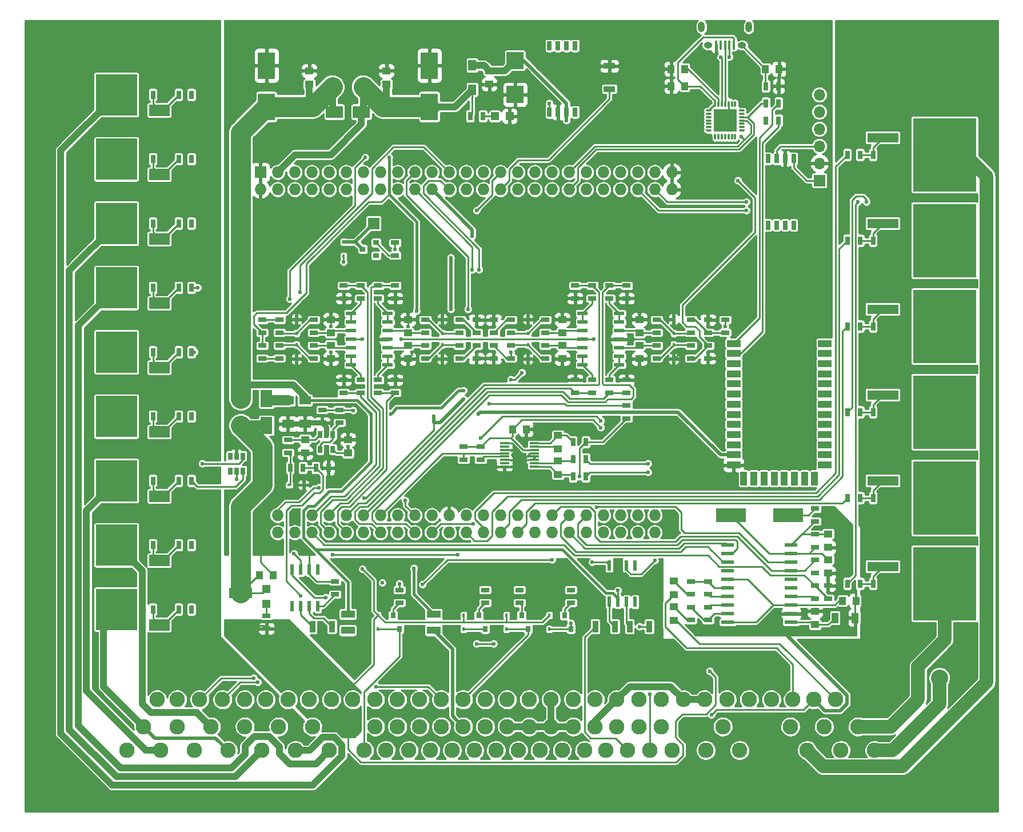
<source format=gbr>
G04 #@! TF.FileFunction,Copper,L1,Top,Signal*
%FSLAX46Y46*%
G04 Gerber Fmt 4.6, Leading zero omitted, Abs format (unit mm)*
G04 Created by KiCad (PCBNEW 4.0.4-stable) date 05/15/17 18:30:56*
%MOMM*%
%LPD*%
G01*
G04 APERTURE LIST*
%ADD10C,0.100000*%
%ADD11R,3.048000X1.651000*%
%ADD12R,6.096000X6.096000*%
%ADD13C,0.600000*%
%ADD14C,5.500000*%
%ADD15R,1.000000X1.250000*%
%ADD16R,1.250000X1.000000*%
%ADD17R,2.500000X4.000000*%
%ADD18R,2.500000X2.550000*%
%ADD19R,1.000000X1.600000*%
%ADD20R,0.450000X0.600000*%
%ADD21R,1.200000X1.200000*%
%ADD22R,1.800000X2.500000*%
%ADD23R,1.700000X1.300000*%
%ADD24R,2.500000X1.800000*%
%ADD25R,1.500000X0.600000*%
%ADD26O,0.300000X0.850000*%
%ADD27O,0.850000X0.300000*%
%ADD28R,1.675000X1.675000*%
%ADD29R,0.650000X1.060000*%
%ADD30R,2.000000X1.000000*%
%ADD31R,1.000000X2.000000*%
%ADD32R,1.950000X0.600000*%
%ADD33R,0.600000X1.550000*%
%ADD34R,1.198880X1.600200*%
%ADD35R,0.800000X0.900000*%
%ADD36R,0.900000X0.800000*%
%ADD37R,1.300000X0.700000*%
%ADD38R,0.700000X1.300000*%
%ADD39R,0.900000X1.700000*%
%ADD40R,1.700000X0.900000*%
%ADD41R,3.657600X2.032000*%
%ADD42R,1.016000X2.032000*%
%ADD43R,0.400000X1.350000*%
%ADD44O,1.250000X0.950000*%
%ADD45O,1.000000X1.550000*%
%ADD46R,1.727200X1.727200*%
%ADD47O,1.727200X1.727200*%
%ADD48C,2.286000*%
%ADD49R,4.500000X2.000000*%
%ADD50R,2.029460X1.140460*%
%ADD51R,0.690000X1.350000*%
%ADD52R,3.500000X1.600000*%
%ADD53R,1.400000X0.300000*%
%ADD54R,1.700000X1.700000*%
%ADD55R,9.400000X10.800000*%
%ADD56R,4.600000X1.390000*%
%ADD57C,0.806000*%
%ADD58O,1.700000X1.700000*%
%ADD59R,0.600000X0.450000*%
%ADD60C,2.540000*%
%ADD61C,0.250000*%
%ADD62C,0.750000*%
%ADD63C,0.500000*%
%ADD64C,1.000000*%
%ADD65C,3.000000*%
%ADD66C,1.500000*%
%ADD67C,0.400000*%
%ADD68C,2.000000*%
%ADD69C,0.254000*%
G04 APERTURE END LIST*
D10*
D11*
X20320000Y-70866000D03*
D12*
X13970000Y-68580000D03*
D11*
X20320000Y-66294000D03*
D13*
X15875000Y-70485000D03*
X15875000Y-68580000D03*
X15875000Y-66675000D03*
X12065000Y-66675000D03*
X12065000Y-70485000D03*
X12065000Y-68580000D03*
X13970000Y-70485000D03*
X13970000Y-68580000D03*
X13970000Y-66675000D03*
D14*
X140000000Y-112000000D03*
X5000000Y-112000000D03*
X140000000Y-5000000D03*
X5000000Y-5000000D03*
D15*
X112125000Y-7620000D03*
X110125000Y-7620000D03*
D16*
X45720000Y-46720000D03*
X45720000Y-44720000D03*
X80010000Y-46720000D03*
X80010000Y-44720000D03*
D15*
X98155000Y-7620000D03*
X96155000Y-7620000D03*
X35195000Y-82550000D03*
X37195000Y-82550000D03*
X98155000Y-10160000D03*
X96155000Y-10160000D03*
D17*
X36195000Y-13210000D03*
X36195000Y-7110000D03*
D16*
X42545000Y-9890000D03*
X42545000Y-7890000D03*
X53975000Y-9890000D03*
X53975000Y-7890000D03*
X45720000Y-48530000D03*
X45720000Y-50530000D03*
X80010000Y-48530000D03*
X80010000Y-50530000D03*
D17*
X60325000Y-13210000D03*
X60325000Y-7110000D03*
D16*
X69215000Y-7890000D03*
X69215000Y-9890000D03*
D18*
X73025000Y-6365000D03*
X73025000Y-11415000D03*
D16*
X57150000Y-48530000D03*
X57150000Y-50530000D03*
X91440000Y-48530000D03*
X91440000Y-50530000D03*
X57150000Y-46720000D03*
X57150000Y-44720000D03*
X91440000Y-46720000D03*
X91440000Y-44720000D03*
D19*
X120420000Y-88900000D03*
X123420000Y-88900000D03*
D16*
X117475000Y-89900000D03*
X117475000Y-87900000D03*
D15*
X121555000Y-86360000D03*
X123555000Y-86360000D03*
D16*
X119380000Y-78470000D03*
X119380000Y-76470000D03*
X119380000Y-82280000D03*
X119380000Y-80280000D03*
X96520000Y-87265000D03*
X96520000Y-89265000D03*
X96520000Y-85455000D03*
X96520000Y-83455000D03*
D20*
X40640000Y-46770000D03*
X40640000Y-44670000D03*
X74930000Y-46770000D03*
X74930000Y-44670000D03*
D21*
X36195000Y-86825000D03*
X36195000Y-84625000D03*
D22*
X36195000Y-60420000D03*
X36195000Y-56420000D03*
D23*
X39370000Y-60170000D03*
X39370000Y-56670000D03*
D22*
X32385000Y-56420000D03*
X32385000Y-60420000D03*
D23*
X41910000Y-56670000D03*
X41910000Y-60170000D03*
D24*
X46260000Y-13970000D03*
X50260000Y-13970000D03*
D20*
X40640000Y-48480000D03*
X40640000Y-50580000D03*
X74930000Y-48480000D03*
X74930000Y-50580000D03*
D21*
X70020000Y-14605000D03*
X72220000Y-14605000D03*
D20*
X62230000Y-48480000D03*
X62230000Y-50580000D03*
X96520000Y-48480000D03*
X96520000Y-50580000D03*
X52705000Y-88485000D03*
X52705000Y-90585000D03*
X78105000Y-88485000D03*
X78105000Y-90585000D03*
X47625000Y-35340000D03*
X47625000Y-33240000D03*
X62230000Y-46770000D03*
X62230000Y-44670000D03*
X96520000Y-46770000D03*
X96520000Y-44670000D03*
X65405000Y-88485000D03*
X65405000Y-90585000D03*
D25*
X48735000Y-43815000D03*
X48735000Y-45085000D03*
X48735000Y-46355000D03*
X48735000Y-47625000D03*
X48735000Y-48895000D03*
X48735000Y-50165000D03*
X48735000Y-51435000D03*
X54135000Y-51435000D03*
X54135000Y-50165000D03*
X54135000Y-48895000D03*
X54135000Y-47625000D03*
X54135000Y-46355000D03*
X54135000Y-45085000D03*
X54135000Y-43815000D03*
D26*
X105640000Y-12790000D03*
X105140000Y-12790000D03*
X104640000Y-12790000D03*
X104140000Y-12790000D03*
X103640000Y-12790000D03*
X103140000Y-12790000D03*
X102640000Y-12790000D03*
D27*
X101690000Y-13740000D03*
X101690000Y-14240000D03*
X101690000Y-14740000D03*
X101690000Y-15240000D03*
X101690000Y-15740000D03*
X101690000Y-16240000D03*
X101690000Y-16740000D03*
D26*
X102640000Y-17690000D03*
X103140000Y-17690000D03*
X103640000Y-17690000D03*
X104140000Y-17690000D03*
X104640000Y-17690000D03*
X105140000Y-17690000D03*
X105640000Y-17690000D03*
D27*
X106590000Y-16740000D03*
X106590000Y-16240000D03*
X106590000Y-15740000D03*
X106590000Y-15240000D03*
X106590000Y-14740000D03*
X106590000Y-14240000D03*
X106590000Y-13740000D03*
D28*
X103302500Y-16077500D03*
X104977500Y-16077500D03*
X103302500Y-14402500D03*
X104977500Y-14402500D03*
D29*
X32700000Y-64940000D03*
X31750000Y-64940000D03*
X30800000Y-64940000D03*
X30800000Y-67140000D03*
X32700000Y-67140000D03*
X31750000Y-67140000D03*
D30*
X105410000Y-48260000D03*
X105410000Y-49760000D03*
X105410000Y-51260000D03*
X105410000Y-52760000D03*
X105410000Y-54260000D03*
X105410000Y-55760000D03*
X105410000Y-57260000D03*
X105410000Y-58760000D03*
X105410000Y-60260000D03*
X105410000Y-61760000D03*
X105410000Y-63260000D03*
X105410000Y-64760000D03*
X105410000Y-66260000D03*
D31*
X106910000Y-68260000D03*
X108410000Y-68260000D03*
X109910000Y-68260000D03*
X111410000Y-68260000D03*
X112910000Y-68260000D03*
X114410000Y-68260000D03*
X115910000Y-68260000D03*
X117410000Y-68260000D03*
D30*
X118910000Y-66260000D03*
X118910000Y-64760000D03*
X118910000Y-63260000D03*
X118910000Y-61760000D03*
X118910000Y-60260000D03*
X118910000Y-58760000D03*
X118910000Y-57260000D03*
X118910000Y-55760000D03*
X118910000Y-54260000D03*
X118910000Y-52760000D03*
X118910000Y-51260000D03*
X118910000Y-49760000D03*
X118910000Y-48260000D03*
D25*
X83025000Y-43815000D03*
X83025000Y-45085000D03*
X83025000Y-46355000D03*
X83025000Y-47625000D03*
X83025000Y-48895000D03*
X83025000Y-50165000D03*
X83025000Y-51435000D03*
X88425000Y-51435000D03*
X88425000Y-50165000D03*
X88425000Y-48895000D03*
X88425000Y-47625000D03*
X88425000Y-46355000D03*
X88425000Y-45085000D03*
X88425000Y-43815000D03*
D32*
X113920000Y-89535000D03*
X113920000Y-88265000D03*
X113920000Y-86995000D03*
X113920000Y-85725000D03*
X113920000Y-84455000D03*
X113920000Y-83185000D03*
X113920000Y-81915000D03*
X113920000Y-80645000D03*
X113920000Y-79375000D03*
X113920000Y-78105000D03*
X104520000Y-78105000D03*
X104520000Y-79375000D03*
X104520000Y-80645000D03*
X104520000Y-81915000D03*
X104520000Y-83185000D03*
X104520000Y-84455000D03*
X104520000Y-85725000D03*
X104520000Y-86995000D03*
X104520000Y-88265000D03*
X104520000Y-89535000D03*
D33*
X43815000Y-81755000D03*
X42545000Y-81755000D03*
X41275000Y-81755000D03*
X40005000Y-81755000D03*
X40005000Y-87155000D03*
X41275000Y-87155000D03*
X42545000Y-87155000D03*
X43815000Y-87155000D03*
X90805000Y-81120000D03*
X89535000Y-81120000D03*
X88265000Y-81120000D03*
X86995000Y-81120000D03*
X86995000Y-86520000D03*
X88265000Y-86520000D03*
X89535000Y-86520000D03*
X90805000Y-86520000D03*
D34*
X66675000Y-10690860D03*
X66675000Y-7089140D03*
D11*
X20320000Y-61341000D03*
D12*
X13970000Y-59055000D03*
D11*
X20320000Y-56769000D03*
D13*
X15875000Y-60960000D03*
X15875000Y-59055000D03*
X15875000Y-57150000D03*
X12065000Y-57150000D03*
X12065000Y-60960000D03*
X12065000Y-59055000D03*
X13970000Y-60960000D03*
X13970000Y-59055000D03*
X13970000Y-57150000D03*
D11*
X20320000Y-51816000D03*
D12*
X13970000Y-49530000D03*
D11*
X20320000Y-47244000D03*
D13*
X15875000Y-51435000D03*
X15875000Y-49530000D03*
X15875000Y-47625000D03*
X12065000Y-47625000D03*
X12065000Y-51435000D03*
X12065000Y-49530000D03*
X13970000Y-51435000D03*
X13970000Y-49530000D03*
X13970000Y-47625000D03*
D11*
X20320000Y-42291000D03*
D12*
X13970000Y-40005000D03*
D11*
X20320000Y-37719000D03*
D13*
X15875000Y-41910000D03*
X15875000Y-40005000D03*
X15875000Y-38100000D03*
X12065000Y-38100000D03*
X12065000Y-41910000D03*
X12065000Y-40005000D03*
X13970000Y-41910000D03*
X13970000Y-40005000D03*
X13970000Y-38100000D03*
D11*
X20320000Y-32766000D03*
D12*
X13970000Y-30480000D03*
D11*
X20320000Y-28194000D03*
D13*
X15875000Y-32385000D03*
X15875000Y-30480000D03*
X15875000Y-28575000D03*
X12065000Y-28575000D03*
X12065000Y-32385000D03*
X12065000Y-30480000D03*
X13970000Y-32385000D03*
X13970000Y-30480000D03*
X13970000Y-28575000D03*
D11*
X20320000Y-23241000D03*
D12*
X13970000Y-20955000D03*
D11*
X20320000Y-18669000D03*
D13*
X15875000Y-22860000D03*
X15875000Y-20955000D03*
X15875000Y-19050000D03*
X12065000Y-19050000D03*
X12065000Y-22860000D03*
X12065000Y-20955000D03*
X13970000Y-22860000D03*
X13970000Y-20955000D03*
X13970000Y-19050000D03*
D11*
X20320000Y-13716000D03*
D12*
X13970000Y-11430000D03*
D11*
X20320000Y-9144000D03*
D13*
X15875000Y-13335000D03*
X15875000Y-11430000D03*
X15875000Y-9525000D03*
X12065000Y-9525000D03*
X12065000Y-13335000D03*
X12065000Y-11430000D03*
X13970000Y-13335000D03*
X13970000Y-11430000D03*
X13970000Y-9525000D03*
D11*
X20320000Y-80391000D03*
D12*
X13970000Y-78105000D03*
D11*
X20320000Y-75819000D03*
D13*
X15875000Y-80010000D03*
X15875000Y-78105000D03*
X15875000Y-76200000D03*
X12065000Y-76200000D03*
X12065000Y-80010000D03*
X12065000Y-78105000D03*
X13970000Y-80010000D03*
X13970000Y-78105000D03*
X13970000Y-76200000D03*
D35*
X56830000Y-88535000D03*
X54930000Y-88535000D03*
X55880000Y-90535000D03*
X82230000Y-88535000D03*
X80330000Y-88535000D03*
X81280000Y-90535000D03*
D36*
X52435000Y-35240000D03*
X52435000Y-33340000D03*
X50435000Y-34290000D03*
D35*
X69530000Y-88535000D03*
X67630000Y-88535000D03*
X68580000Y-90535000D03*
D37*
X35560000Y-46670000D03*
X35560000Y-44770000D03*
X69850000Y-46670000D03*
X69850000Y-44770000D03*
D38*
X25080000Y-59055000D03*
X23180000Y-59055000D03*
D37*
X38100000Y-44770000D03*
X38100000Y-46670000D03*
X72390000Y-44770000D03*
X72390000Y-46670000D03*
D38*
X112075000Y-10160000D03*
X110175000Y-10160000D03*
D37*
X36195000Y-90485000D03*
X36195000Y-88585000D03*
X43180000Y-44770000D03*
X43180000Y-46670000D03*
X77470000Y-44770000D03*
X77470000Y-46670000D03*
D38*
X25080000Y-49530000D03*
X23180000Y-49530000D03*
X25080000Y-40005000D03*
X23180000Y-40005000D03*
D37*
X50165000Y-41590000D03*
X50165000Y-39690000D03*
X84455000Y-41590000D03*
X84455000Y-39690000D03*
D38*
X25080000Y-30480000D03*
X23180000Y-30480000D03*
D37*
X47625000Y-39690000D03*
X47625000Y-41590000D03*
X81915000Y-39690000D03*
X81915000Y-41590000D03*
X35560000Y-48580000D03*
X35560000Y-50480000D03*
X69850000Y-48580000D03*
X69850000Y-50480000D03*
D38*
X25080000Y-20955000D03*
X23180000Y-20955000D03*
D37*
X38100000Y-50480000D03*
X38100000Y-48580000D03*
X72390000Y-50480000D03*
X72390000Y-48580000D03*
X43180000Y-50480000D03*
X43180000Y-48580000D03*
X77470000Y-50480000D03*
X77470000Y-48580000D03*
D38*
X25080000Y-11430000D03*
X23180000Y-11430000D03*
X110175000Y-12700000D03*
X112075000Y-12700000D03*
X112075000Y-15240000D03*
X110175000Y-15240000D03*
X68260000Y-14605000D03*
X66360000Y-14605000D03*
X122240000Y-83820000D03*
X124140000Y-83820000D03*
X126050000Y-83820000D03*
X127950000Y-83820000D03*
X25080000Y-78105000D03*
X23180000Y-78105000D03*
D37*
X50165000Y-53660000D03*
X50165000Y-55560000D03*
X84455000Y-53660000D03*
X84455000Y-55560000D03*
X47625000Y-55560000D03*
X47625000Y-53660000D03*
X81915000Y-55560000D03*
X81915000Y-53660000D03*
D38*
X122240000Y-71120000D03*
X124140000Y-71120000D03*
X126050000Y-71120000D03*
X127950000Y-71120000D03*
X25080000Y-68580000D03*
X23180000Y-68580000D03*
D37*
X67310000Y-48580000D03*
X67310000Y-50480000D03*
X101600000Y-48580000D03*
X101600000Y-50480000D03*
X64770000Y-50480000D03*
X64770000Y-48580000D03*
X99060000Y-50480000D03*
X99060000Y-48580000D03*
D38*
X122240000Y-58420000D03*
X124140000Y-58420000D03*
X126050000Y-58420000D03*
X127950000Y-58420000D03*
D37*
X59690000Y-50480000D03*
X59690000Y-48580000D03*
X93980000Y-50480000D03*
X93980000Y-48580000D03*
X55880000Y-86675000D03*
X55880000Y-84775000D03*
D38*
X122240000Y-45720000D03*
X124140000Y-45720000D03*
X126050000Y-45720000D03*
X127950000Y-45720000D03*
D37*
X81280000Y-86675000D03*
X81280000Y-84775000D03*
D38*
X122240000Y-33020000D03*
X124140000Y-33020000D03*
X126050000Y-33020000D03*
X127950000Y-33020000D03*
D37*
X52705000Y-53660000D03*
X52705000Y-55560000D03*
X86995000Y-53660000D03*
X86995000Y-55560000D03*
X55245000Y-35240000D03*
X55245000Y-33340000D03*
D38*
X122240000Y-20320000D03*
X124140000Y-20320000D03*
X126050000Y-20320000D03*
X127950000Y-20320000D03*
D37*
X55245000Y-55560000D03*
X55245000Y-53660000D03*
X89535000Y-55560000D03*
X89535000Y-53660000D03*
X67310000Y-46670000D03*
X67310000Y-44770000D03*
X104140000Y-44770000D03*
X104140000Y-46670000D03*
X101600000Y-46670000D03*
X101600000Y-44770000D03*
X64770000Y-44770000D03*
X64770000Y-46670000D03*
X99060000Y-44770000D03*
X99060000Y-46670000D03*
X59690000Y-44770000D03*
X59690000Y-46670000D03*
X93980000Y-44770000D03*
X93980000Y-46670000D03*
X117475000Y-80330000D03*
X117475000Y-82230000D03*
X119380000Y-84140000D03*
X119380000Y-86040000D03*
X52705000Y-41590000D03*
X52705000Y-39690000D03*
X86995000Y-41590000D03*
X86995000Y-39690000D03*
X117475000Y-86040000D03*
X117475000Y-84140000D03*
X117475000Y-76520000D03*
X117475000Y-78420000D03*
X55245000Y-39690000D03*
X55245000Y-41590000D03*
X89535000Y-39690000D03*
X89535000Y-41590000D03*
X117475000Y-74610000D03*
X117475000Y-72710000D03*
X101600000Y-87315000D03*
X101600000Y-89215000D03*
X101600000Y-83505000D03*
X101600000Y-85405000D03*
X46355000Y-83505000D03*
X46355000Y-85405000D03*
X99060000Y-87315000D03*
X99060000Y-89215000D03*
X99060000Y-85405000D03*
X99060000Y-83505000D03*
D39*
X45900000Y-90170000D03*
X43000000Y-90170000D03*
D37*
X68580000Y-86675000D03*
X68580000Y-84775000D03*
D39*
X89990000Y-90170000D03*
X92890000Y-90170000D03*
D40*
X86995000Y-7190000D03*
X86995000Y-10590000D03*
D41*
X48260000Y-3683000D03*
D42*
X48260000Y-10287000D03*
X50546000Y-10287000D03*
X45974000Y-10287000D03*
D13*
X50800000Y-2540000D03*
X50800000Y-5080000D03*
X50800000Y-3810000D03*
X45720000Y-2540000D03*
X45720000Y-3810000D03*
X45720000Y-5080000D03*
X46990000Y-5080000D03*
X48260000Y-5080000D03*
X49530000Y-5080000D03*
D43*
X105440900Y-4102540D03*
X104790900Y-4102540D03*
X104140900Y-4102540D03*
X103490900Y-4102540D03*
X102840900Y-4102540D03*
D44*
X106640900Y-4102540D03*
X101640900Y-4102540D03*
D45*
X107640900Y-1402540D03*
X100640900Y-1402540D03*
D46*
X35290000Y-73710000D03*
D47*
X35290000Y-76250000D03*
X37830000Y-73710000D03*
X37830000Y-76250000D03*
X40370000Y-73710000D03*
X40370000Y-76250000D03*
X42910000Y-73710000D03*
X42910000Y-76250000D03*
X45450000Y-73710000D03*
X45450000Y-76250000D03*
X47990000Y-73710000D03*
X47990000Y-76250000D03*
X50530000Y-73710000D03*
X50530000Y-76250000D03*
X53070000Y-73710000D03*
X53070000Y-76250000D03*
X55610000Y-73710000D03*
X55610000Y-76250000D03*
X58150000Y-73710000D03*
X58150000Y-76250000D03*
X60690000Y-73710000D03*
X60690000Y-76250000D03*
X63230000Y-73710000D03*
X63230000Y-76250000D03*
X65770000Y-73710000D03*
X65770000Y-76250000D03*
X68310000Y-73710000D03*
X68310000Y-76250000D03*
X70850000Y-73710000D03*
X70850000Y-76250000D03*
X73390000Y-73710000D03*
X73390000Y-76250000D03*
X75930000Y-73710000D03*
X75930000Y-76250000D03*
X78470000Y-73710000D03*
X78470000Y-76250000D03*
X81010000Y-73710000D03*
X81010000Y-76250000D03*
X83550000Y-73710000D03*
X83550000Y-76250000D03*
X86090000Y-73710000D03*
X86090000Y-76250000D03*
X88630000Y-73710000D03*
X88630000Y-76250000D03*
X91170000Y-73710000D03*
X91170000Y-76250000D03*
X93710000Y-73710000D03*
X93710000Y-76250000D03*
X96250000Y-73710000D03*
X96250000Y-76250000D03*
D46*
X35290000Y-22910000D03*
D47*
X35290000Y-25450000D03*
X37830000Y-22910000D03*
X37830000Y-25450000D03*
X40370000Y-22910000D03*
X40370000Y-25450000D03*
X42910000Y-22910000D03*
X42910000Y-25450000D03*
X45450000Y-22910000D03*
X45450000Y-25450000D03*
X47990000Y-22910000D03*
X47990000Y-25450000D03*
X50530000Y-22910000D03*
X50530000Y-25450000D03*
X53070000Y-22910000D03*
X53070000Y-25450000D03*
X55610000Y-22910000D03*
X55610000Y-25450000D03*
X58150000Y-22910000D03*
X58150000Y-25450000D03*
X60690000Y-22910000D03*
X60690000Y-25450000D03*
X63230000Y-22910000D03*
X63230000Y-25450000D03*
X65770000Y-22910000D03*
X65770000Y-25450000D03*
X68310000Y-22910000D03*
X68310000Y-25450000D03*
X70850000Y-22910000D03*
X70850000Y-25450000D03*
X73390000Y-22910000D03*
X73390000Y-25450000D03*
X75930000Y-22910000D03*
X75930000Y-25450000D03*
X78470000Y-22910000D03*
X78470000Y-25450000D03*
X81010000Y-22910000D03*
X81010000Y-25450000D03*
X83550000Y-22910000D03*
X83550000Y-25450000D03*
X86090000Y-22910000D03*
X86090000Y-25450000D03*
X88630000Y-22910000D03*
X88630000Y-25450000D03*
X91170000Y-22910000D03*
X91170000Y-25450000D03*
X93710000Y-22910000D03*
X93710000Y-25450000D03*
X96250000Y-22910000D03*
X96250000Y-25450000D03*
D48*
X126292000Y-108500000D03*
X121292000Y-108500000D03*
X116292000Y-108500000D03*
X111292000Y-108500000D03*
X106292000Y-108500000D03*
X101292000Y-108500000D03*
X96292000Y-108500000D03*
X92992000Y-108500000D03*
X89692000Y-108500000D03*
X86492000Y-108500000D03*
X83292000Y-108500000D03*
X79992000Y-108500000D03*
X76692000Y-108500000D03*
X73492000Y-108500000D03*
X70192000Y-108500000D03*
X66992000Y-108500000D03*
X63692000Y-108500000D03*
X60492000Y-108500000D03*
X57292000Y-108500000D03*
X53892000Y-108500000D03*
X50692000Y-108500000D03*
X45492000Y-108500000D03*
X40492000Y-108500000D03*
X35492000Y-108500000D03*
X30492000Y-108500000D03*
X25492000Y-108500000D03*
X20492000Y-108500000D03*
X15492000Y-108500000D03*
X123792000Y-105000000D03*
X118792000Y-105000000D03*
X113792000Y-105000000D03*
X108792000Y-105000000D03*
X103792000Y-105000000D03*
X98792000Y-105000000D03*
X94642000Y-105000000D03*
X91342000Y-105000000D03*
X88092000Y-105000000D03*
X84892000Y-105000000D03*
X81642000Y-105000000D03*
X78342000Y-105000000D03*
X75092000Y-105000000D03*
X71842000Y-105000000D03*
X68592000Y-105000000D03*
X65342000Y-105000000D03*
X62092000Y-105000000D03*
X58892000Y-105000000D03*
X55592000Y-105000000D03*
X52292000Y-105000000D03*
X48292000Y-105000000D03*
X42992000Y-105000000D03*
X37992000Y-105000000D03*
X32992000Y-105000000D03*
X27992000Y-105000000D03*
X22992000Y-105000000D03*
X17992000Y-105000000D03*
X123792000Y-101000000D03*
X120492000Y-101000000D03*
X117292000Y-101000000D03*
X114192000Y-101000000D03*
X110992000Y-101000000D03*
X107692000Y-101000000D03*
X104392000Y-101000000D03*
X101092000Y-101000000D03*
X97992000Y-101000000D03*
X94642000Y-101000000D03*
X91342000Y-101000000D03*
X88092000Y-101000000D03*
X84892000Y-101000000D03*
X81642000Y-101000000D03*
X78342000Y-101000000D03*
X75092000Y-101000000D03*
X71842000Y-101000000D03*
X68592000Y-101000000D03*
X65342000Y-101000000D03*
X62092000Y-101000000D03*
X58892000Y-101000000D03*
X55592000Y-101000000D03*
X52292000Y-101000000D03*
X48992000Y-101000000D03*
X45792000Y-101000000D03*
X42492000Y-101000000D03*
X39392000Y-101000000D03*
X36092000Y-101000000D03*
X32992000Y-101000000D03*
X29692000Y-101000000D03*
X26292000Y-101000000D03*
X22992000Y-101000000D03*
X19992000Y-101000000D03*
D49*
X113470000Y-73660000D03*
X104970000Y-73660000D03*
D50*
X60960000Y-88331040D03*
X60960000Y-90738960D03*
X48260000Y-88331040D03*
X48260000Y-90738960D03*
D51*
X78105000Y-14021000D03*
X79375000Y-14021000D03*
X80645000Y-14021000D03*
X81915000Y-14021000D03*
X81915000Y-4191000D03*
X80645000Y-4191000D03*
X79375000Y-4191000D03*
X78105000Y-4191000D03*
D52*
X32385000Y-90068400D03*
X32385000Y-85191600D03*
D38*
X19370000Y-59055000D03*
X21270000Y-59055000D03*
X19370000Y-49530000D03*
X21270000Y-49530000D03*
X19370000Y-40005000D03*
X21270000Y-40005000D03*
X19370000Y-30480000D03*
X21270000Y-30480000D03*
X19370000Y-20955000D03*
X21270000Y-20955000D03*
X19370000Y-11430000D03*
X21270000Y-11430000D03*
D16*
X79375000Y-65675000D03*
X79375000Y-67675000D03*
D15*
X74660000Y-60960000D03*
X72660000Y-60960000D03*
D16*
X79375000Y-61865000D03*
X79375000Y-63865000D03*
D20*
X71755000Y-88485000D03*
X71755000Y-90585000D03*
D53*
X71460000Y-63020000D03*
X71460000Y-63520000D03*
X71460000Y-64020000D03*
X71460000Y-64520000D03*
X71460000Y-65020000D03*
X75860000Y-65020000D03*
X75860000Y-64520000D03*
X75860000Y-64020000D03*
X75860000Y-63520000D03*
X75860000Y-63020000D03*
X71460000Y-65520000D03*
X71460000Y-66020000D03*
X71460000Y-66520000D03*
X75860000Y-65520000D03*
X75860000Y-66020000D03*
X75860000Y-66520000D03*
D54*
X52070000Y-30480000D03*
D11*
X20320000Y-89916000D03*
D12*
X13970000Y-87630000D03*
D11*
X20320000Y-85344000D03*
D13*
X15875000Y-89535000D03*
X15875000Y-87630000D03*
X15875000Y-85725000D03*
X12065000Y-85725000D03*
X12065000Y-89535000D03*
X12065000Y-87630000D03*
X13970000Y-89535000D03*
X13970000Y-87630000D03*
X13970000Y-85725000D03*
D35*
X75880000Y-88535000D03*
X73980000Y-88535000D03*
X74930000Y-90535000D03*
D37*
X65405000Y-65466000D03*
X65405000Y-63566000D03*
D38*
X81600000Y-65405000D03*
X83500000Y-65405000D03*
X81600000Y-67945000D03*
X83500000Y-67945000D03*
X19370000Y-87630000D03*
X21270000Y-87630000D03*
X25080000Y-87630000D03*
X23180000Y-87630000D03*
X81600000Y-62865000D03*
X83500000Y-62865000D03*
D37*
X89535000Y-57470000D03*
X89535000Y-59370000D03*
D39*
X87810000Y-90170000D03*
X84910000Y-90170000D03*
D37*
X73660000Y-86675000D03*
X73660000Y-84775000D03*
X67945000Y-65466000D03*
X67945000Y-63566000D03*
D55*
X136660000Y-20320000D03*
D56*
X127500000Y-22860000D03*
X127500000Y-17780000D03*
D57*
X136580000Y-20320000D03*
X139580000Y-20320000D03*
X133580000Y-20320000D03*
X133580000Y-17820000D03*
X136580000Y-17820000D03*
X139580000Y-17820000D03*
X133580000Y-22820000D03*
X136580000Y-22820000D03*
X139580000Y-22820000D03*
D55*
X136660000Y-33020000D03*
D56*
X127500000Y-35560000D03*
X127500000Y-30480000D03*
D57*
X136580000Y-33020000D03*
X139580000Y-33020000D03*
X133580000Y-33020000D03*
X133580000Y-30520000D03*
X136580000Y-30520000D03*
X139580000Y-30520000D03*
X133580000Y-35520000D03*
X136580000Y-35520000D03*
X139580000Y-35520000D03*
D55*
X136660000Y-45720000D03*
D56*
X127500000Y-48260000D03*
X127500000Y-43180000D03*
D57*
X136580000Y-45720000D03*
X139580000Y-45720000D03*
X133580000Y-45720000D03*
X133580000Y-43220000D03*
X136580000Y-43220000D03*
X139580000Y-43220000D03*
X133580000Y-48220000D03*
X136580000Y-48220000D03*
X139580000Y-48220000D03*
D55*
X136660000Y-58420000D03*
D56*
X127500000Y-60960000D03*
X127500000Y-55880000D03*
D57*
X136580000Y-58420000D03*
X139580000Y-58420000D03*
X133580000Y-58420000D03*
X133580000Y-55920000D03*
X136580000Y-55920000D03*
X139580000Y-55920000D03*
X133580000Y-60920000D03*
X136580000Y-60920000D03*
X139580000Y-60920000D03*
D55*
X136660000Y-71120000D03*
D56*
X127500000Y-73660000D03*
X127500000Y-68580000D03*
D57*
X136580000Y-71120000D03*
X139580000Y-71120000D03*
X133580000Y-71120000D03*
X133580000Y-68620000D03*
X136580000Y-68620000D03*
X139580000Y-68620000D03*
X133580000Y-73620000D03*
X136580000Y-73620000D03*
X139580000Y-73620000D03*
D55*
X136660000Y-83820000D03*
D56*
X127500000Y-86360000D03*
X127500000Y-81280000D03*
D57*
X136580000Y-83820000D03*
X139580000Y-83820000D03*
X133580000Y-83820000D03*
X133580000Y-81320000D03*
X136580000Y-81320000D03*
X139580000Y-81320000D03*
X133580000Y-86320000D03*
X136580000Y-86320000D03*
X139580000Y-86320000D03*
D38*
X19370000Y-78105000D03*
X21270000Y-78105000D03*
X19370000Y-68580000D03*
X21270000Y-68580000D03*
D54*
X118110000Y-24130000D03*
D58*
X118110000Y-21590000D03*
X118110000Y-19050000D03*
X118110000Y-16510000D03*
X118110000Y-13970000D03*
X118110000Y-11430000D03*
D51*
X114300000Y-20904000D03*
X113030000Y-20904000D03*
X111760000Y-20904000D03*
X110490000Y-20904000D03*
X110490000Y-30734000D03*
X111760000Y-30734000D03*
X113030000Y-30734000D03*
X114300000Y-30734000D03*
D16*
X41910000Y-62500000D03*
X41910000Y-64500000D03*
X48260000Y-64500000D03*
X48260000Y-62500000D03*
D59*
X39590000Y-69215000D03*
X41690000Y-69215000D03*
D29*
X46035000Y-61765000D03*
X45085000Y-61765000D03*
X44135000Y-61765000D03*
X44135000Y-63965000D03*
X46035000Y-63965000D03*
D38*
X43500000Y-66675000D03*
X45400000Y-66675000D03*
X41590000Y-66675000D03*
X39690000Y-66675000D03*
D37*
X39370000Y-64450000D03*
X39370000Y-62550000D03*
X46990000Y-60005000D03*
X46990000Y-58105000D03*
X44450000Y-58105000D03*
X44450000Y-60005000D03*
D13*
X41910000Y-78740000D03*
X46355000Y-83505000D03*
X53340000Y-83693000D03*
X99060000Y-49530000D03*
X101600000Y-45720000D03*
X67310000Y-92710000D03*
X69850000Y-92710000D03*
X74660000Y-60960000D03*
X73660000Y-66040000D03*
X73660000Y-64770000D03*
X113030000Y-91186000D03*
X102108000Y-103251000D03*
X37195000Y-82550000D03*
X86725000Y-47625000D03*
X45720000Y-45720000D03*
X45720000Y-49530000D03*
X57785000Y-49530000D03*
X57150000Y-45720000D03*
X52435000Y-47625000D03*
X102616000Y-5842000D03*
X103302500Y-14402500D03*
X103302500Y-16077500D03*
X104977500Y-16077500D03*
X104977500Y-14402500D03*
X31750000Y-63754000D03*
X51689000Y-58674000D03*
X54610000Y-58674000D03*
X69215000Y-57150000D03*
X65405000Y-55245000D03*
X88265000Y-84820000D03*
X117475000Y-82230000D03*
X85725000Y-60706000D03*
X66675000Y-10795000D03*
X117475000Y-89916000D03*
X48260000Y-63500000D03*
X80645000Y-15240000D03*
X58039000Y-81534000D03*
X50435000Y-47625000D03*
X84725000Y-47625000D03*
X66675000Y-7089140D03*
X54356000Y-20701000D03*
X58420000Y-43434000D03*
X56134000Y-47625000D03*
X40275000Y-79375000D03*
X50673000Y-71120000D03*
X43942000Y-69596000D03*
X67564000Y-58674000D03*
X60960000Y-59055000D03*
X63500000Y-43180000D03*
X63500000Y-35560000D03*
X66675000Y-32385000D03*
X65405000Y-56515000D03*
X31750000Y-68326000D03*
X50419000Y-81661000D03*
X47625000Y-36195000D03*
X104140000Y-45720000D03*
X101854000Y-96774000D03*
X39370000Y-96740000D03*
X34290000Y-94869000D03*
X82550000Y-67945000D03*
X64516000Y-79502000D03*
X45974000Y-79502000D03*
X81280000Y-89662000D03*
X68580000Y-90551000D03*
X104775000Y-5842000D03*
X103505000Y-5842000D03*
X110109000Y-15240000D03*
X106553000Y-17653000D03*
X25146000Y-78105000D03*
X26670000Y-66040000D03*
X85090000Y-72517000D03*
X66802000Y-74930000D03*
X41148000Y-40640000D03*
X43815000Y-81755000D03*
X59309000Y-83947000D03*
X78486000Y-80264000D03*
X44958000Y-85852000D03*
X43000000Y-90170000D03*
X34925000Y-98425000D03*
X45900000Y-90170000D03*
X34290000Y-97790000D03*
X93726000Y-80391000D03*
X67691000Y-37338000D03*
X57150000Y-90170000D03*
X56830000Y-88535000D03*
X64516000Y-95504000D03*
X62992000Y-95504000D03*
X139700000Y-92710000D03*
X138430000Y-90170000D03*
X139700000Y-90170000D03*
X140970000Y-90170000D03*
X140970000Y-91440000D03*
X134620000Y-90170000D03*
X138430000Y-91440000D03*
X139700000Y-91440000D03*
X133350000Y-92710000D03*
X132080000Y-91440000D03*
X132080000Y-90170000D03*
X133350000Y-90170000D03*
X133350000Y-91440000D03*
X134620000Y-91440000D03*
X112649000Y-101600000D03*
X109347000Y-101600000D03*
X52435000Y-35240000D03*
X28956000Y-39624000D03*
X88265000Y-82820000D03*
D60*
X135890000Y-97790000D03*
D13*
X38100000Y-44770000D03*
X72390000Y-44770000D03*
X25146000Y-59055000D03*
X25527000Y-49530000D03*
X26035000Y-40005000D03*
X25146000Y-30480000D03*
X38100000Y-50480000D03*
X25146000Y-20955000D03*
X25146000Y-11430000D03*
X107315000Y-27305000D03*
X123825000Y-27305000D03*
X93002100Y-100215700D03*
X67310000Y-48580000D03*
X107315000Y-28575000D03*
X125095000Y-27305000D03*
X55880000Y-83820000D03*
X39624000Y-41656000D03*
X50800000Y-20701000D03*
X74041000Y-52578000D03*
X72390000Y-53594000D03*
X66675000Y-37338000D03*
X81280000Y-84775000D03*
X67310000Y-28575000D03*
X55245000Y-34290000D03*
X64770000Y-44770000D03*
X68580000Y-84775000D03*
X66040000Y-43180000D03*
X91440000Y-90170000D03*
X49022000Y-58166000D03*
X56769000Y-71501000D03*
X73660000Y-84709000D03*
X84455000Y-80645000D03*
X67945000Y-65405000D03*
X67945000Y-62230000D03*
X85725000Y-59690000D03*
X48260000Y-90738960D03*
X52451000Y-99060000D03*
X41275000Y-85598000D03*
X78105000Y-12700000D03*
X72390000Y-49530000D03*
X92710000Y-67310000D03*
X92710000Y-66040000D03*
X106045000Y-24130000D03*
D61*
X42545000Y-81755000D02*
X42545000Y-79375000D01*
X42545000Y-79375000D02*
X41910000Y-78740000D01*
X42545000Y-79375000D02*
X41910000Y-78740000D01*
D62*
X45085000Y-61765000D02*
X45085000Y-60640000D01*
X45085000Y-60640000D02*
X44450000Y-60005000D01*
X44450000Y-60005000D02*
X42075000Y-60005000D01*
X42075000Y-60005000D02*
X41910000Y-60170000D01*
X41910000Y-60170000D02*
X39370000Y-60170000D01*
D61*
X42545000Y-82423000D02*
X43627000Y-83505000D01*
X46355000Y-83505000D02*
X43627000Y-83505000D01*
X101600000Y-44770000D02*
X101600000Y-45720000D01*
X97570000Y-49530000D02*
X96520000Y-50580000D01*
X99060000Y-49530000D02*
X97570000Y-49530000D01*
X123555000Y-86360000D02*
X123420000Y-86495000D01*
X123420000Y-86495000D02*
X123420000Y-88900000D01*
X69850000Y-92710000D02*
X67310000Y-92710000D01*
X71460000Y-63020000D02*
X72545000Y-63020000D01*
X73660000Y-64135000D02*
X73660000Y-64770000D01*
X72545000Y-63020000D02*
X73660000Y-64135000D01*
X71460000Y-64020000D02*
X72910000Y-64020000D01*
X72910000Y-64020000D02*
X73660000Y-64770000D01*
X75860000Y-64520000D02*
X75180000Y-64520000D01*
X75180000Y-64520000D02*
X73660000Y-66040000D01*
X75860000Y-65020000D02*
X74680000Y-65020000D01*
X74680000Y-65020000D02*
X73660000Y-66040000D01*
X75860000Y-65520000D02*
X74180000Y-65520000D01*
X74180000Y-65520000D02*
X73660000Y-66040000D01*
X71460000Y-65520000D02*
X73140000Y-65520000D01*
X73140000Y-65520000D02*
X73660000Y-66040000D01*
X71460000Y-66520000D02*
X73180000Y-66520000D01*
X73180000Y-66520000D02*
X73660000Y-66040000D01*
D63*
X117292000Y-101000000D02*
X118908000Y-102616000D01*
X122174000Y-100330000D02*
X113030000Y-91186000D01*
X122174000Y-101600000D02*
X122174000Y-100330000D01*
X121158000Y-102616000D02*
X122174000Y-101600000D01*
X118908000Y-102616000D02*
X121158000Y-102616000D01*
D61*
X117292000Y-101000000D02*
X115803000Y-102489000D01*
X102870000Y-102489000D02*
X102108000Y-103251000D01*
X115803000Y-102489000D02*
X102870000Y-102489000D01*
D64*
X78342000Y-105000000D02*
X78342000Y-101000000D01*
X81642000Y-105000000D02*
X78342000Y-105000000D01*
X78342000Y-105000000D02*
X75092000Y-105000000D01*
X75092000Y-105000000D02*
X71842000Y-105000000D01*
X88092000Y-101000000D02*
X84892000Y-104200000D01*
X84892000Y-104200000D02*
X84892000Y-105000000D01*
X97992000Y-101000000D02*
X96052000Y-99060000D01*
X90032000Y-99060000D02*
X88092000Y-101000000D01*
X96052000Y-99060000D02*
X90032000Y-99060000D01*
X101092000Y-101000000D02*
X97992000Y-101000000D01*
D61*
X42545000Y-82423000D02*
X42545000Y-81755000D01*
X86725000Y-47625000D02*
X88425000Y-47625000D01*
X45720000Y-44720000D02*
X45720000Y-45720000D01*
X45720000Y-50530000D02*
X45720000Y-49530000D01*
X57150000Y-50530000D02*
X57785000Y-49895000D01*
X57785000Y-49895000D02*
X57785000Y-49530000D01*
X57150000Y-44720000D02*
X57150000Y-45720000D01*
X52435000Y-47625000D02*
X54135000Y-47625000D01*
X35290000Y-76250000D02*
X35290000Y-80645000D01*
X35290000Y-80645000D02*
X37195000Y-82550000D01*
X102840900Y-4102540D02*
X102840900Y-5617100D01*
X102840900Y-5617100D02*
X102616000Y-5842000D01*
X104640000Y-14065000D02*
X104977500Y-14402500D01*
X104640000Y-12790000D02*
X104640000Y-14065000D01*
X31750000Y-64940000D02*
X31750000Y-63754000D01*
X110125000Y-7620000D02*
X110125000Y-10110000D01*
X110125000Y-10110000D02*
X110175000Y-10160000D01*
X106640900Y-4102540D02*
X106640900Y-4135900D01*
X106640900Y-4135900D02*
X110125000Y-7620000D01*
X79375000Y-65675000D02*
X79030000Y-66020000D01*
X79030000Y-66020000D02*
X75860000Y-66020000D01*
X81600000Y-65405000D02*
X81330000Y-65675000D01*
X81330000Y-65675000D02*
X79375000Y-65675000D01*
X45720000Y-46720000D02*
X45670000Y-46670000D01*
X45670000Y-46670000D02*
X43180000Y-46670000D01*
X45720000Y-46720000D02*
X46085000Y-46355000D01*
X46085000Y-46355000D02*
X48735000Y-46355000D01*
X80010000Y-46720000D02*
X80375000Y-46355000D01*
X80375000Y-46355000D02*
X83025000Y-46355000D01*
X77470000Y-46670000D02*
X77520000Y-46720000D01*
X77520000Y-46720000D02*
X80010000Y-46720000D01*
X103140000Y-12790000D02*
X103140000Y-12081000D01*
X98679000Y-7620000D02*
X98155000Y-7620000D01*
X103140000Y-12081000D02*
X98679000Y-7620000D01*
X35195000Y-82550000D02*
X35026600Y-82550000D01*
X35026600Y-82550000D02*
X32385000Y-85191600D01*
D65*
X32385000Y-85191600D02*
X32385000Y-72390000D01*
X35560000Y-63595000D02*
X32385000Y-60420000D01*
X35560000Y-69215000D02*
X35560000Y-63595000D01*
X32385000Y-72390000D02*
X35560000Y-69215000D01*
D66*
X32385000Y-60420000D02*
X36195000Y-60420000D01*
D61*
X36195000Y-84625000D02*
X35628400Y-85191600D01*
X35628400Y-85191600D02*
X32385000Y-85191600D01*
X79375000Y-61865000D02*
X78220000Y-63020000D01*
X78220000Y-63020000D02*
X75860000Y-63020000D01*
X81600000Y-62865000D02*
X80600000Y-61865000D01*
X80600000Y-61865000D02*
X79375000Y-61865000D01*
X105440900Y-4102540D02*
X105440900Y-3078900D01*
X97155000Y-9160000D02*
X98155000Y-10160000D01*
X97155000Y-6604000D02*
X97155000Y-9160000D01*
X100838000Y-2921000D02*
X97155000Y-6604000D01*
X105283000Y-2921000D02*
X100838000Y-2921000D01*
X105440900Y-3078900D02*
X105283000Y-2921000D01*
X102640000Y-12790000D02*
X102640000Y-12343000D01*
X100457000Y-10160000D02*
X98155000Y-10160000D01*
X102640000Y-12343000D02*
X100457000Y-10160000D01*
X101690000Y-13740000D02*
X102640000Y-12790000D01*
D67*
X65405000Y-55245000D02*
X64643000Y-55245000D01*
X62103000Y-57785000D02*
X64643000Y-55245000D01*
X55499000Y-57785000D02*
X62103000Y-57785000D01*
X54610000Y-58674000D02*
X55499000Y-57785000D01*
X41656000Y-73025000D02*
X42377090Y-72303910D01*
X43434000Y-78740000D02*
X41656000Y-76962000D01*
X41656000Y-76962000D02*
X41656000Y-73025000D01*
X42377090Y-72303910D02*
X43266090Y-72303910D01*
X43266090Y-72303910D02*
X45466000Y-70104000D01*
X45466000Y-70104000D02*
X47371000Y-70104000D01*
X47371000Y-70104000D02*
X51689000Y-65786000D01*
X51689000Y-65786000D02*
X51689000Y-58674000D01*
X49657000Y-56642000D02*
X48768000Y-56642000D01*
X51689000Y-58674000D02*
X49657000Y-56642000D01*
D61*
X69215000Y-57150000D02*
X80391000Y-57150000D01*
X80391000Y-57150000D02*
X80645000Y-57404000D01*
X80645000Y-57404000D02*
X89469000Y-57404000D01*
X89469000Y-57404000D02*
X89535000Y-57470000D01*
X88265000Y-84820000D02*
X88265000Y-86520000D01*
D64*
X41910000Y-56670000D02*
X41910000Y-56134000D01*
X41910000Y-56134000D02*
X40132000Y-54356000D01*
X40132000Y-54356000D02*
X32385000Y-54356000D01*
D67*
X88265000Y-86520000D02*
X88265000Y-85979000D01*
X88265000Y-85979000D02*
X87503000Y-85217000D01*
X87503000Y-85217000D02*
X86487000Y-85217000D01*
X86487000Y-85217000D02*
X80010000Y-78740000D01*
X80010000Y-78740000D02*
X43434000Y-78740000D01*
X48260000Y-88331040D02*
X48260000Y-83566000D01*
X48768000Y-56642000D02*
X41938000Y-56642000D01*
X48260000Y-83566000D02*
X43434000Y-78740000D01*
X41938000Y-56642000D02*
X41910000Y-56670000D01*
D64*
X42545000Y-9890000D02*
X42545000Y-12704000D01*
X42545000Y-12704000D02*
X43051000Y-13210000D01*
X45974000Y-10287000D02*
X45974000Y-13684000D01*
X45974000Y-13684000D02*
X46260000Y-13970000D01*
D65*
X45974000Y-10287000D02*
X43051000Y-13210000D01*
X43051000Y-13210000D02*
X36195000Y-13210000D01*
X32385000Y-56420000D02*
X32385000Y-54356000D01*
X32385000Y-54356000D02*
X32385000Y-17020000D01*
X32385000Y-17020000D02*
X36195000Y-13210000D01*
D61*
X74057000Y-59563000D02*
X84582000Y-59563000D01*
X84582000Y-59563000D02*
X85725000Y-60706000D01*
X72660000Y-60960000D02*
X74057000Y-59563000D01*
D63*
X66675000Y-10795000D02*
X66675000Y-10690860D01*
D61*
X72660000Y-60960000D02*
X72660000Y-61960000D01*
X72660000Y-61960000D02*
X72390000Y-62230000D01*
X75860000Y-64020000D02*
X74180000Y-64020000D01*
X69281000Y-62230000D02*
X67945000Y-63566000D01*
X72390000Y-62230000D02*
X69281000Y-62230000D01*
X74180000Y-64020000D02*
X72390000Y-62230000D01*
X65405000Y-63566000D02*
X67945000Y-63566000D01*
X117475000Y-89900000D02*
X117475000Y-89916000D01*
X66360000Y-14605000D02*
X66675000Y-14290000D01*
X66675000Y-14290000D02*
X66675000Y-10690860D01*
D64*
X60325000Y-13210000D02*
X64155860Y-13210000D01*
X64155860Y-13210000D02*
X66675000Y-10690860D01*
X50260000Y-13970000D02*
X50260000Y-15780000D01*
X40420000Y-20320000D02*
X37830000Y-22910000D01*
X45720000Y-20320000D02*
X40420000Y-20320000D01*
X50260000Y-15780000D02*
X45720000Y-20320000D01*
X53975000Y-9890000D02*
X53975000Y-12704000D01*
X53975000Y-12704000D02*
X53469000Y-13210000D01*
X50546000Y-10287000D02*
X50546000Y-13684000D01*
X50546000Y-13684000D02*
X50260000Y-13970000D01*
D65*
X50546000Y-10287000D02*
X53469000Y-13210000D01*
X53469000Y-13210000D02*
X60325000Y-13210000D01*
D61*
X117475000Y-89900000D02*
X119420000Y-89900000D01*
X119420000Y-89900000D02*
X120420000Y-88900000D01*
X113920000Y-89535000D02*
X117110000Y-89535000D01*
X117110000Y-89535000D02*
X117475000Y-89900000D01*
X45720000Y-48530000D02*
X45670000Y-48580000D01*
X45670000Y-48580000D02*
X43180000Y-48580000D01*
X45720000Y-48530000D02*
X46085000Y-48895000D01*
X46085000Y-48895000D02*
X48735000Y-48895000D01*
X80010000Y-48530000D02*
X80375000Y-48895000D01*
X80375000Y-48895000D02*
X83025000Y-48895000D01*
X77470000Y-48580000D02*
X77520000Y-48530000D01*
X77520000Y-48530000D02*
X80010000Y-48530000D01*
D67*
X48260000Y-63500000D02*
X48260000Y-64500000D01*
D61*
X46035000Y-63965000D02*
X46570000Y-64500000D01*
X46570000Y-64500000D02*
X48260000Y-64500000D01*
D63*
X80645000Y-14021000D02*
X80645000Y-15240000D01*
D61*
X118110000Y-19050000D02*
X112395000Y-19050000D01*
X112395000Y-19050000D02*
X111760000Y-19685000D01*
X111760000Y-19685000D02*
X111760000Y-20904000D01*
X42132250Y-40735250D02*
X42132250Y-36480750D01*
X53213000Y-27305000D02*
X54356000Y-26162000D01*
X51308000Y-27305000D02*
X53213000Y-27305000D01*
X42132250Y-36480750D02*
X51308000Y-27305000D01*
X50435000Y-47625000D02*
X48735000Y-47625000D01*
X84725000Y-47625000D02*
X83025000Y-47625000D01*
D67*
X54356000Y-26162000D02*
X54356000Y-20701000D01*
X54356000Y-26162000D02*
X58420000Y-30226000D01*
X58420000Y-30226000D02*
X58420000Y-43434000D01*
D61*
X83025000Y-47625000D02*
X56134000Y-47625000D01*
X35560000Y-46670000D02*
X34290000Y-45400000D01*
X39116000Y-43751500D02*
X42132250Y-40735250D01*
X34734500Y-43751500D02*
X39116000Y-43751500D01*
X34290000Y-44196000D02*
X34734500Y-43751500D01*
X34290000Y-45400000D02*
X34290000Y-44196000D01*
D67*
X58039000Y-85410040D02*
X58039000Y-81534000D01*
X60960000Y-88331040D02*
X58039000Y-85410040D01*
D63*
X80645000Y-14021000D02*
X80645000Y-12700000D01*
X74310000Y-6365000D02*
X73025000Y-6365000D01*
X80645000Y-12700000D02*
X74310000Y-6365000D01*
D64*
X69215000Y-7890000D02*
X71500000Y-7890000D01*
X71500000Y-7890000D02*
X73025000Y-6365000D01*
X66675000Y-7089140D02*
X68414140Y-7089140D01*
X68414140Y-7089140D02*
X69215000Y-7890000D01*
D61*
X35560000Y-48580000D02*
X35560000Y-47625000D01*
X35560000Y-47625000D02*
X35560000Y-46670000D01*
X59690000Y-48580000D02*
X59640000Y-48530000D01*
X59640000Y-48530000D02*
X57150000Y-48530000D01*
X57150000Y-48530000D02*
X56785000Y-48895000D01*
X56785000Y-48895000D02*
X54135000Y-48895000D01*
X93980000Y-48580000D02*
X93930000Y-48530000D01*
X93930000Y-48530000D02*
X91440000Y-48530000D01*
X91440000Y-48530000D02*
X91075000Y-48895000D01*
X91075000Y-48895000D02*
X88425000Y-48895000D01*
X59690000Y-46670000D02*
X59640000Y-46720000D01*
X59640000Y-46720000D02*
X57150000Y-46720000D01*
X57150000Y-46720000D02*
X56785000Y-46355000D01*
X56785000Y-46355000D02*
X54135000Y-46355000D01*
X93980000Y-46670000D02*
X93930000Y-46720000D01*
X93930000Y-46720000D02*
X91440000Y-46720000D01*
X91440000Y-46720000D02*
X91075000Y-46355000D01*
X91075000Y-46355000D02*
X88425000Y-46355000D01*
X118475000Y-86995000D02*
X120380000Y-86995000D01*
X113920000Y-86995000D02*
X118475000Y-86995000D01*
X120380000Y-86995000D02*
X121285000Y-86090000D01*
X104520000Y-89535000D02*
X108712000Y-89535000D01*
X108712000Y-89535000D02*
X111252000Y-86995000D01*
X104520000Y-83185000D02*
X107442000Y-83185000D01*
X111252000Y-86995000D02*
X113920000Y-86995000D01*
X107442000Y-83185000D02*
X111252000Y-86995000D01*
X117475000Y-76520000D02*
X119330000Y-76520000D01*
X119330000Y-76520000D02*
X119380000Y-76470000D01*
X117475000Y-76520000D02*
X115505000Y-76520000D01*
X115443000Y-76581000D02*
X115443000Y-76582000D01*
X115444000Y-76581000D02*
X115443000Y-76581000D01*
X115505000Y-76520000D02*
X115444000Y-76581000D01*
X117475000Y-74610000D02*
X117415000Y-74610000D01*
X117415000Y-74610000D02*
X115443000Y-76582000D01*
X115443000Y-76582000D02*
X113920000Y-78105000D01*
X116578000Y-79367000D02*
X118467000Y-79367000D01*
X118467000Y-79367000D02*
X119380000Y-80280000D01*
X116570000Y-79375000D02*
X116578000Y-79367000D01*
X116578000Y-79367000D02*
X117475000Y-78470000D01*
X117475000Y-78470000D02*
X117475000Y-78420000D01*
X113920000Y-79375000D02*
X116570000Y-79375000D01*
X113920000Y-79375000D02*
X110685000Y-79375000D01*
X110685000Y-79375000D02*
X104970000Y-73660000D01*
X99060000Y-89215000D02*
X98470000Y-89215000D01*
X98470000Y-89215000D02*
X96520000Y-87265000D01*
X96520000Y-89265000D02*
X96885000Y-89265000D01*
X96885000Y-89265000D02*
X100330000Y-92710000D01*
X100330000Y-92710000D02*
X112202000Y-92710000D01*
X112202000Y-92710000D02*
X120492000Y-101000000D01*
X96520000Y-85455000D02*
X95250000Y-86725000D01*
X114192000Y-95777000D02*
X114192000Y-101000000D01*
X111760000Y-93345000D02*
X114192000Y-95777000D01*
X98425000Y-93345000D02*
X111760000Y-93345000D01*
X95250000Y-90170000D02*
X98425000Y-93345000D01*
X95250000Y-86725000D02*
X95250000Y-90170000D01*
X99060000Y-85405000D02*
X98470000Y-85405000D01*
X98470000Y-85405000D02*
X96520000Y-83455000D01*
X40275000Y-79375000D02*
X40259000Y-79359000D01*
X41275000Y-81755000D02*
X41275000Y-80375000D01*
X41275000Y-80375000D02*
X40275000Y-79375000D01*
X37830000Y-76930000D02*
X37830000Y-76250000D01*
X37830000Y-73710000D02*
X37830000Y-72914000D01*
X37830000Y-72914000D02*
X38989000Y-71755000D01*
X43180000Y-69596000D02*
X43942000Y-69596000D01*
X41021000Y-71755000D02*
X43180000Y-69596000D01*
X38989000Y-71755000D02*
X41021000Y-71755000D01*
X50927000Y-71120000D02*
X51689000Y-70358000D01*
X50673000Y-71120000D02*
X50927000Y-71120000D01*
D63*
X67818000Y-58420000D02*
X71755000Y-58420000D01*
X67564000Y-58674000D02*
X67818000Y-58420000D01*
D61*
X60960000Y-60005000D02*
X60960000Y-61087000D01*
X60960000Y-61087000D02*
X51689000Y-70358000D01*
D63*
X105410000Y-64760000D02*
X103495000Y-64760000D01*
X97155000Y-58420000D02*
X71755000Y-58420000D01*
X103495000Y-64760000D02*
X97155000Y-58420000D01*
X60960000Y-60005000D02*
X60960000Y-59055000D01*
X63500000Y-43180000D02*
X63500000Y-35560000D01*
X66675000Y-32385000D02*
X66675000Y-31435000D01*
D61*
X66675000Y-31435000D02*
X66675000Y-31496000D01*
X66675000Y-31496000D02*
X66675000Y-31435000D01*
D63*
X65405000Y-56515000D02*
X61915000Y-60005000D01*
X61915000Y-60005000D02*
X60960000Y-60005000D01*
D61*
X31750000Y-68326000D02*
X31750000Y-67140000D01*
D63*
X60690000Y-25450000D02*
X66675000Y-31435000D01*
D61*
X31750000Y-67140000D02*
X31750000Y-66724002D01*
X52705000Y-88485000D02*
X52070000Y-89120000D01*
X52070000Y-95758000D02*
X47371000Y-100457000D01*
X52070000Y-89120000D02*
X52070000Y-95758000D01*
X52070000Y-86995000D02*
X52070000Y-87850000D01*
X52070000Y-83312000D02*
X50419000Y-81661000D01*
X52070000Y-86995000D02*
X52070000Y-83312000D01*
X52070000Y-87850000D02*
X52705000Y-88485000D01*
X64135000Y-89535000D02*
X53755000Y-89535000D01*
X53755000Y-89535000D02*
X52705000Y-88485000D01*
X71755000Y-88485000D02*
X71755000Y-89535000D01*
X65405000Y-88485000D02*
X65405000Y-89535000D01*
X78105000Y-88485000D02*
X77055000Y-89535000D01*
X77055000Y-89535000D02*
X71755000Y-89535000D01*
X71755000Y-89535000D02*
X65405000Y-89535000D01*
X65405000Y-89535000D02*
X64135000Y-89535000D01*
X47625000Y-36195000D02*
X47625000Y-35340000D01*
X96901000Y-110236000D02*
X97917000Y-109220000D01*
X97790000Y-103124000D02*
X101346000Y-103124000D01*
X96774000Y-104140000D02*
X97790000Y-103124000D01*
X96774000Y-106553000D02*
X96774000Y-104140000D01*
X97917000Y-107696000D02*
X96774000Y-106553000D01*
X97917000Y-109220000D02*
X97917000Y-107696000D01*
X104140000Y-45720000D02*
X104140000Y-44770000D01*
X48292000Y-105000000D02*
X48292000Y-108363000D01*
X101346000Y-103124000D02*
X102743000Y-101727000D01*
X102743000Y-101727000D02*
X102743000Y-97663000D01*
X102743000Y-97663000D02*
X101854000Y-96774000D01*
X50165000Y-110236000D02*
X96901000Y-110236000D01*
X48292000Y-108363000D02*
X50165000Y-110236000D01*
X39370000Y-96740000D02*
X39370000Y-96774000D01*
X36195000Y-90485000D02*
X35778400Y-90068400D01*
X35778400Y-90068400D02*
X32385000Y-90068400D01*
X47371000Y-104079000D02*
X48292000Y-105000000D01*
X47371000Y-100457000D02*
X47371000Y-104079000D01*
X64355000Y-89535000D02*
X64135000Y-89535000D01*
X82550000Y-63815000D02*
X82550000Y-67945000D01*
X64516000Y-79502000D02*
X45974000Y-79502000D01*
X83500000Y-62865000D02*
X82550000Y-63815000D01*
X83500000Y-62865000D02*
X86040000Y-62865000D01*
X86040000Y-62865000D02*
X89535000Y-59370000D01*
X38100000Y-46670000D02*
X38200000Y-46770000D01*
X38200000Y-46770000D02*
X40640000Y-46770000D01*
X40640000Y-46770000D02*
X42640000Y-44770000D01*
X42640000Y-44770000D02*
X43180000Y-44770000D01*
X74930000Y-46770000D02*
X76930000Y-44770000D01*
X76930000Y-44770000D02*
X77470000Y-44770000D01*
X72390000Y-46670000D02*
X72490000Y-46770000D01*
X72490000Y-46770000D02*
X74930000Y-46770000D01*
X36195000Y-88585000D02*
X36195000Y-86825000D01*
D66*
X39370000Y-56670000D02*
X36445000Y-56670000D01*
X36445000Y-56670000D02*
X36195000Y-56420000D01*
D64*
X14605000Y-111125000D02*
X8344998Y-104864998D01*
X8344998Y-45630002D02*
X13970000Y-40005000D01*
X8344998Y-104864998D02*
X8344998Y-45630002D01*
X45492000Y-108500000D02*
X43502000Y-110490000D01*
X43502000Y-110490000D02*
X39624000Y-110490000D01*
X39624000Y-110490000D02*
X38100000Y-108966000D01*
X38100000Y-108966000D02*
X38100000Y-107950000D01*
X38100000Y-107950000D02*
X36576000Y-106426000D01*
X36576000Y-106426000D02*
X34417000Y-106426000D01*
X34417000Y-106426000D02*
X33020000Y-107823000D01*
X33020000Y-107823000D02*
X33020000Y-109093000D01*
X33020000Y-109093000D02*
X30988000Y-111125000D01*
X30988000Y-111125000D02*
X14605000Y-111125000D01*
X13970000Y-112395000D02*
X6985000Y-105410000D01*
X6985000Y-37465000D02*
X13970000Y-30480000D01*
X6985000Y-105410000D02*
X6985000Y-37465000D01*
X35492000Y-108500000D02*
X31597000Y-112395000D01*
X31597000Y-112395000D02*
X13970000Y-112395000D01*
D61*
X38100000Y-48580000D02*
X38200000Y-48480000D01*
X38200000Y-48480000D02*
X40640000Y-48480000D01*
X40640000Y-48480000D02*
X42640000Y-50480000D01*
X42640000Y-50480000D02*
X43180000Y-50480000D01*
X74930000Y-48480000D02*
X76930000Y-50480000D01*
X76930000Y-50480000D02*
X77470000Y-50480000D01*
X72390000Y-48580000D02*
X72490000Y-48480000D01*
X72490000Y-48480000D02*
X74930000Y-48480000D01*
D64*
X13335000Y-113665000D02*
X5715000Y-106045000D01*
X5715000Y-19685000D02*
X13970000Y-11430000D01*
X5715000Y-106045000D02*
X5715000Y-19685000D01*
X40492000Y-108500000D02*
X42630000Y-108500000D01*
X42630000Y-108500000D02*
X44577000Y-106553000D01*
X44577000Y-106553000D02*
X46228000Y-106553000D01*
X46228000Y-106553000D02*
X47371000Y-107696000D01*
X47371000Y-107696000D02*
X47371000Y-109347000D01*
X47371000Y-109347000D02*
X43053000Y-113665000D01*
X43053000Y-113665000D02*
X13335000Y-113665000D01*
D61*
X68260000Y-14605000D02*
X70020000Y-14605000D01*
D64*
X27992000Y-105000000D02*
X25862000Y-102870000D01*
X17780000Y-81915000D02*
X13970000Y-78105000D01*
X17780000Y-101600000D02*
X17780000Y-81915000D01*
X19050000Y-102870000D02*
X17780000Y-101600000D01*
X25862000Y-102870000D02*
X19050000Y-102870000D01*
X20492000Y-108500000D02*
X18330000Y-108500000D01*
X9525000Y-73025000D02*
X13970000Y-68580000D01*
X9525000Y-99695000D02*
X9525000Y-73025000D01*
X18330000Y-108500000D02*
X9525000Y-99695000D01*
D61*
X64770000Y-48580000D02*
X64670000Y-48480000D01*
X64670000Y-48480000D02*
X62230000Y-48480000D01*
X62230000Y-48480000D02*
X60230000Y-50480000D01*
X60230000Y-50480000D02*
X59690000Y-50480000D01*
X99060000Y-48580000D02*
X98960000Y-48480000D01*
X98960000Y-48480000D02*
X96520000Y-48480000D01*
X96520000Y-48480000D02*
X94520000Y-50480000D01*
X94520000Y-50480000D02*
X93980000Y-50480000D01*
X55880000Y-90535000D02*
X52755000Y-90535000D01*
X52755000Y-90535000D02*
X52705000Y-90585000D01*
X55880000Y-90535000D02*
X55880000Y-94615000D01*
X50673000Y-99822000D02*
X50673000Y-108481000D01*
X55880000Y-94615000D02*
X50673000Y-99822000D01*
X50673000Y-108481000D02*
X50692000Y-108500000D01*
X81280000Y-90535000D02*
X78155000Y-90535000D01*
X78155000Y-90535000D02*
X78105000Y-90585000D01*
X81280000Y-89662000D02*
X81280000Y-90535000D01*
D63*
X49385000Y-33240000D02*
X49385000Y-33165000D01*
X49385000Y-33165000D02*
X52070000Y-30480000D01*
X47625000Y-33240000D02*
X49385000Y-33240000D01*
X49385000Y-33240000D02*
X50435000Y-34290000D01*
D61*
X64770000Y-46670000D02*
X64670000Y-46770000D01*
X64670000Y-46770000D02*
X62230000Y-46770000D01*
X62230000Y-46770000D02*
X60230000Y-44770000D01*
X60230000Y-44770000D02*
X59690000Y-44770000D01*
X99060000Y-46670000D02*
X98960000Y-46770000D01*
X98960000Y-46770000D02*
X96520000Y-46770000D01*
X96520000Y-46770000D02*
X94520000Y-44770000D01*
X94520000Y-44770000D02*
X93980000Y-44770000D01*
X68580000Y-90535000D02*
X65455000Y-90535000D01*
X65455000Y-90535000D02*
X65405000Y-90585000D01*
X68580000Y-90551000D02*
X68580000Y-90535000D01*
X68580000Y-100988000D02*
X68592000Y-101000000D01*
X48735000Y-45085000D02*
X48735000Y-43815000D01*
X48735000Y-43815000D02*
X50165000Y-42385000D01*
X50165000Y-42385000D02*
X50165000Y-41590000D01*
X48735000Y-50165000D02*
X48735000Y-51435000D01*
X48735000Y-51435000D02*
X50165000Y-52865000D01*
X50165000Y-52865000D02*
X50165000Y-53660000D01*
X54135000Y-51435000D02*
X52705000Y-52865000D01*
X52705000Y-52865000D02*
X52705000Y-53660000D01*
X54135000Y-51435000D02*
X54135000Y-50165000D01*
X54135000Y-45085000D02*
X54135000Y-43815000D01*
X54135000Y-43815000D02*
X52705000Y-42385000D01*
X52705000Y-42385000D02*
X52705000Y-41590000D01*
X104140900Y-4102540D02*
X104140000Y-4103440D01*
X104140000Y-4103440D02*
X104140000Y-12790000D01*
X104790900Y-4102540D02*
X104775000Y-4118440D01*
X104775000Y-4118440D02*
X104775000Y-5842000D01*
X103505000Y-5842000D02*
X103640000Y-5977000D01*
X103640000Y-5977000D02*
X103640000Y-12790000D01*
X106997500Y-18097500D02*
X106553000Y-17653000D01*
X110109000Y-15240000D02*
X110175000Y-15240000D01*
X106590000Y-15240000D02*
X107315000Y-15240000D01*
X84870000Y-19050000D02*
X81010000Y-22910000D01*
X106045000Y-19050000D02*
X84870000Y-19050000D01*
X107950000Y-17145000D02*
X106997500Y-18097500D01*
X106997500Y-18097500D02*
X106045000Y-19050000D01*
X107950000Y-15875000D02*
X107950000Y-17145000D01*
X107315000Y-15240000D02*
X107950000Y-15875000D01*
X107450000Y-14740000D02*
X109490000Y-12700000D01*
X109490000Y-12700000D02*
X110175000Y-12700000D01*
X106590000Y-14740000D02*
X107450000Y-14740000D01*
X82296000Y-24164000D02*
X81010000Y-25450000D01*
X82296000Y-22232114D02*
X82296000Y-24164000D01*
X85048112Y-19480002D02*
X82296000Y-22232114D01*
X106223112Y-19480002D02*
X85048112Y-19480002D01*
X108380002Y-17323112D02*
X106223112Y-19480002D01*
X108380002Y-15670002D02*
X108380002Y-17323112D01*
X107450000Y-14740000D02*
X108380002Y-15670002D01*
X25146000Y-78105000D02*
X25080000Y-78105000D01*
X30226000Y-66040000D02*
X26670000Y-66040000D01*
X32700000Y-64940000D02*
X32700000Y-65471000D01*
X32131000Y-66040000D02*
X32700000Y-65471000D01*
X30226000Y-66040000D02*
X32131000Y-66040000D01*
X32700000Y-65344000D02*
X32700000Y-64940000D01*
X32700000Y-67140000D02*
X32700000Y-68392000D01*
X32700000Y-68392000D02*
X31623000Y-69469000D01*
X25969000Y-69469000D02*
X25080000Y-68580000D01*
X31623000Y-69469000D02*
X25969000Y-69469000D01*
X111125000Y-15240000D02*
X111125000Y-15875000D01*
X109220000Y-17780000D02*
X109220000Y-44450000D01*
X111125000Y-15875000D02*
X109220000Y-17780000D01*
X105410000Y-48260000D02*
X109220000Y-44450000D01*
X111125000Y-13650000D02*
X112075000Y-12700000D01*
X111125000Y-15240000D02*
X111125000Y-13650000D01*
X112075000Y-15240000D02*
X112075000Y-16195000D01*
X109650002Y-46559998D02*
X106450000Y-49760000D01*
X109650002Y-18619998D02*
X109650002Y-46559998D01*
X112075000Y-16195000D02*
X109650002Y-18619998D01*
X106450000Y-49760000D02*
X105410000Y-49760000D01*
X105410000Y-49760000D02*
X106450000Y-49760000D01*
X83025000Y-43815000D02*
X84455000Y-42385000D01*
X84455000Y-42385000D02*
X84455000Y-41590000D01*
X83025000Y-45085000D02*
X83025000Y-43815000D01*
X83025000Y-51435000D02*
X84455000Y-52865000D01*
X84455000Y-52865000D02*
X84455000Y-53660000D01*
X83025000Y-51435000D02*
X83025000Y-50165000D01*
X88425000Y-51435000D02*
X86995000Y-52865000D01*
X86995000Y-52865000D02*
X86995000Y-53660000D01*
X88425000Y-51435000D02*
X88425000Y-50165000D01*
X88425000Y-43815000D02*
X86995000Y-42385000D01*
X86995000Y-42385000D02*
X86995000Y-41590000D01*
X88425000Y-45085000D02*
X88425000Y-43815000D01*
X113920000Y-85725000D02*
X117160000Y-85725000D01*
X117160000Y-85725000D02*
X117475000Y-86040000D01*
X84836000Y-76835000D02*
X85598000Y-77597000D01*
X85598000Y-77597000D02*
X96774000Y-77597000D01*
X113920000Y-81915000D02*
X115890000Y-81915000D01*
X115890000Y-81915000D02*
X117475000Y-80330000D01*
X79790000Y-72390000D02*
X78470000Y-73710000D01*
X84074000Y-72390000D02*
X79790000Y-72390000D01*
X84836000Y-73152000D02*
X84074000Y-72390000D01*
X84836000Y-76835000D02*
X84836000Y-73152000D01*
X103886000Y-76835000D02*
X97536000Y-76835000D01*
X97536000Y-76835000D02*
X96774000Y-77597000D01*
X113920000Y-81915000D02*
X110998000Y-81915000D01*
X105918000Y-76835000D02*
X103886000Y-76835000D01*
X110998000Y-81915000D02*
X105918000Y-76835000D01*
X97663000Y-73279000D02*
X97663000Y-75819000D01*
X96774000Y-72390000D02*
X97663000Y-73279000D01*
X85217000Y-72390000D02*
X96774000Y-72390000D01*
X85090000Y-72517000D02*
X85217000Y-72390000D01*
X113920000Y-80645000D02*
X110490000Y-80645000D01*
X98171000Y-76327000D02*
X97663000Y-75819000D01*
X106172000Y-76327000D02*
X98171000Y-76327000D01*
X110490000Y-80645000D02*
X106172000Y-76327000D01*
X63881000Y-74930000D02*
X62010000Y-74930000D01*
X62010000Y-74930000D02*
X60690000Y-76250000D01*
X63881000Y-74930000D02*
X66802000Y-74930000D01*
X81010000Y-76250000D02*
X83373000Y-78613000D01*
X83373000Y-78613000D02*
X97282000Y-78613000D01*
X97663000Y-78232000D02*
X98044000Y-77851000D01*
X97663000Y-78232000D02*
X97282000Y-78613000D01*
X98044000Y-77851000D02*
X104266000Y-77851000D01*
X104266000Y-77851000D02*
X104520000Y-78105000D01*
X82486500Y-77025500D02*
X83566000Y-78105000D01*
X83566000Y-78105000D02*
X97028000Y-78105000D01*
X104520000Y-79375000D02*
X105156000Y-79375000D01*
X105156000Y-79375000D02*
X105918000Y-78613000D01*
X97790000Y-77343000D02*
X97028000Y-78105000D01*
X105664000Y-77343000D02*
X97790000Y-77343000D01*
X105918000Y-77597000D02*
X105664000Y-77343000D01*
X105918000Y-78613000D02*
X105918000Y-77597000D01*
X82486500Y-77025500D02*
X82296000Y-76835000D01*
X82296000Y-76835000D02*
X82296000Y-74964000D01*
X82296000Y-74964000D02*
X83550000Y-73710000D01*
X79756000Y-76835000D02*
X82042000Y-79121000D01*
X82042000Y-79121000D02*
X97536000Y-79121000D01*
X97917000Y-78740000D02*
X98298000Y-78359000D01*
X97917000Y-78740000D02*
X97536000Y-79121000D01*
X103886000Y-80645000D02*
X101981000Y-78740000D01*
X98298000Y-78359000D02*
X101600000Y-78359000D01*
X101600000Y-78359000D02*
X101981000Y-78740000D01*
X104520000Y-80645000D02*
X103886000Y-80645000D01*
X79756000Y-74964000D02*
X81010000Y-73710000D01*
X79756000Y-76835000D02*
X79756000Y-74964000D01*
X101600000Y-83505000D02*
X99060000Y-83505000D01*
X104520000Y-84455000D02*
X102550000Y-84455000D01*
X102550000Y-84455000D02*
X101600000Y-83505000D01*
X104520000Y-85725000D02*
X101920000Y-85725000D01*
X101920000Y-85725000D02*
X101600000Y-85405000D01*
X104520000Y-86995000D02*
X101920000Y-86995000D01*
X101920000Y-86995000D02*
X101600000Y-87315000D01*
X101600000Y-89215000D02*
X100960000Y-89215000D01*
X100960000Y-89215000D02*
X99060000Y-87315000D01*
X104520000Y-88265000D02*
X102550000Y-88265000D01*
X102550000Y-88265000D02*
X101600000Y-89215000D01*
X41148000Y-40640000D02*
X41148000Y-36703000D01*
X51816000Y-22352000D02*
X51816000Y-26035000D01*
X54991000Y-19177000D02*
X51816000Y-22352000D01*
X59497000Y-19177000D02*
X54991000Y-19177000D01*
X63230000Y-22910000D02*
X59497000Y-19177000D01*
X41148000Y-36703000D02*
X51816000Y-26035000D01*
X62992000Y-80264000D02*
X65532000Y-80264000D01*
X59309000Y-83947000D02*
X62992000Y-80264000D01*
X65532000Y-80264000D02*
X78486000Y-80264000D01*
X40005000Y-81755000D02*
X40005000Y-82550000D01*
X40005000Y-82550000D02*
X43307000Y-85852000D01*
X43307000Y-85852000D02*
X44958000Y-85852000D01*
X41275000Y-88445000D02*
X43000000Y-90170000D01*
X41275000Y-87155000D02*
X41275000Y-88445000D01*
X32267000Y-98425000D02*
X29692000Y-101000000D01*
X34925000Y-98425000D02*
X32267000Y-98425000D01*
X42545000Y-88265000D02*
X43180000Y-88900000D01*
X43180000Y-88900000D02*
X44630000Y-88900000D01*
X44630000Y-88900000D02*
X45900000Y-90170000D01*
X42545000Y-87155000D02*
X42545000Y-88265000D01*
X29502000Y-97790000D02*
X26292000Y-101000000D01*
X34290000Y-97790000D02*
X29502000Y-97790000D01*
X43815000Y-87155000D02*
X44605000Y-87155000D01*
X44605000Y-87155000D02*
X46355000Y-85405000D01*
X89535000Y-81788000D02*
X90170000Y-82423000D01*
X91694000Y-82423000D02*
X93726000Y-80391000D01*
X90170000Y-82423000D02*
X91694000Y-82423000D01*
X67691000Y-37338000D02*
X67691000Y-34417000D01*
X61910000Y-24130000D02*
X60198000Y-24130000D01*
X60198000Y-24130000D02*
X59436000Y-24892000D01*
X59436000Y-24892000D02*
X59436000Y-26035000D01*
X59436000Y-26035000D02*
X67691000Y-34290000D01*
X67691000Y-34290000D02*
X67691000Y-34417000D01*
X63230000Y-25450000D02*
X61910000Y-24130000D01*
X89535000Y-81120000D02*
X89535000Y-81788000D01*
X86995000Y-86520000D02*
X86995000Y-89355000D01*
X86995000Y-89355000D02*
X87810000Y-90170000D01*
X89535000Y-86520000D02*
X89535000Y-89715000D01*
X89535000Y-89715000D02*
X89990000Y-90170000D01*
X19370000Y-87630000D02*
X19370000Y-88966000D01*
X19370000Y-88966000D02*
X20320000Y-89916000D01*
X20320000Y-89916000D02*
X20894000Y-89916000D01*
X20894000Y-89916000D02*
X23180000Y-87630000D01*
D63*
X57150000Y-90170000D02*
X62484000Y-95504000D01*
X62484000Y-95504000D02*
X62992000Y-95504000D01*
D61*
X69530000Y-88535000D02*
X69530000Y-88458000D01*
D63*
X139700000Y-92710000D02*
X138430000Y-91440000D01*
X139700000Y-90170000D02*
X140970000Y-90170000D01*
X138430000Y-90170000D02*
X139700000Y-90170000D01*
X140970000Y-91440000D02*
X140970000Y-90170000D01*
X138430000Y-91440000D02*
X139700000Y-91440000D01*
X139700000Y-91440000D02*
X140970000Y-91440000D01*
X132080000Y-91440000D02*
X133350000Y-91440000D01*
X133350000Y-92710000D02*
X132080000Y-91440000D01*
X132080000Y-90170000D02*
X133350000Y-90170000D01*
X123792000Y-98458000D02*
X132080000Y-90170000D01*
X134620000Y-90170000D02*
X133350000Y-90170000D01*
X123792000Y-98458000D02*
X123792000Y-101000000D01*
X133350000Y-91440000D02*
X134620000Y-91440000D01*
X134620000Y-90170000D02*
X134620000Y-91440000D01*
D64*
X98792000Y-105000000D02*
X100809000Y-105000000D01*
X106709000Y-105000000D02*
X108792000Y-105000000D01*
X104648000Y-107061000D02*
X106709000Y-105000000D01*
X102870000Y-107061000D02*
X104648000Y-107061000D01*
X100809000Y-105000000D02*
X102870000Y-107061000D01*
D61*
X88265000Y-82820000D02*
X88265000Y-81120000D01*
X20320000Y-23241000D02*
X20894000Y-23241000D01*
X20894000Y-23241000D02*
X23180000Y-20955000D01*
X19370000Y-20955000D02*
X19370000Y-22291000D01*
X19370000Y-22291000D02*
X20320000Y-23241000D01*
X126050000Y-83820000D02*
X126050000Y-82730000D01*
X126050000Y-82730000D02*
X127500000Y-81280000D01*
X124140000Y-83820000D02*
X126050000Y-83820000D01*
X124140000Y-83815000D02*
X124145000Y-83820000D01*
D68*
X123792000Y-105000000D02*
X128680000Y-105000000D01*
X132715000Y-100965000D02*
X132715000Y-96077000D01*
X128680000Y-105000000D02*
X132715000Y-100965000D01*
X132715000Y-96077000D02*
X136660000Y-92132000D01*
X136660000Y-92132000D02*
X136660000Y-83820000D01*
D61*
X126050000Y-71120000D02*
X126050000Y-70030000D01*
X126050000Y-70030000D02*
X127500000Y-68580000D01*
X124140000Y-71120000D02*
X126050000Y-71120000D01*
X124140000Y-71115000D02*
X124145000Y-71120000D01*
D68*
X126292000Y-108500000D02*
X128990000Y-108500000D01*
X135890000Y-101600000D02*
X135890000Y-97790000D01*
X128990000Y-108500000D02*
X135890000Y-101600000D01*
D61*
X126050000Y-58420000D02*
X126050000Y-57330000D01*
X126050000Y-57330000D02*
X127500000Y-55880000D01*
X124140000Y-58420000D02*
X126050000Y-58420000D01*
X124140000Y-58415000D02*
X124145000Y-58420000D01*
X54930000Y-88535000D02*
X54930000Y-87625000D01*
X54930000Y-87625000D02*
X55880000Y-86675000D01*
X126050000Y-45720000D02*
X126050000Y-44630000D01*
X126050000Y-44630000D02*
X127500000Y-43180000D01*
X124140000Y-45720000D02*
X126050000Y-45720000D01*
X124140000Y-45715000D02*
X124145000Y-45720000D01*
X80330000Y-88535000D02*
X80330000Y-87625000D01*
X80330000Y-87625000D02*
X81280000Y-86675000D01*
X126050000Y-33020000D02*
X126050000Y-31930000D01*
X126050000Y-31930000D02*
X127500000Y-30480000D01*
X124140000Y-33020000D02*
X126050000Y-33020000D01*
X124140000Y-33015000D02*
X124145000Y-33020000D01*
X52435000Y-33340000D02*
X54335000Y-35240000D01*
X54335000Y-35240000D02*
X55245000Y-35240000D01*
X126050000Y-20320000D02*
X126050000Y-19230000D01*
X126050000Y-19230000D02*
X127500000Y-17780000D01*
X124140000Y-20320000D02*
X126050000Y-20320000D01*
X124140000Y-20315000D02*
X124145000Y-20320000D01*
D68*
X116292000Y-108500000D02*
X118663000Y-110871000D01*
X130429000Y-110871000D02*
X132715000Y-108585000D01*
X118663000Y-110871000D02*
X130429000Y-110871000D01*
X142875000Y-98425000D02*
X142875000Y-95250000D01*
X132715000Y-108585000D02*
X142875000Y-98425000D01*
X142875000Y-95250000D02*
X142875000Y-23495000D01*
X142875000Y-23495000D02*
X139700000Y-20320000D01*
X139700000Y-20320000D02*
X136660000Y-20320000D01*
D61*
X67630000Y-88535000D02*
X67630000Y-87625000D01*
X67630000Y-87625000D02*
X68580000Y-86675000D01*
X35560000Y-44770000D02*
X38100000Y-44770000D01*
X71750000Y-44770000D02*
X72390000Y-44770000D01*
X69850000Y-46670000D02*
X71750000Y-44770000D01*
X25146000Y-59055000D02*
X25080000Y-59055000D01*
X25080000Y-49530000D02*
X25527000Y-49530000D01*
X26035000Y-40005000D02*
X25080000Y-40005000D01*
X45450000Y-76250000D02*
X44196000Y-74996000D01*
X44196000Y-74996000D02*
X44196000Y-73152000D01*
X45974000Y-71374000D02*
X48006000Y-71374000D01*
X44196000Y-73152000D02*
X45974000Y-71374000D01*
X48006000Y-71374000D02*
X52959000Y-66421000D01*
X52959000Y-66421000D02*
X52959000Y-58166000D01*
X52959000Y-58166000D02*
X51181000Y-56388000D01*
X50165000Y-39690000D02*
X51181000Y-40706000D01*
X51181000Y-40706000D02*
X51181000Y-56388000D01*
X47625000Y-39690000D02*
X50165000Y-39690000D01*
X49818000Y-71882000D02*
X50927000Y-71882000D01*
X68453000Y-54356000D02*
X69215000Y-54356000D01*
X50927000Y-71882000D02*
X68453000Y-54356000D01*
X47990000Y-73710000D02*
X49818000Y-71882000D01*
X70104000Y-54356000D02*
X69215000Y-54356000D01*
X84455000Y-39690000D02*
X85471000Y-40706000D01*
X85344000Y-54356000D02*
X70104000Y-54356000D01*
X85471000Y-54229000D02*
X85344000Y-54356000D01*
X85471000Y-40706000D02*
X85471000Y-54229000D01*
X81915000Y-39690000D02*
X84455000Y-39690000D01*
X25146000Y-30480000D02*
X25080000Y-30480000D01*
X35560000Y-50480000D02*
X38100000Y-50480000D01*
X25146000Y-20955000D02*
X25080000Y-20955000D01*
X25146000Y-11430000D02*
X25080000Y-11430000D01*
X123444000Y-79375000D02*
X123444000Y-82616000D01*
X123444000Y-82616000D02*
X122240000Y-83820000D01*
X93710000Y-25450000D02*
X95565000Y-27305000D01*
X95565000Y-27305000D02*
X107315000Y-27305000D01*
X123825000Y-27305000D02*
X123444000Y-27686000D01*
X123444000Y-79375000D02*
X123444000Y-27940000D01*
X123444000Y-27686000D02*
X123444000Y-27940000D01*
X123825000Y-27305000D02*
X123825000Y-27481002D01*
X42910000Y-73710000D02*
X45754000Y-70866000D01*
X50165000Y-56134000D02*
X50165000Y-55560000D01*
X52451000Y-58420000D02*
X50165000Y-56134000D01*
X52451000Y-66167000D02*
X52451000Y-58420000D01*
X47752000Y-70866000D02*
X52451000Y-66167000D01*
X45754000Y-70866000D02*
X47752000Y-70866000D01*
X42910000Y-73549000D02*
X42910000Y-73710000D01*
X47625000Y-55560000D02*
X50165000Y-55560000D01*
X49911000Y-72517000D02*
X50038000Y-72390000D01*
X68707000Y-54864000D02*
X69469000Y-54864000D01*
X51181000Y-72390000D02*
X68707000Y-54864000D01*
X50038000Y-72390000D02*
X51181000Y-72390000D01*
X53070000Y-76250000D02*
X51750000Y-74930000D01*
X81219000Y-54864000D02*
X81915000Y-55560000D01*
X69469000Y-54864000D02*
X81219000Y-54864000D01*
X49276000Y-73152000D02*
X49911000Y-72517000D01*
X49276000Y-74295000D02*
X49276000Y-73152000D01*
X49911000Y-74930000D02*
X49276000Y-74295000D01*
X51750000Y-74930000D02*
X49911000Y-74930000D01*
X81915000Y-55560000D02*
X84455000Y-55560000D01*
X118303000Y-71882000D02*
X121478000Y-71882000D01*
X121478000Y-71882000D02*
X122240000Y-71120000D01*
X74676000Y-74964000D02*
X73390000Y-76250000D01*
X74676000Y-73152000D02*
X74676000Y-74964000D01*
X75946000Y-71882000D02*
X74676000Y-73152000D01*
X118303000Y-71882000D02*
X75946000Y-71882000D01*
X92992000Y-108500000D02*
X92992000Y-100225800D01*
X92992000Y-100225800D02*
X93002100Y-100215700D01*
X65410000Y-50480000D02*
X67310000Y-48580000D01*
X64770000Y-50480000D02*
X65410000Y-50480000D01*
X122936000Y-53975000D02*
X122936000Y-57724000D01*
X122936000Y-57724000D02*
X122240000Y-58420000D01*
X91170000Y-25450000D02*
X94295000Y-28575000D01*
X94295000Y-28575000D02*
X107315000Y-28575000D01*
X123571000Y-26416000D02*
X122936000Y-27051000D01*
X124587000Y-26416000D02*
X123571000Y-26416000D01*
X125095000Y-26924000D02*
X124587000Y-26416000D01*
X125095000Y-27305000D02*
X125095000Y-26924000D01*
X122936000Y-53975000D02*
X122936000Y-27051000D01*
X55880000Y-84775000D02*
X55880000Y-83820000D01*
X39624000Y-37465000D02*
X39624000Y-41656000D01*
X49276000Y-27813000D02*
X39624000Y-37465000D01*
X49276000Y-22225000D02*
X49276000Y-27813000D01*
X50800000Y-20701000D02*
X49276000Y-22225000D01*
X121539000Y-48895000D02*
X121539000Y-46421000D01*
X121539000Y-46421000D02*
X122240000Y-45720000D01*
X72136000Y-74964000D02*
X70850000Y-76250000D01*
X72136000Y-73152000D02*
X72136000Y-74964000D01*
X73914000Y-71374000D02*
X72136000Y-73152000D01*
X118110000Y-71374000D02*
X73914000Y-71374000D01*
X121539000Y-67945000D02*
X118110000Y-71374000D01*
X121539000Y-48895000D02*
X121539000Y-67945000D01*
X73025000Y-53594000D02*
X74041000Y-52578000D01*
X72390000Y-53594000D02*
X73025000Y-53594000D01*
X66675000Y-37338000D02*
X66675000Y-33975000D01*
X58150000Y-25450000D02*
X66675000Y-33975000D01*
X121031000Y-35560000D02*
X121031000Y-34229000D01*
X121031000Y-34229000D02*
X122240000Y-33020000D01*
X74041000Y-70866000D02*
X71882000Y-70866000D01*
X66990000Y-77470000D02*
X65770000Y-76250000D01*
X68834000Y-77470000D02*
X66990000Y-77470000D01*
X69596000Y-76708000D02*
X68834000Y-77470000D01*
X69596000Y-73152000D02*
X69596000Y-76708000D01*
X71882000Y-70866000D02*
X69596000Y-73152000D01*
X117856000Y-70866000D02*
X74041000Y-70866000D01*
X121031000Y-67691000D02*
X117856000Y-70866000D01*
X121031000Y-35560000D02*
X121031000Y-67691000D01*
X47990000Y-76250000D02*
X46736000Y-74996000D01*
X46736000Y-74996000D02*
X46736000Y-73025000D01*
X53975000Y-56830000D02*
X55245000Y-55560000D01*
X53975000Y-66929000D02*
X53975000Y-56830000D01*
X48514000Y-72390000D02*
X53975000Y-66929000D01*
X47371000Y-72390000D02*
X48514000Y-72390000D01*
X46736000Y-73025000D02*
X47371000Y-72390000D01*
X52705000Y-55560000D02*
X55245000Y-55560000D01*
X50530000Y-73710000D02*
X50623000Y-73710000D01*
X50623000Y-73710000D02*
X68961000Y-55372000D01*
X68961000Y-55372000D02*
X69723000Y-55372000D01*
X86167000Y-56388000D02*
X86995000Y-55560000D01*
X81153000Y-56388000D02*
X86167000Y-56388000D01*
X80137000Y-55372000D02*
X81153000Y-56388000D01*
X69723000Y-55372000D02*
X80137000Y-55372000D01*
X50530000Y-73710000D02*
X51258000Y-73710000D01*
X86995000Y-55560000D02*
X89535000Y-55560000D01*
X55245000Y-33340000D02*
X55245000Y-34290000D01*
X69596000Y-24164000D02*
X70850000Y-22910000D01*
X69596000Y-26289000D02*
X69596000Y-24164000D01*
X67310000Y-28575000D02*
X69596000Y-26289000D01*
X120523000Y-31115000D02*
X120523000Y-22037000D01*
X120523000Y-22037000D02*
X122240000Y-20320000D01*
X68310000Y-76250000D02*
X68310000Y-75549000D01*
X68310000Y-75549000D02*
X67056000Y-74295000D01*
X72136000Y-70358000D02*
X69850000Y-70358000D01*
X67056000Y-73152000D02*
X67056000Y-74295000D01*
X69850000Y-70358000D02*
X67056000Y-73152000D01*
X117602000Y-70358000D02*
X72136000Y-70358000D01*
X120523000Y-67437000D02*
X117602000Y-70358000D01*
X120523000Y-31115000D02*
X120523000Y-67437000D01*
X65410000Y-44770000D02*
X64770000Y-44770000D01*
X67310000Y-46670000D02*
X65410000Y-44770000D01*
X104140000Y-46670000D02*
X101600000Y-46670000D01*
X101600000Y-46670000D02*
X99700000Y-44770000D01*
X99700000Y-44770000D02*
X99060000Y-44770000D01*
X97663000Y-79615557D02*
X81774557Y-79615557D01*
X44765000Y-78105000D02*
X42910000Y-76250000D01*
X80264000Y-78105000D02*
X44765000Y-78105000D01*
X81774557Y-79615557D02*
X80264000Y-78105000D01*
X117475000Y-84140000D02*
X115885000Y-82550000D01*
X101586557Y-79615557D02*
X97663000Y-79615557D01*
X97663000Y-79615557D02*
X97649557Y-79615557D01*
X103251000Y-81280000D02*
X101586557Y-79615557D01*
X109601000Y-81280000D02*
X103251000Y-81280000D01*
X110871000Y-82550000D02*
X109601000Y-81280000D01*
X115885000Y-82550000D02*
X110871000Y-82550000D01*
X117475000Y-84140000D02*
X117480000Y-84140000D01*
X117480000Y-84140000D02*
X119380000Y-86040000D01*
X45450000Y-73710000D02*
X45450000Y-73549000D01*
X45450000Y-73549000D02*
X47117000Y-71882000D01*
X53467000Y-57912000D02*
X51689000Y-56134000D01*
X53467000Y-66675000D02*
X53467000Y-57912000D01*
X48260000Y-71882000D02*
X53467000Y-66675000D01*
X47117000Y-71882000D02*
X48260000Y-71882000D01*
X45450000Y-73422000D02*
X45450000Y-73710000D01*
X52705000Y-39690000D02*
X51689000Y-39910000D01*
X51689000Y-39910000D02*
X51689000Y-56134000D01*
X52705000Y-39690000D02*
X55245000Y-39690000D01*
X85344000Y-56896000D02*
X86360000Y-56896000D01*
X86741000Y-56515000D02*
X90170000Y-56515000D01*
X86360000Y-56896000D02*
X86741000Y-56515000D01*
X58150000Y-76250000D02*
X56830000Y-74930000D01*
X85979000Y-40706000D02*
X86995000Y-39690000D01*
X90551000Y-56134000D02*
X90297000Y-56388000D01*
X90551000Y-54991000D02*
X90551000Y-56134000D01*
X89916000Y-54356000D02*
X90551000Y-54991000D01*
X86155002Y-54356000D02*
X89916000Y-54356000D01*
X85979000Y-54179998D02*
X86155002Y-54356000D01*
X85979000Y-40706000D02*
X85979000Y-54179998D01*
X90170000Y-56515000D02*
X90297000Y-56388000D01*
X80899000Y-56896000D02*
X85344000Y-56896000D01*
X79883000Y-55880000D02*
X80899000Y-56896000D01*
X69215000Y-55880000D02*
X79883000Y-55880000D01*
X51816000Y-73279000D02*
X69215000Y-55880000D01*
X51816000Y-74295000D02*
X51816000Y-73279000D01*
X52451000Y-74930000D02*
X51816000Y-74295000D01*
X56830000Y-74930000D02*
X52451000Y-74930000D01*
X86995000Y-39690000D02*
X89535000Y-39690000D01*
X117475000Y-72710000D02*
X116525000Y-73660000D01*
X116525000Y-73660000D02*
X113470000Y-73660000D01*
X66040000Y-43180000D02*
X66040000Y-35433000D01*
X58150000Y-22910000D02*
X56896000Y-24164000D01*
X56896000Y-26289000D02*
X56896000Y-24164000D01*
X66040000Y-35433000D02*
X56896000Y-26289000D01*
X91440000Y-90170000D02*
X92890000Y-90170000D01*
X86995000Y-10590000D02*
X86995000Y-12065000D01*
X72136000Y-24164000D02*
X70850000Y-25450000D01*
X72136000Y-22479000D02*
X72136000Y-24164000D01*
X73533000Y-21082000D02*
X72136000Y-22479000D01*
X77978000Y-21082000D02*
X73533000Y-21082000D01*
X86995000Y-12065000D02*
X77978000Y-21082000D01*
X65405000Y-64520000D02*
X65405000Y-65466000D01*
X53070000Y-73710000D02*
X62260000Y-64520000D01*
X62260000Y-64520000D02*
X65405000Y-64520000D01*
X65405000Y-64520000D02*
X71460000Y-64520000D01*
X58150000Y-73710000D02*
X56769000Y-72329000D01*
X48961000Y-58105000D02*
X46990000Y-58105000D01*
X49022000Y-58166000D02*
X48961000Y-58105000D01*
X56769000Y-72329000D02*
X56769000Y-71501000D01*
X44450000Y-58105000D02*
X46990000Y-58105000D01*
X73660000Y-84709000D02*
X73660000Y-84775000D01*
X86995000Y-81120000D02*
X86520000Y-80645000D01*
X86520000Y-80645000D02*
X84455000Y-80645000D01*
X67945000Y-65405000D02*
X67945000Y-65466000D01*
X71120000Y-59055000D02*
X67945000Y-62230000D01*
X85090000Y-59055000D02*
X71120000Y-59055000D01*
X85725000Y-59690000D02*
X85090000Y-59055000D01*
X71460000Y-65020000D02*
X68391000Y-65020000D01*
X68391000Y-65020000D02*
X67945000Y-65466000D01*
D64*
X17992000Y-105000000D02*
X12065000Y-99073000D01*
X12065000Y-99073000D02*
X12065000Y-89535000D01*
X12065000Y-89535000D02*
X13970000Y-87630000D01*
X12065000Y-89535000D02*
X13970000Y-87630000D01*
D63*
X17992000Y-105000000D02*
X19672000Y-106680000D01*
X28672000Y-106680000D02*
X30492000Y-108500000D01*
X19672000Y-106680000D02*
X28672000Y-106680000D01*
X65342000Y-105000000D02*
X63754000Y-103412000D01*
X63754000Y-93532960D02*
X60960000Y-90738960D01*
X63754000Y-103412000D02*
X63754000Y-93532960D01*
D61*
X39116000Y-76581000D02*
X39116000Y-83439000D01*
X60152000Y-99060000D02*
X52451000Y-99060000D01*
X60152000Y-99060000D02*
X62092000Y-101000000D01*
X39116000Y-83439000D02*
X41275000Y-85598000D01*
X43500000Y-66675000D02*
X44577000Y-67752000D01*
X39116000Y-73025000D02*
X39116000Y-76581000D01*
X39878000Y-72263000D02*
X39116000Y-73025000D01*
X41402000Y-72263000D02*
X39878000Y-72263000D01*
X43307000Y-70358000D02*
X41402000Y-72263000D01*
X44069000Y-70358000D02*
X43307000Y-70358000D01*
X44577000Y-69850000D02*
X44069000Y-70358000D01*
X44577000Y-67752000D02*
X44577000Y-69850000D01*
X41590000Y-66675000D02*
X43500000Y-66675000D01*
X72390000Y-50480000D02*
X72390000Y-49530000D01*
X78105000Y-12700000D02*
X78105000Y-14021000D01*
X69850000Y-48580000D02*
X71750000Y-50480000D01*
X71750000Y-50480000D02*
X72390000Y-50480000D01*
X84135000Y-67310000D02*
X83500000Y-67945000D01*
X92710000Y-67310000D02*
X84135000Y-67310000D01*
X84135000Y-66040000D02*
X83500000Y-65405000D01*
X92710000Y-66040000D02*
X84135000Y-66040000D01*
X79375000Y-67675000D02*
X78220000Y-66520000D01*
X78220000Y-66520000D02*
X75860000Y-66520000D01*
X81600000Y-67945000D02*
X81330000Y-67675000D01*
X81330000Y-67675000D02*
X79375000Y-67675000D01*
X79375000Y-63865000D02*
X79030000Y-63520000D01*
X79030000Y-63520000D02*
X75860000Y-63520000D01*
X74930000Y-90535000D02*
X71805000Y-90535000D01*
X71805000Y-90535000D02*
X71755000Y-90585000D01*
X74930000Y-90535000D02*
X74930000Y-91412000D01*
X74930000Y-91412000D02*
X65342000Y-101000000D01*
X118110000Y-24130000D02*
X116205000Y-24130000D01*
X114300000Y-22225000D02*
X114300000Y-20904000D01*
X116205000Y-24130000D02*
X114300000Y-22225000D01*
X108585000Y-26670000D02*
X106045000Y-24130000D01*
X108585000Y-31750000D02*
X108585000Y-26670000D01*
X101600000Y-48580000D02*
X100330000Y-47310000D01*
X97790000Y-42545000D02*
X108585000Y-31750000D01*
X97790000Y-45085000D02*
X97790000Y-42545000D01*
X98425000Y-45720000D02*
X97790000Y-45085000D01*
X99695000Y-45720000D02*
X98425000Y-45720000D01*
X100330000Y-46355000D02*
X99695000Y-45720000D01*
X100330000Y-47310000D02*
X100330000Y-46355000D01*
X101600000Y-48580000D02*
X99700000Y-50480000D01*
X99700000Y-50480000D02*
X99060000Y-50480000D01*
X20320000Y-61341000D02*
X20894000Y-61341000D01*
X20894000Y-61341000D02*
X23180000Y-59055000D01*
X19370000Y-59055000D02*
X19370000Y-60391000D01*
X19370000Y-60391000D02*
X20320000Y-61341000D01*
X73980000Y-88535000D02*
X73980000Y-86995000D01*
X73980000Y-86995000D02*
X73660000Y-86675000D01*
X20320000Y-51816000D02*
X20894000Y-51816000D01*
X20894000Y-51816000D02*
X23180000Y-49530000D01*
X19370000Y-49530000D02*
X19370000Y-50866000D01*
X19370000Y-50866000D02*
X20320000Y-51816000D01*
X20320000Y-42291000D02*
X20894000Y-42291000D01*
X20894000Y-42291000D02*
X23180000Y-40005000D01*
X19370000Y-40005000D02*
X19370000Y-41341000D01*
X19370000Y-41341000D02*
X20320000Y-42291000D01*
X20320000Y-32766000D02*
X20894000Y-32766000D01*
X20894000Y-32766000D02*
X23180000Y-30480000D01*
X19370000Y-30480000D02*
X19370000Y-31816000D01*
X19370000Y-31816000D02*
X20320000Y-32766000D01*
X20320000Y-13716000D02*
X20894000Y-13716000D01*
X20894000Y-13716000D02*
X23180000Y-11430000D01*
X19370000Y-11430000D02*
X19370000Y-12766000D01*
X19370000Y-12766000D02*
X20320000Y-13716000D01*
X19370000Y-78105000D02*
X19370000Y-79441000D01*
X19370000Y-79441000D02*
X20320000Y-80391000D01*
X20320000Y-80391000D02*
X20894000Y-80391000D01*
X20894000Y-80391000D02*
X23180000Y-78105000D01*
X19370000Y-68580000D02*
X19370000Y-69916000D01*
X19370000Y-69916000D02*
X20320000Y-70866000D01*
X20320000Y-70866000D02*
X20894000Y-70866000D01*
X20894000Y-70866000D02*
X23180000Y-68580000D01*
X89692000Y-108500000D02*
X87872000Y-106680000D01*
X83312000Y-91768000D02*
X84910000Y-90170000D01*
X83312000Y-105791000D02*
X83312000Y-91768000D01*
X84201000Y-106680000D02*
X83312000Y-105791000D01*
X87872000Y-106680000D02*
X84201000Y-106680000D01*
X39370000Y-62550000D02*
X41860000Y-62550000D01*
X41860000Y-62550000D02*
X43350000Y-62550000D01*
X43350000Y-62550000D02*
X44135000Y-61765000D01*
X39370000Y-64450000D02*
X39690000Y-64770000D01*
X39690000Y-64770000D02*
X39690000Y-66675000D01*
X39590000Y-69215000D02*
X39690000Y-69115000D01*
X39690000Y-69115000D02*
X39690000Y-66675000D01*
X46035000Y-61765000D02*
X46035000Y-60960000D01*
X46035000Y-60960000D02*
X46990000Y-60005000D01*
X46035000Y-61765000D02*
X46035000Y-62423000D01*
X44135000Y-63307000D02*
X44135000Y-63965000D01*
X44577000Y-62865000D02*
X44135000Y-63307000D01*
X45593000Y-62865000D02*
X44577000Y-62865000D01*
X46035000Y-62423000D02*
X45593000Y-62865000D01*
D69*
G36*
X29337000Y-65534000D02*
X27127296Y-65534000D01*
X27106186Y-65512742D01*
X26995467Y-65438061D01*
X26872352Y-65386308D01*
X26741528Y-65359454D01*
X26607981Y-65358521D01*
X26476795Y-65383546D01*
X26352969Y-65433575D01*
X26241218Y-65506703D01*
X26145800Y-65600144D01*
X26070348Y-65710338D01*
X26017736Y-65833090D01*
X25989970Y-65963722D01*
X25988105Y-66097260D01*
X26012213Y-66228617D01*
X26061377Y-66352790D01*
X26133722Y-66465048D01*
X26226495Y-66561117D01*
X26336160Y-66637336D01*
X26458541Y-66690803D01*
X26588977Y-66719481D01*
X26722498Y-66722278D01*
X26854020Y-66699087D01*
X26978533Y-66650792D01*
X27091294Y-66579232D01*
X27126191Y-66546000D01*
X29337000Y-66546000D01*
X29337000Y-68963000D01*
X26178592Y-68963000D01*
X25812843Y-68597251D01*
X25812843Y-67930000D01*
X25808005Y-67869327D01*
X25776136Y-67766420D01*
X25716860Y-67676465D01*
X25634870Y-67606585D01*
X25536658Y-67562314D01*
X25430000Y-67547157D01*
X24730000Y-67547157D01*
X24669327Y-67551995D01*
X24566420Y-67583864D01*
X24476465Y-67643140D01*
X24406585Y-67725130D01*
X24362314Y-67823342D01*
X24347157Y-67930000D01*
X24347157Y-69230000D01*
X24351995Y-69290673D01*
X24383864Y-69393580D01*
X24443140Y-69483535D01*
X24525130Y-69553415D01*
X24623342Y-69597686D01*
X24730000Y-69612843D01*
X25397251Y-69612843D01*
X25611204Y-69826796D01*
X25647318Y-69856460D01*
X25683127Y-69886507D01*
X25685458Y-69887789D01*
X25687515Y-69889478D01*
X25728734Y-69911580D01*
X25769665Y-69934082D01*
X25772198Y-69934886D01*
X25774547Y-69936145D01*
X25819256Y-69949813D01*
X25863797Y-69963943D01*
X25866444Y-69964240D01*
X25868986Y-69965017D01*
X25915446Y-69969736D01*
X25961935Y-69974951D01*
X25967136Y-69974987D01*
X25967234Y-69974997D01*
X25967325Y-69974988D01*
X25969000Y-69975000D01*
X29337000Y-69975000D01*
X29337000Y-91694000D01*
X29342028Y-91729381D01*
X29356714Y-91761961D01*
X29374197Y-91783803D01*
X37990825Y-100400431D01*
X37932309Y-100536959D01*
X37870170Y-100829299D01*
X37865997Y-101128142D01*
X37919949Y-101422104D01*
X38029971Y-101699988D01*
X38191872Y-101951210D01*
X38399486Y-102166200D01*
X38644904Y-102336770D01*
X38918779Y-102456423D01*
X39210679Y-102520602D01*
X39509486Y-102526861D01*
X39803817Y-102474962D01*
X39992263Y-102401869D01*
X41732390Y-104141996D01*
X41650047Y-104262255D01*
X41532309Y-104536959D01*
X41470170Y-104829299D01*
X41465997Y-105128142D01*
X41519949Y-105422104D01*
X41629971Y-105699988D01*
X41791872Y-105951210D01*
X41999486Y-106166200D01*
X42244904Y-106336770D01*
X42518779Y-106456423D01*
X42810679Y-106520602D01*
X43109486Y-106526861D01*
X43403817Y-106474962D01*
X43412474Y-106471604D01*
X42265078Y-107619000D01*
X41736448Y-107619000D01*
X41678730Y-107532127D01*
X41468135Y-107320056D01*
X41220359Y-107152929D01*
X40944840Y-107037112D01*
X40652072Y-106977015D01*
X40353208Y-106974929D01*
X40059630Y-107030932D01*
X39782520Y-107142891D01*
X39532435Y-107306542D01*
X39318899Y-107515652D01*
X39150047Y-107762255D01*
X39032309Y-108036959D01*
X38981000Y-108278348D01*
X38981000Y-107950000D01*
X38973058Y-107869002D01*
X38965966Y-107787939D01*
X38964673Y-107783488D01*
X38964221Y-107778880D01*
X38940708Y-107701000D01*
X38917996Y-107622825D01*
X38915864Y-107618712D01*
X38914525Y-107614277D01*
X38876296Y-107542379D01*
X38838868Y-107470173D01*
X38835981Y-107466557D01*
X38833804Y-107462462D01*
X38782318Y-107399334D01*
X38731598Y-107335798D01*
X38725244Y-107329354D01*
X38725132Y-107329217D01*
X38725005Y-107329112D01*
X38722961Y-107327039D01*
X37918789Y-106522867D01*
X38109486Y-106526861D01*
X38403817Y-106474962D01*
X38682462Y-106366883D01*
X38934808Y-106206739D01*
X39151243Y-106000631D01*
X39323522Y-105756410D01*
X39445084Y-105483377D01*
X39511299Y-105191932D01*
X39516065Y-104850564D01*
X39458014Y-104557384D01*
X39344123Y-104281063D01*
X39178730Y-104032127D01*
X38968135Y-103820056D01*
X38720359Y-103652929D01*
X38444840Y-103537112D01*
X38152072Y-103477015D01*
X37853208Y-103474929D01*
X37559630Y-103530932D01*
X37282520Y-103642891D01*
X37032435Y-103806542D01*
X36818899Y-104015652D01*
X36650047Y-104262255D01*
X36532309Y-104536959D01*
X36470170Y-104829299D01*
X36465997Y-105128142D01*
X36519949Y-105422104D01*
X36568607Y-105545000D01*
X34417648Y-105545000D01*
X34445084Y-105483377D01*
X34511299Y-105191932D01*
X34516065Y-104850564D01*
X34458014Y-104557384D01*
X34344123Y-104281063D01*
X34178730Y-104032127D01*
X33968135Y-103820056D01*
X33720359Y-103652929D01*
X33444840Y-103537112D01*
X33152072Y-103477015D01*
X32853208Y-103474929D01*
X32559630Y-103530932D01*
X32282520Y-103642891D01*
X32032435Y-103806542D01*
X31818899Y-104015652D01*
X31650047Y-104262255D01*
X31532309Y-104536959D01*
X31470170Y-104829299D01*
X31465997Y-105128142D01*
X31519949Y-105422104D01*
X31629971Y-105699988D01*
X31791872Y-105951210D01*
X31999486Y-106166200D01*
X32244904Y-106336770D01*
X32518779Y-106456423D01*
X32810679Y-106520602D01*
X33071023Y-106526055D01*
X32397039Y-107200039D01*
X32345388Y-107262920D01*
X32293075Y-107325264D01*
X32290842Y-107329326D01*
X32287903Y-107332904D01*
X32249462Y-107404596D01*
X32210242Y-107475937D01*
X32208841Y-107480354D01*
X32206652Y-107484436D01*
X32182858Y-107562262D01*
X32158252Y-107639830D01*
X32157736Y-107644433D01*
X32156381Y-107648864D01*
X32148154Y-107729853D01*
X32139086Y-107810699D01*
X32139023Y-107819751D01*
X32139005Y-107819925D01*
X32139020Y-107820088D01*
X32139000Y-107823000D01*
X32139000Y-108728078D01*
X31963130Y-108903948D01*
X32011299Y-108691932D01*
X32016065Y-108350564D01*
X31958014Y-108057384D01*
X31844123Y-107781063D01*
X31678730Y-107532127D01*
X31468135Y-107320056D01*
X31220359Y-107152929D01*
X30944840Y-107037112D01*
X30652072Y-106977015D01*
X30353208Y-106974929D01*
X30059630Y-107030932D01*
X29956833Y-107072464D01*
X29118184Y-106233816D01*
X29073173Y-106196843D01*
X29028494Y-106159353D01*
X29025586Y-106157754D01*
X29023023Y-106155649D01*
X29000909Y-106143792D01*
X29151243Y-106000631D01*
X29323522Y-105756410D01*
X29445084Y-105483377D01*
X29511299Y-105191932D01*
X29516065Y-104850564D01*
X29458014Y-104557384D01*
X29344123Y-104281063D01*
X29178730Y-104032127D01*
X28968135Y-103820056D01*
X28720359Y-103652929D01*
X28444840Y-103537112D01*
X28152072Y-103477015D01*
X27853208Y-103474929D01*
X27735336Y-103497414D01*
X26710350Y-102472428D01*
X26982462Y-102366883D01*
X27234808Y-102206739D01*
X27451243Y-102000631D01*
X27623522Y-101756410D01*
X27745084Y-101483377D01*
X27811299Y-101191932D01*
X27816065Y-100850564D01*
X27758014Y-100557384D01*
X27668175Y-100339417D01*
X29711592Y-98296000D01*
X31680408Y-98296000D01*
X30352151Y-99624257D01*
X30144840Y-99537112D01*
X29852072Y-99477015D01*
X29553208Y-99474929D01*
X29259630Y-99530932D01*
X28982520Y-99642891D01*
X28732435Y-99806542D01*
X28518899Y-100015652D01*
X28350047Y-100262255D01*
X28232309Y-100536959D01*
X28170170Y-100829299D01*
X28165997Y-101128142D01*
X28219949Y-101422104D01*
X28329971Y-101699988D01*
X28491872Y-101951210D01*
X28699486Y-102166200D01*
X28944904Y-102336770D01*
X29218779Y-102456423D01*
X29510679Y-102520602D01*
X29809486Y-102526861D01*
X30103817Y-102474962D01*
X30382462Y-102366883D01*
X30634808Y-102206739D01*
X30851243Y-102000631D01*
X31023522Y-101756410D01*
X31145084Y-101483377D01*
X31211299Y-101191932D01*
X31212189Y-101128142D01*
X31465997Y-101128142D01*
X31519949Y-101422104D01*
X31629971Y-101699988D01*
X31791872Y-101951210D01*
X31999486Y-102166200D01*
X32244904Y-102336770D01*
X32518779Y-102456423D01*
X32810679Y-102520602D01*
X33109486Y-102526861D01*
X33403817Y-102474962D01*
X33682462Y-102366883D01*
X33934808Y-102206739D01*
X34151243Y-102000631D01*
X34323522Y-101756410D01*
X34445084Y-101483377D01*
X34511299Y-101191932D01*
X34512189Y-101128142D01*
X34565997Y-101128142D01*
X34619949Y-101422104D01*
X34729971Y-101699988D01*
X34891872Y-101951210D01*
X35099486Y-102166200D01*
X35344904Y-102336770D01*
X35618779Y-102456423D01*
X35910679Y-102520602D01*
X36209486Y-102526861D01*
X36503817Y-102474962D01*
X36782462Y-102366883D01*
X37034808Y-102206739D01*
X37251243Y-102000631D01*
X37423522Y-101756410D01*
X37545084Y-101483377D01*
X37611299Y-101191932D01*
X37616065Y-100850564D01*
X37558014Y-100557384D01*
X37444123Y-100281063D01*
X37278730Y-100032127D01*
X37068135Y-99820056D01*
X36820359Y-99652929D01*
X36544840Y-99537112D01*
X36252072Y-99477015D01*
X35953208Y-99474929D01*
X35659630Y-99530932D01*
X35382520Y-99642891D01*
X35132435Y-99806542D01*
X34918899Y-100015652D01*
X34750047Y-100262255D01*
X34632309Y-100536959D01*
X34570170Y-100829299D01*
X34565997Y-101128142D01*
X34512189Y-101128142D01*
X34516065Y-100850564D01*
X34458014Y-100557384D01*
X34344123Y-100281063D01*
X34178730Y-100032127D01*
X33968135Y-99820056D01*
X33720359Y-99652929D01*
X33444840Y-99537112D01*
X33152072Y-99477015D01*
X32853208Y-99474929D01*
X32559630Y-99530932D01*
X32282520Y-99642891D01*
X32032435Y-99806542D01*
X31818899Y-100015652D01*
X31650047Y-100262255D01*
X31532309Y-100536959D01*
X31470170Y-100829299D01*
X31465997Y-101128142D01*
X31212189Y-101128142D01*
X31216065Y-100850564D01*
X31158014Y-100557384D01*
X31068175Y-100339417D01*
X32476592Y-98931000D01*
X34466897Y-98931000D01*
X34481495Y-98946117D01*
X34591160Y-99022336D01*
X34713541Y-99075803D01*
X34843977Y-99104481D01*
X34977498Y-99107278D01*
X35109020Y-99084087D01*
X35233533Y-99035792D01*
X35346294Y-98964232D01*
X35443008Y-98872132D01*
X35519991Y-98763002D01*
X35574311Y-98640997D01*
X35603899Y-98510765D01*
X35606029Y-98358225D01*
X35580089Y-98227217D01*
X35529197Y-98103743D01*
X35455291Y-97992506D01*
X35361186Y-97897742D01*
X35250467Y-97823061D01*
X35127352Y-97771308D01*
X34996528Y-97744454D01*
X34970735Y-97744274D01*
X34971029Y-97723225D01*
X34945089Y-97592217D01*
X34894197Y-97468743D01*
X34820291Y-97357506D01*
X34726186Y-97262742D01*
X34615467Y-97188061D01*
X34492352Y-97136308D01*
X34361528Y-97109454D01*
X34227981Y-97108521D01*
X34096795Y-97133546D01*
X33972969Y-97183575D01*
X33861218Y-97256703D01*
X33833343Y-97284000D01*
X29502000Y-97284000D01*
X29455511Y-97288558D01*
X29408921Y-97292635D01*
X29406366Y-97293377D01*
X29403717Y-97293637D01*
X29358964Y-97307149D01*
X29314089Y-97320186D01*
X29311727Y-97321411D01*
X29309178Y-97322180D01*
X29267926Y-97344114D01*
X29226413Y-97365632D01*
X29224331Y-97367294D01*
X29221984Y-97368542D01*
X29185768Y-97398079D01*
X29149235Y-97427243D01*
X29145534Y-97430893D01*
X29145455Y-97430957D01*
X29145395Y-97431030D01*
X29144204Y-97432204D01*
X26952151Y-99624257D01*
X26744840Y-99537112D01*
X26452072Y-99477015D01*
X26153208Y-99474929D01*
X25859630Y-99530932D01*
X25582520Y-99642891D01*
X25332435Y-99806542D01*
X25118899Y-100015652D01*
X24950047Y-100262255D01*
X24832309Y-100536959D01*
X24770170Y-100829299D01*
X24765997Y-101128142D01*
X24819949Y-101422104D01*
X24929971Y-101699988D01*
X25091872Y-101951210D01*
X25128365Y-101989000D01*
X24159448Y-101989000D01*
X24323522Y-101756410D01*
X24445084Y-101483377D01*
X24511299Y-101191932D01*
X24516065Y-100850564D01*
X24458014Y-100557384D01*
X24344123Y-100281063D01*
X24178730Y-100032127D01*
X23968135Y-99820056D01*
X23720359Y-99652929D01*
X23444840Y-99537112D01*
X23152072Y-99477015D01*
X22853208Y-99474929D01*
X22559630Y-99530932D01*
X22282520Y-99642891D01*
X22032435Y-99806542D01*
X21818899Y-100015652D01*
X21650047Y-100262255D01*
X21532309Y-100536959D01*
X21491751Y-100727769D01*
X21458014Y-100557384D01*
X21344123Y-100281063D01*
X21178730Y-100032127D01*
X20968135Y-99820056D01*
X20720359Y-99652929D01*
X20444840Y-99537112D01*
X20152072Y-99477015D01*
X19853208Y-99474929D01*
X19559630Y-99530932D01*
X19282520Y-99642891D01*
X19032435Y-99806542D01*
X18818899Y-100015652D01*
X18661000Y-100246258D01*
X18661000Y-91096410D01*
X18689342Y-91109186D01*
X18796000Y-91124343D01*
X21844000Y-91124343D01*
X21904673Y-91119505D01*
X22007580Y-91087636D01*
X22097535Y-91028360D01*
X22167415Y-90946370D01*
X22211686Y-90848158D01*
X22226843Y-90741500D01*
X22226843Y-89298749D01*
X22862749Y-88662843D01*
X23530000Y-88662843D01*
X23590673Y-88658005D01*
X23693580Y-88626136D01*
X23783535Y-88566860D01*
X23853415Y-88484870D01*
X23897686Y-88386658D01*
X23912843Y-88280000D01*
X23912843Y-86980000D01*
X24347157Y-86980000D01*
X24347157Y-88280000D01*
X24351995Y-88340673D01*
X24383864Y-88443580D01*
X24443140Y-88533535D01*
X24525130Y-88603415D01*
X24623342Y-88647686D01*
X24730000Y-88662843D01*
X25430000Y-88662843D01*
X25490673Y-88658005D01*
X25593580Y-88626136D01*
X25683535Y-88566860D01*
X25753415Y-88484870D01*
X25797686Y-88386658D01*
X25812843Y-88280000D01*
X25812843Y-86980000D01*
X25808005Y-86919327D01*
X25776136Y-86816420D01*
X25716860Y-86726465D01*
X25634870Y-86656585D01*
X25536658Y-86612314D01*
X25430000Y-86597157D01*
X24730000Y-86597157D01*
X24669327Y-86601995D01*
X24566420Y-86633864D01*
X24476465Y-86693140D01*
X24406585Y-86775130D01*
X24362314Y-86873342D01*
X24347157Y-86980000D01*
X23912843Y-86980000D01*
X23908005Y-86919327D01*
X23876136Y-86816420D01*
X23816860Y-86726465D01*
X23734870Y-86656585D01*
X23636658Y-86612314D01*
X23530000Y-86597157D01*
X22830000Y-86597157D01*
X22769327Y-86601995D01*
X22666420Y-86633864D01*
X22576465Y-86693140D01*
X22506585Y-86775130D01*
X22462314Y-86873342D01*
X22447157Y-86980000D01*
X22447157Y-87647251D01*
X21386751Y-88707657D01*
X19876000Y-88707657D01*
X19876000Y-88628483D01*
X19883580Y-88626136D01*
X19973535Y-88566860D01*
X20043415Y-88484870D01*
X20087686Y-88386658D01*
X20102843Y-88280000D01*
X20102843Y-86980000D01*
X20098005Y-86919327D01*
X20066136Y-86816420D01*
X20006860Y-86726465D01*
X19924870Y-86656585D01*
X19826658Y-86612314D01*
X19720000Y-86597157D01*
X19020000Y-86597157D01*
X18959327Y-86601995D01*
X18856420Y-86633864D01*
X18766465Y-86693140D01*
X18696585Y-86775130D01*
X18661000Y-86854073D01*
X18661000Y-81915000D01*
X18653057Y-81833998D01*
X18645966Y-81752939D01*
X18644673Y-81748488D01*
X18644221Y-81743880D01*
X18620708Y-81666000D01*
X18597996Y-81587825D01*
X18595864Y-81583712D01*
X18594525Y-81579277D01*
X18559065Y-81512586D01*
X18591130Y-81539915D01*
X18689342Y-81584186D01*
X18796000Y-81599343D01*
X21844000Y-81599343D01*
X21904673Y-81594505D01*
X22007580Y-81562636D01*
X22097535Y-81503360D01*
X22167415Y-81421370D01*
X22211686Y-81323158D01*
X22226843Y-81216500D01*
X22226843Y-79773749D01*
X22862749Y-79137843D01*
X23530000Y-79137843D01*
X23590673Y-79133005D01*
X23693580Y-79101136D01*
X23783535Y-79041860D01*
X23853415Y-78959870D01*
X23897686Y-78861658D01*
X23912843Y-78755000D01*
X23912843Y-77455000D01*
X24347157Y-77455000D01*
X24347157Y-78755000D01*
X24351995Y-78815673D01*
X24383864Y-78918580D01*
X24443140Y-79008535D01*
X24525130Y-79078415D01*
X24623342Y-79122686D01*
X24730000Y-79137843D01*
X25430000Y-79137843D01*
X25490673Y-79133005D01*
X25593580Y-79101136D01*
X25683535Y-79041860D01*
X25753415Y-78959870D01*
X25797686Y-78861658D01*
X25812843Y-78755000D01*
X25812843Y-78243830D01*
X25824899Y-78190765D01*
X25827029Y-78038225D01*
X25812843Y-77966580D01*
X25812843Y-77455000D01*
X25808005Y-77394327D01*
X25776136Y-77291420D01*
X25716860Y-77201465D01*
X25634870Y-77131585D01*
X25536658Y-77087314D01*
X25430000Y-77072157D01*
X24730000Y-77072157D01*
X24669327Y-77076995D01*
X24566420Y-77108864D01*
X24476465Y-77168140D01*
X24406585Y-77250130D01*
X24362314Y-77348342D01*
X24347157Y-77455000D01*
X23912843Y-77455000D01*
X23908005Y-77394327D01*
X23876136Y-77291420D01*
X23816860Y-77201465D01*
X23734870Y-77131585D01*
X23636658Y-77087314D01*
X23530000Y-77072157D01*
X22830000Y-77072157D01*
X22769327Y-77076995D01*
X22666420Y-77108864D01*
X22576465Y-77168140D01*
X22506585Y-77250130D01*
X22462314Y-77348342D01*
X22447157Y-77455000D01*
X22447157Y-78122251D01*
X21386751Y-79182657D01*
X19876000Y-79182657D01*
X19876000Y-79103483D01*
X19883580Y-79101136D01*
X19973535Y-79041860D01*
X20043415Y-78959870D01*
X20087686Y-78861658D01*
X20102843Y-78755000D01*
X20102843Y-77455000D01*
X20098005Y-77394327D01*
X20066136Y-77291420D01*
X20006860Y-77201465D01*
X19924870Y-77131585D01*
X19826658Y-77087314D01*
X19720000Y-77072157D01*
X19020000Y-77072157D01*
X18959327Y-77076995D01*
X18856420Y-77108864D01*
X18766465Y-77168140D01*
X18696585Y-77250130D01*
X18652314Y-77348342D01*
X18637157Y-77455000D01*
X18637157Y-78755000D01*
X18641995Y-78815673D01*
X18673864Y-78918580D01*
X18733140Y-79008535D01*
X18815130Y-79078415D01*
X18864000Y-79100444D01*
X18864000Y-79182657D01*
X18796000Y-79182657D01*
X18735327Y-79187495D01*
X18632420Y-79219364D01*
X18542465Y-79278640D01*
X18472585Y-79360630D01*
X18428314Y-79458842D01*
X18413157Y-79565500D01*
X18413157Y-81216500D01*
X18417995Y-81277173D01*
X18434003Y-81328863D01*
X18411599Y-81300798D01*
X18405242Y-81294352D01*
X18405132Y-81294217D01*
X18405007Y-81294113D01*
X18402961Y-81292039D01*
X17400843Y-80289921D01*
X17400843Y-75057000D01*
X17396005Y-74996327D01*
X17364136Y-74893420D01*
X17304860Y-74803465D01*
X17222870Y-74733585D01*
X17124658Y-74689314D01*
X17018000Y-74674157D01*
X10922000Y-74674157D01*
X10861327Y-74678995D01*
X10758420Y-74710864D01*
X10668465Y-74770140D01*
X10598585Y-74852130D01*
X10554314Y-74950342D01*
X10539157Y-75057000D01*
X10539157Y-81153000D01*
X10543995Y-81213673D01*
X10575864Y-81316580D01*
X10635140Y-81406535D01*
X10717130Y-81476415D01*
X10815342Y-81520686D01*
X10922000Y-81535843D01*
X16154921Y-81535843D01*
X16899000Y-82279922D01*
X16899000Y-84199157D01*
X10922000Y-84199157D01*
X10861327Y-84203995D01*
X10758420Y-84235864D01*
X10668465Y-84295140D01*
X10598585Y-84377130D01*
X10554314Y-84475342D01*
X10539157Y-84582000D01*
X10539157Y-90678000D01*
X10543995Y-90738673D01*
X10575864Y-90841580D01*
X10635140Y-90931535D01*
X10717130Y-91001415D01*
X10815342Y-91045686D01*
X10922000Y-91060843D01*
X11184000Y-91060843D01*
X11184000Y-99073000D01*
X11191943Y-99154002D01*
X11199034Y-99235061D01*
X11200327Y-99239512D01*
X11200779Y-99244120D01*
X11224292Y-99322000D01*
X11247004Y-99400175D01*
X11249136Y-99404288D01*
X11250475Y-99408723D01*
X11288683Y-99480582D01*
X11326131Y-99552827D01*
X11329021Y-99556447D01*
X11331196Y-99560538D01*
X11382659Y-99623638D01*
X11433402Y-99687202D01*
X11439756Y-99693646D01*
X11439868Y-99693783D01*
X11439995Y-99693888D01*
X11442039Y-99695961D01*
X16488612Y-104742534D01*
X16470170Y-104829299D01*
X16465997Y-105128142D01*
X16519949Y-105422104D01*
X16534318Y-105458396D01*
X10406000Y-99330078D01*
X10406000Y-73389922D01*
X11785079Y-72010843D01*
X17018000Y-72010843D01*
X17078673Y-72006005D01*
X17181580Y-71974136D01*
X17271535Y-71914860D01*
X17341415Y-71832870D01*
X17385686Y-71734658D01*
X17400843Y-71628000D01*
X17400843Y-70040500D01*
X18413157Y-70040500D01*
X18413157Y-71691500D01*
X18417995Y-71752173D01*
X18449864Y-71855080D01*
X18509140Y-71945035D01*
X18591130Y-72014915D01*
X18689342Y-72059186D01*
X18796000Y-72074343D01*
X21844000Y-72074343D01*
X21904673Y-72069505D01*
X22007580Y-72037636D01*
X22097535Y-71978360D01*
X22167415Y-71896370D01*
X22211686Y-71798158D01*
X22226843Y-71691500D01*
X22226843Y-70248749D01*
X22862749Y-69612843D01*
X23530000Y-69612843D01*
X23590673Y-69608005D01*
X23693580Y-69576136D01*
X23783535Y-69516860D01*
X23853415Y-69434870D01*
X23897686Y-69336658D01*
X23912843Y-69230000D01*
X23912843Y-67930000D01*
X23908005Y-67869327D01*
X23876136Y-67766420D01*
X23816860Y-67676465D01*
X23734870Y-67606585D01*
X23636658Y-67562314D01*
X23530000Y-67547157D01*
X22830000Y-67547157D01*
X22769327Y-67551995D01*
X22666420Y-67583864D01*
X22576465Y-67643140D01*
X22506585Y-67725130D01*
X22462314Y-67823342D01*
X22447157Y-67930000D01*
X22447157Y-68597251D01*
X21386751Y-69657657D01*
X19876000Y-69657657D01*
X19876000Y-69578483D01*
X19883580Y-69576136D01*
X19973535Y-69516860D01*
X20043415Y-69434870D01*
X20087686Y-69336658D01*
X20102843Y-69230000D01*
X20102843Y-67930000D01*
X20098005Y-67869327D01*
X20066136Y-67766420D01*
X20006860Y-67676465D01*
X19924870Y-67606585D01*
X19826658Y-67562314D01*
X19720000Y-67547157D01*
X19020000Y-67547157D01*
X18959327Y-67551995D01*
X18856420Y-67583864D01*
X18766465Y-67643140D01*
X18696585Y-67725130D01*
X18652314Y-67823342D01*
X18637157Y-67930000D01*
X18637157Y-69230000D01*
X18641995Y-69290673D01*
X18673864Y-69393580D01*
X18733140Y-69483535D01*
X18815130Y-69553415D01*
X18864000Y-69575444D01*
X18864000Y-69657657D01*
X18796000Y-69657657D01*
X18735327Y-69662495D01*
X18632420Y-69694364D01*
X18542465Y-69753640D01*
X18472585Y-69835630D01*
X18428314Y-69933842D01*
X18413157Y-70040500D01*
X17400843Y-70040500D01*
X17400843Y-65532000D01*
X17396005Y-65471327D01*
X17364136Y-65368420D01*
X17304860Y-65278465D01*
X17222870Y-65208585D01*
X17124658Y-65164314D01*
X17018000Y-65149157D01*
X10922000Y-65149157D01*
X10861327Y-65153995D01*
X10758420Y-65185864D01*
X10668465Y-65245140D01*
X10598585Y-65327130D01*
X10554314Y-65425342D01*
X10539157Y-65532000D01*
X10539157Y-70764921D01*
X9225998Y-72078080D01*
X9225998Y-56007000D01*
X10539157Y-56007000D01*
X10539157Y-62103000D01*
X10543995Y-62163673D01*
X10575864Y-62266580D01*
X10635140Y-62356535D01*
X10717130Y-62426415D01*
X10815342Y-62470686D01*
X10922000Y-62485843D01*
X17018000Y-62485843D01*
X17078673Y-62481005D01*
X17181580Y-62449136D01*
X17271535Y-62389860D01*
X17341415Y-62307870D01*
X17385686Y-62209658D01*
X17400843Y-62103000D01*
X17400843Y-60515500D01*
X18413157Y-60515500D01*
X18413157Y-62166500D01*
X18417995Y-62227173D01*
X18449864Y-62330080D01*
X18509140Y-62420035D01*
X18591130Y-62489915D01*
X18689342Y-62534186D01*
X18796000Y-62549343D01*
X21844000Y-62549343D01*
X21904673Y-62544505D01*
X22007580Y-62512636D01*
X22097535Y-62453360D01*
X22167415Y-62371370D01*
X22211686Y-62273158D01*
X22226843Y-62166500D01*
X22226843Y-60723749D01*
X22862749Y-60087843D01*
X23530000Y-60087843D01*
X23590673Y-60083005D01*
X23693580Y-60051136D01*
X23783535Y-59991860D01*
X23853415Y-59909870D01*
X23897686Y-59811658D01*
X23912843Y-59705000D01*
X23912843Y-58405000D01*
X24347157Y-58405000D01*
X24347157Y-59705000D01*
X24351995Y-59765673D01*
X24383864Y-59868580D01*
X24443140Y-59958535D01*
X24525130Y-60028415D01*
X24623342Y-60072686D01*
X24730000Y-60087843D01*
X25430000Y-60087843D01*
X25490673Y-60083005D01*
X25593580Y-60051136D01*
X25683535Y-59991860D01*
X25753415Y-59909870D01*
X25797686Y-59811658D01*
X25812843Y-59705000D01*
X25812843Y-59193830D01*
X25824899Y-59140765D01*
X25827029Y-58988225D01*
X25812843Y-58916580D01*
X25812843Y-58405000D01*
X25808005Y-58344327D01*
X25776136Y-58241420D01*
X25716860Y-58151465D01*
X25634870Y-58081585D01*
X25536658Y-58037314D01*
X25430000Y-58022157D01*
X24730000Y-58022157D01*
X24669327Y-58026995D01*
X24566420Y-58058864D01*
X24476465Y-58118140D01*
X24406585Y-58200130D01*
X24362314Y-58298342D01*
X24347157Y-58405000D01*
X23912843Y-58405000D01*
X23908005Y-58344327D01*
X23876136Y-58241420D01*
X23816860Y-58151465D01*
X23734870Y-58081585D01*
X23636658Y-58037314D01*
X23530000Y-58022157D01*
X22830000Y-58022157D01*
X22769327Y-58026995D01*
X22666420Y-58058864D01*
X22576465Y-58118140D01*
X22506585Y-58200130D01*
X22462314Y-58298342D01*
X22447157Y-58405000D01*
X22447157Y-59072251D01*
X21386751Y-60132657D01*
X19876000Y-60132657D01*
X19876000Y-60053483D01*
X19883580Y-60051136D01*
X19973535Y-59991860D01*
X20043415Y-59909870D01*
X20087686Y-59811658D01*
X20102843Y-59705000D01*
X20102843Y-58405000D01*
X20098005Y-58344327D01*
X20066136Y-58241420D01*
X20006860Y-58151465D01*
X19924870Y-58081585D01*
X19826658Y-58037314D01*
X19720000Y-58022157D01*
X19020000Y-58022157D01*
X18959327Y-58026995D01*
X18856420Y-58058864D01*
X18766465Y-58118140D01*
X18696585Y-58200130D01*
X18652314Y-58298342D01*
X18637157Y-58405000D01*
X18637157Y-59705000D01*
X18641995Y-59765673D01*
X18673864Y-59868580D01*
X18733140Y-59958535D01*
X18815130Y-60028415D01*
X18864000Y-60050444D01*
X18864000Y-60132657D01*
X18796000Y-60132657D01*
X18735327Y-60137495D01*
X18632420Y-60169364D01*
X18542465Y-60228640D01*
X18472585Y-60310630D01*
X18428314Y-60408842D01*
X18413157Y-60515500D01*
X17400843Y-60515500D01*
X17400843Y-56007000D01*
X17396005Y-55946327D01*
X17364136Y-55843420D01*
X17304860Y-55753465D01*
X17222870Y-55683585D01*
X17124658Y-55639314D01*
X17018000Y-55624157D01*
X10922000Y-55624157D01*
X10861327Y-55628995D01*
X10758420Y-55660864D01*
X10668465Y-55720140D01*
X10598585Y-55802130D01*
X10554314Y-55900342D01*
X10539157Y-56007000D01*
X9225998Y-56007000D01*
X9225998Y-46482000D01*
X10539157Y-46482000D01*
X10539157Y-52578000D01*
X10543995Y-52638673D01*
X10575864Y-52741580D01*
X10635140Y-52831535D01*
X10717130Y-52901415D01*
X10815342Y-52945686D01*
X10922000Y-52960843D01*
X17018000Y-52960843D01*
X17078673Y-52956005D01*
X17181580Y-52924136D01*
X17271535Y-52864860D01*
X17341415Y-52782870D01*
X17385686Y-52684658D01*
X17400843Y-52578000D01*
X17400843Y-50990500D01*
X18413157Y-50990500D01*
X18413157Y-52641500D01*
X18417995Y-52702173D01*
X18449864Y-52805080D01*
X18509140Y-52895035D01*
X18591130Y-52964915D01*
X18689342Y-53009186D01*
X18796000Y-53024343D01*
X21844000Y-53024343D01*
X21904673Y-53019505D01*
X22007580Y-52987636D01*
X22097535Y-52928360D01*
X22167415Y-52846370D01*
X22211686Y-52748158D01*
X22226843Y-52641500D01*
X22226843Y-51198749D01*
X22862749Y-50562843D01*
X23530000Y-50562843D01*
X23590673Y-50558005D01*
X23693580Y-50526136D01*
X23783535Y-50466860D01*
X23853415Y-50384870D01*
X23897686Y-50286658D01*
X23912843Y-50180000D01*
X23912843Y-48880000D01*
X24347157Y-48880000D01*
X24347157Y-50180000D01*
X24351995Y-50240673D01*
X24383864Y-50343580D01*
X24443140Y-50433535D01*
X24525130Y-50503415D01*
X24623342Y-50547686D01*
X24730000Y-50562843D01*
X25430000Y-50562843D01*
X25490673Y-50558005D01*
X25593580Y-50526136D01*
X25683535Y-50466860D01*
X25753415Y-50384870D01*
X25797686Y-50286658D01*
X25812843Y-50180000D01*
X25812843Y-50149593D01*
X25835533Y-50140792D01*
X25948294Y-50069232D01*
X26045008Y-49977132D01*
X26121991Y-49868002D01*
X26176311Y-49745997D01*
X26205899Y-49615765D01*
X26208029Y-49463225D01*
X26182089Y-49332217D01*
X26131197Y-49208743D01*
X26057291Y-49097506D01*
X25963186Y-49002742D01*
X25852467Y-48928061D01*
X25812843Y-48911405D01*
X25812843Y-48880000D01*
X25808005Y-48819327D01*
X25776136Y-48716420D01*
X25716860Y-48626465D01*
X25634870Y-48556585D01*
X25536658Y-48512314D01*
X25430000Y-48497157D01*
X24730000Y-48497157D01*
X24669327Y-48501995D01*
X24566420Y-48533864D01*
X24476465Y-48593140D01*
X24406585Y-48675130D01*
X24362314Y-48773342D01*
X24347157Y-48880000D01*
X23912843Y-48880000D01*
X23908005Y-48819327D01*
X23876136Y-48716420D01*
X23816860Y-48626465D01*
X23734870Y-48556585D01*
X23636658Y-48512314D01*
X23530000Y-48497157D01*
X22830000Y-48497157D01*
X22769327Y-48501995D01*
X22666420Y-48533864D01*
X22576465Y-48593140D01*
X22506585Y-48675130D01*
X22462314Y-48773342D01*
X22447157Y-48880000D01*
X22447157Y-49547251D01*
X21386751Y-50607657D01*
X19876000Y-50607657D01*
X19876000Y-50528483D01*
X19883580Y-50526136D01*
X19973535Y-50466860D01*
X20043415Y-50384870D01*
X20087686Y-50286658D01*
X20102843Y-50180000D01*
X20102843Y-48880000D01*
X20098005Y-48819327D01*
X20066136Y-48716420D01*
X20006860Y-48626465D01*
X19924870Y-48556585D01*
X19826658Y-48512314D01*
X19720000Y-48497157D01*
X19020000Y-48497157D01*
X18959327Y-48501995D01*
X18856420Y-48533864D01*
X18766465Y-48593140D01*
X18696585Y-48675130D01*
X18652314Y-48773342D01*
X18637157Y-48880000D01*
X18637157Y-50180000D01*
X18641995Y-50240673D01*
X18673864Y-50343580D01*
X18733140Y-50433535D01*
X18815130Y-50503415D01*
X18864000Y-50525444D01*
X18864000Y-50607657D01*
X18796000Y-50607657D01*
X18735327Y-50612495D01*
X18632420Y-50644364D01*
X18542465Y-50703640D01*
X18472585Y-50785630D01*
X18428314Y-50883842D01*
X18413157Y-50990500D01*
X17400843Y-50990500D01*
X17400843Y-46482000D01*
X17396005Y-46421327D01*
X17364136Y-46318420D01*
X17304860Y-46228465D01*
X17222870Y-46158585D01*
X17124658Y-46114314D01*
X17018000Y-46099157D01*
X10922000Y-46099157D01*
X10861327Y-46103995D01*
X10758420Y-46135864D01*
X10668465Y-46195140D01*
X10598585Y-46277130D01*
X10554314Y-46375342D01*
X10539157Y-46482000D01*
X9225998Y-46482000D01*
X9225998Y-45994924D01*
X11785079Y-43435843D01*
X17018000Y-43435843D01*
X17078673Y-43431005D01*
X17181580Y-43399136D01*
X17271535Y-43339860D01*
X17341415Y-43257870D01*
X17385686Y-43159658D01*
X17400843Y-43053000D01*
X17400843Y-41465500D01*
X18413157Y-41465500D01*
X18413157Y-43116500D01*
X18417995Y-43177173D01*
X18449864Y-43280080D01*
X18509140Y-43370035D01*
X18591130Y-43439915D01*
X18689342Y-43484186D01*
X18796000Y-43499343D01*
X21844000Y-43499343D01*
X21904673Y-43494505D01*
X22007580Y-43462636D01*
X22097535Y-43403360D01*
X22167415Y-43321370D01*
X22211686Y-43223158D01*
X22226843Y-43116500D01*
X22226843Y-41673749D01*
X22862749Y-41037843D01*
X23530000Y-41037843D01*
X23590673Y-41033005D01*
X23693580Y-41001136D01*
X23783535Y-40941860D01*
X23853415Y-40859870D01*
X23897686Y-40761658D01*
X23912843Y-40655000D01*
X23912843Y-39355000D01*
X24347157Y-39355000D01*
X24347157Y-40655000D01*
X24351995Y-40715673D01*
X24383864Y-40818580D01*
X24443140Y-40908535D01*
X24525130Y-40978415D01*
X24623342Y-41022686D01*
X24730000Y-41037843D01*
X25430000Y-41037843D01*
X25490673Y-41033005D01*
X25593580Y-41001136D01*
X25683535Y-40941860D01*
X25753415Y-40859870D01*
X25797686Y-40761658D01*
X25812843Y-40655000D01*
X25812843Y-40651129D01*
X25823541Y-40655803D01*
X25953977Y-40684481D01*
X26087498Y-40687278D01*
X26219020Y-40664087D01*
X26343533Y-40615792D01*
X26456294Y-40544232D01*
X26553008Y-40452132D01*
X26629991Y-40343002D01*
X26684311Y-40220997D01*
X26713899Y-40090765D01*
X26716029Y-39938225D01*
X26690089Y-39807217D01*
X26639197Y-39683743D01*
X26565291Y-39572506D01*
X26471186Y-39477742D01*
X26360467Y-39403061D01*
X26237352Y-39351308D01*
X26106528Y-39324454D01*
X25972981Y-39323521D01*
X25841795Y-39348546D01*
X25812843Y-39360243D01*
X25812843Y-39355000D01*
X25808005Y-39294327D01*
X25776136Y-39191420D01*
X25716860Y-39101465D01*
X25634870Y-39031585D01*
X25536658Y-38987314D01*
X25430000Y-38972157D01*
X24730000Y-38972157D01*
X24669327Y-38976995D01*
X24566420Y-39008864D01*
X24476465Y-39068140D01*
X24406585Y-39150130D01*
X24362314Y-39248342D01*
X24347157Y-39355000D01*
X23912843Y-39355000D01*
X23908005Y-39294327D01*
X23876136Y-39191420D01*
X23816860Y-39101465D01*
X23734870Y-39031585D01*
X23636658Y-38987314D01*
X23530000Y-38972157D01*
X22830000Y-38972157D01*
X22769327Y-38976995D01*
X22666420Y-39008864D01*
X22576465Y-39068140D01*
X22506585Y-39150130D01*
X22462314Y-39248342D01*
X22447157Y-39355000D01*
X22447157Y-40022251D01*
X21386751Y-41082657D01*
X19876000Y-41082657D01*
X19876000Y-41003483D01*
X19883580Y-41001136D01*
X19973535Y-40941860D01*
X20043415Y-40859870D01*
X20087686Y-40761658D01*
X20102843Y-40655000D01*
X20102843Y-39355000D01*
X20098005Y-39294327D01*
X20066136Y-39191420D01*
X20006860Y-39101465D01*
X19924870Y-39031585D01*
X19826658Y-38987314D01*
X19720000Y-38972157D01*
X19020000Y-38972157D01*
X18959327Y-38976995D01*
X18856420Y-39008864D01*
X18766465Y-39068140D01*
X18696585Y-39150130D01*
X18652314Y-39248342D01*
X18637157Y-39355000D01*
X18637157Y-40655000D01*
X18641995Y-40715673D01*
X18673864Y-40818580D01*
X18733140Y-40908535D01*
X18815130Y-40978415D01*
X18864000Y-41000444D01*
X18864000Y-41082657D01*
X18796000Y-41082657D01*
X18735327Y-41087495D01*
X18632420Y-41119364D01*
X18542465Y-41178640D01*
X18472585Y-41260630D01*
X18428314Y-41358842D01*
X18413157Y-41465500D01*
X17400843Y-41465500D01*
X17400843Y-36957000D01*
X17396005Y-36896327D01*
X17364136Y-36793420D01*
X17304860Y-36703465D01*
X17222870Y-36633585D01*
X17124658Y-36589314D01*
X17018000Y-36574157D01*
X10922000Y-36574157D01*
X10861327Y-36578995D01*
X10758420Y-36610864D01*
X10668465Y-36670140D01*
X10598585Y-36752130D01*
X10554314Y-36850342D01*
X10539157Y-36957000D01*
X10539157Y-42189921D01*
X7866000Y-44863078D01*
X7866000Y-37829922D01*
X11785079Y-33910843D01*
X17018000Y-33910843D01*
X17078673Y-33906005D01*
X17181580Y-33874136D01*
X17271535Y-33814860D01*
X17341415Y-33732870D01*
X17385686Y-33634658D01*
X17400843Y-33528000D01*
X17400843Y-31940500D01*
X18413157Y-31940500D01*
X18413157Y-33591500D01*
X18417995Y-33652173D01*
X18449864Y-33755080D01*
X18509140Y-33845035D01*
X18591130Y-33914915D01*
X18689342Y-33959186D01*
X18796000Y-33974343D01*
X21844000Y-33974343D01*
X21904673Y-33969505D01*
X22007580Y-33937636D01*
X22097535Y-33878360D01*
X22167415Y-33796370D01*
X22211686Y-33698158D01*
X22226843Y-33591500D01*
X22226843Y-32148749D01*
X22862749Y-31512843D01*
X23530000Y-31512843D01*
X23590673Y-31508005D01*
X23693580Y-31476136D01*
X23783535Y-31416860D01*
X23853415Y-31334870D01*
X23897686Y-31236658D01*
X23912843Y-31130000D01*
X23912843Y-29830000D01*
X24347157Y-29830000D01*
X24347157Y-31130000D01*
X24351995Y-31190673D01*
X24383864Y-31293580D01*
X24443140Y-31383535D01*
X24525130Y-31453415D01*
X24623342Y-31497686D01*
X24730000Y-31512843D01*
X25430000Y-31512843D01*
X25490673Y-31508005D01*
X25593580Y-31476136D01*
X25683535Y-31416860D01*
X25753415Y-31334870D01*
X25797686Y-31236658D01*
X25812843Y-31130000D01*
X25812843Y-30618830D01*
X25824899Y-30565765D01*
X25827029Y-30413225D01*
X25812843Y-30341580D01*
X25812843Y-29830000D01*
X25808005Y-29769327D01*
X25776136Y-29666420D01*
X25716860Y-29576465D01*
X25634870Y-29506585D01*
X25536658Y-29462314D01*
X25430000Y-29447157D01*
X24730000Y-29447157D01*
X24669327Y-29451995D01*
X24566420Y-29483864D01*
X24476465Y-29543140D01*
X24406585Y-29625130D01*
X24362314Y-29723342D01*
X24347157Y-29830000D01*
X23912843Y-29830000D01*
X23908005Y-29769327D01*
X23876136Y-29666420D01*
X23816860Y-29576465D01*
X23734870Y-29506585D01*
X23636658Y-29462314D01*
X23530000Y-29447157D01*
X22830000Y-29447157D01*
X22769327Y-29451995D01*
X22666420Y-29483864D01*
X22576465Y-29543140D01*
X22506585Y-29625130D01*
X22462314Y-29723342D01*
X22447157Y-29830000D01*
X22447157Y-30497251D01*
X21386751Y-31557657D01*
X19876000Y-31557657D01*
X19876000Y-31478483D01*
X19883580Y-31476136D01*
X19973535Y-31416860D01*
X20043415Y-31334870D01*
X20087686Y-31236658D01*
X20102843Y-31130000D01*
X20102843Y-29830000D01*
X20098005Y-29769327D01*
X20066136Y-29666420D01*
X20006860Y-29576465D01*
X19924870Y-29506585D01*
X19826658Y-29462314D01*
X19720000Y-29447157D01*
X19020000Y-29447157D01*
X18959327Y-29451995D01*
X18856420Y-29483864D01*
X18766465Y-29543140D01*
X18696585Y-29625130D01*
X18652314Y-29723342D01*
X18637157Y-29830000D01*
X18637157Y-31130000D01*
X18641995Y-31190673D01*
X18673864Y-31293580D01*
X18733140Y-31383535D01*
X18815130Y-31453415D01*
X18864000Y-31475444D01*
X18864000Y-31557657D01*
X18796000Y-31557657D01*
X18735327Y-31562495D01*
X18632420Y-31594364D01*
X18542465Y-31653640D01*
X18472585Y-31735630D01*
X18428314Y-31833842D01*
X18413157Y-31940500D01*
X17400843Y-31940500D01*
X17400843Y-27432000D01*
X17396005Y-27371327D01*
X17364136Y-27268420D01*
X17304860Y-27178465D01*
X17222870Y-27108585D01*
X17124658Y-27064314D01*
X17018000Y-27049157D01*
X10922000Y-27049157D01*
X10861327Y-27053995D01*
X10758420Y-27085864D01*
X10668465Y-27145140D01*
X10598585Y-27227130D01*
X10554314Y-27325342D01*
X10539157Y-27432000D01*
X10539157Y-32664921D01*
X6596000Y-36608078D01*
X6596000Y-20049922D01*
X8738922Y-17907000D01*
X10539157Y-17907000D01*
X10539157Y-24003000D01*
X10543995Y-24063673D01*
X10575864Y-24166580D01*
X10635140Y-24256535D01*
X10717130Y-24326415D01*
X10815342Y-24370686D01*
X10922000Y-24385843D01*
X17018000Y-24385843D01*
X17078673Y-24381005D01*
X17181580Y-24349136D01*
X17271535Y-24289860D01*
X17341415Y-24207870D01*
X17385686Y-24109658D01*
X17400843Y-24003000D01*
X17400843Y-22415500D01*
X18413157Y-22415500D01*
X18413157Y-24066500D01*
X18417995Y-24127173D01*
X18449864Y-24230080D01*
X18509140Y-24320035D01*
X18591130Y-24389915D01*
X18689342Y-24434186D01*
X18796000Y-24449343D01*
X21844000Y-24449343D01*
X21904673Y-24444505D01*
X22007580Y-24412636D01*
X22097535Y-24353360D01*
X22167415Y-24271370D01*
X22211686Y-24173158D01*
X22226843Y-24066500D01*
X22226843Y-22623749D01*
X22862749Y-21987843D01*
X23530000Y-21987843D01*
X23590673Y-21983005D01*
X23693580Y-21951136D01*
X23783535Y-21891860D01*
X23853415Y-21809870D01*
X23897686Y-21711658D01*
X23912843Y-21605000D01*
X23912843Y-20305000D01*
X24347157Y-20305000D01*
X24347157Y-21605000D01*
X24351995Y-21665673D01*
X24383864Y-21768580D01*
X24443140Y-21858535D01*
X24525130Y-21928415D01*
X24623342Y-21972686D01*
X24730000Y-21987843D01*
X25430000Y-21987843D01*
X25490673Y-21983005D01*
X25593580Y-21951136D01*
X25683535Y-21891860D01*
X25753415Y-21809870D01*
X25797686Y-21711658D01*
X25812843Y-21605000D01*
X25812843Y-21093830D01*
X25824899Y-21040765D01*
X25827029Y-20888225D01*
X25812843Y-20816580D01*
X25812843Y-20305000D01*
X25808005Y-20244327D01*
X25776136Y-20141420D01*
X25716860Y-20051465D01*
X25634870Y-19981585D01*
X25536658Y-19937314D01*
X25430000Y-19922157D01*
X24730000Y-19922157D01*
X24669327Y-19926995D01*
X24566420Y-19958864D01*
X24476465Y-20018140D01*
X24406585Y-20100130D01*
X24362314Y-20198342D01*
X24347157Y-20305000D01*
X23912843Y-20305000D01*
X23908005Y-20244327D01*
X23876136Y-20141420D01*
X23816860Y-20051465D01*
X23734870Y-19981585D01*
X23636658Y-19937314D01*
X23530000Y-19922157D01*
X22830000Y-19922157D01*
X22769327Y-19926995D01*
X22666420Y-19958864D01*
X22576465Y-20018140D01*
X22506585Y-20100130D01*
X22462314Y-20198342D01*
X22447157Y-20305000D01*
X22447157Y-20972251D01*
X21386751Y-22032657D01*
X19876000Y-22032657D01*
X19876000Y-21953483D01*
X19883580Y-21951136D01*
X19973535Y-21891860D01*
X20043415Y-21809870D01*
X20087686Y-21711658D01*
X20102843Y-21605000D01*
X20102843Y-20305000D01*
X20098005Y-20244327D01*
X20066136Y-20141420D01*
X20006860Y-20051465D01*
X19924870Y-19981585D01*
X19826658Y-19937314D01*
X19720000Y-19922157D01*
X19020000Y-19922157D01*
X18959327Y-19926995D01*
X18856420Y-19958864D01*
X18766465Y-20018140D01*
X18696585Y-20100130D01*
X18652314Y-20198342D01*
X18637157Y-20305000D01*
X18637157Y-21605000D01*
X18641995Y-21665673D01*
X18673864Y-21768580D01*
X18733140Y-21858535D01*
X18815130Y-21928415D01*
X18864000Y-21950444D01*
X18864000Y-22032657D01*
X18796000Y-22032657D01*
X18735327Y-22037495D01*
X18632420Y-22069364D01*
X18542465Y-22128640D01*
X18472585Y-22210630D01*
X18428314Y-22308842D01*
X18413157Y-22415500D01*
X17400843Y-22415500D01*
X17400843Y-17907000D01*
X17396005Y-17846327D01*
X17364136Y-17743420D01*
X17304860Y-17653465D01*
X17222870Y-17583585D01*
X17124658Y-17539314D01*
X17018000Y-17524157D01*
X10922000Y-17524157D01*
X10861327Y-17528995D01*
X10758420Y-17560864D01*
X10668465Y-17620140D01*
X10598585Y-17702130D01*
X10554314Y-17800342D01*
X10539157Y-17907000D01*
X8738922Y-17907000D01*
X11785079Y-14860843D01*
X17018000Y-14860843D01*
X17078673Y-14856005D01*
X17181580Y-14824136D01*
X17271535Y-14764860D01*
X17341415Y-14682870D01*
X17385686Y-14584658D01*
X17400843Y-14478000D01*
X17400843Y-12890500D01*
X18413157Y-12890500D01*
X18413157Y-14541500D01*
X18417995Y-14602173D01*
X18449864Y-14705080D01*
X18509140Y-14795035D01*
X18591130Y-14864915D01*
X18689342Y-14909186D01*
X18796000Y-14924343D01*
X21844000Y-14924343D01*
X21904673Y-14919505D01*
X22007580Y-14887636D01*
X22097535Y-14828360D01*
X22167415Y-14746370D01*
X22211686Y-14648158D01*
X22226843Y-14541500D01*
X22226843Y-13098749D01*
X22862749Y-12462843D01*
X23530000Y-12462843D01*
X23590673Y-12458005D01*
X23693580Y-12426136D01*
X23783535Y-12366860D01*
X23853415Y-12284870D01*
X23897686Y-12186658D01*
X23912843Y-12080000D01*
X23912843Y-10780000D01*
X24347157Y-10780000D01*
X24347157Y-12080000D01*
X24351995Y-12140673D01*
X24383864Y-12243580D01*
X24443140Y-12333535D01*
X24525130Y-12403415D01*
X24623342Y-12447686D01*
X24730000Y-12462843D01*
X25430000Y-12462843D01*
X25490673Y-12458005D01*
X25593580Y-12426136D01*
X25683535Y-12366860D01*
X25753415Y-12284870D01*
X25797686Y-12186658D01*
X25812843Y-12080000D01*
X25812843Y-11568830D01*
X25824899Y-11515765D01*
X25827029Y-11363225D01*
X25812843Y-11291580D01*
X25812843Y-10780000D01*
X25808005Y-10719327D01*
X25776136Y-10616420D01*
X25716860Y-10526465D01*
X25634870Y-10456585D01*
X25536658Y-10412314D01*
X25430000Y-10397157D01*
X24730000Y-10397157D01*
X24669327Y-10401995D01*
X24566420Y-10433864D01*
X24476465Y-10493140D01*
X24406585Y-10575130D01*
X24362314Y-10673342D01*
X24347157Y-10780000D01*
X23912843Y-10780000D01*
X23908005Y-10719327D01*
X23876136Y-10616420D01*
X23816860Y-10526465D01*
X23734870Y-10456585D01*
X23636658Y-10412314D01*
X23530000Y-10397157D01*
X22830000Y-10397157D01*
X22769327Y-10401995D01*
X22666420Y-10433864D01*
X22576465Y-10493140D01*
X22506585Y-10575130D01*
X22462314Y-10673342D01*
X22447157Y-10780000D01*
X22447157Y-11447251D01*
X21386751Y-12507657D01*
X19876000Y-12507657D01*
X19876000Y-12428483D01*
X19883580Y-12426136D01*
X19973535Y-12366860D01*
X20043415Y-12284870D01*
X20087686Y-12186658D01*
X20102843Y-12080000D01*
X20102843Y-10780000D01*
X20098005Y-10719327D01*
X20066136Y-10616420D01*
X20006860Y-10526465D01*
X19924870Y-10456585D01*
X19826658Y-10412314D01*
X19720000Y-10397157D01*
X19020000Y-10397157D01*
X18959327Y-10401995D01*
X18856420Y-10433864D01*
X18766465Y-10493140D01*
X18696585Y-10575130D01*
X18652314Y-10673342D01*
X18637157Y-10780000D01*
X18637157Y-12080000D01*
X18641995Y-12140673D01*
X18673864Y-12243580D01*
X18733140Y-12333535D01*
X18815130Y-12403415D01*
X18864000Y-12425444D01*
X18864000Y-12507657D01*
X18796000Y-12507657D01*
X18735327Y-12512495D01*
X18632420Y-12544364D01*
X18542465Y-12603640D01*
X18472585Y-12685630D01*
X18428314Y-12783842D01*
X18413157Y-12890500D01*
X17400843Y-12890500D01*
X17400843Y-8382000D01*
X17396005Y-8321327D01*
X17364136Y-8218420D01*
X17304860Y-8128465D01*
X17222870Y-8058585D01*
X17124658Y-8014314D01*
X17018000Y-7999157D01*
X10922000Y-7999157D01*
X10861327Y-8003995D01*
X10758420Y-8035864D01*
X10668465Y-8095140D01*
X10598585Y-8177130D01*
X10554314Y-8275342D01*
X10539157Y-8382000D01*
X10539157Y-13614921D01*
X5092039Y-19062039D01*
X5040388Y-19124920D01*
X4988075Y-19187264D01*
X4985842Y-19191326D01*
X4982903Y-19194904D01*
X4944462Y-19266596D01*
X4905242Y-19337937D01*
X4903841Y-19342354D01*
X4901652Y-19346436D01*
X4877858Y-19424262D01*
X4853252Y-19501830D01*
X4852736Y-19506433D01*
X4851381Y-19510864D01*
X4843154Y-19591853D01*
X4834086Y-19672699D01*
X4834023Y-19681751D01*
X4834005Y-19681925D01*
X4834020Y-19682088D01*
X4834000Y-19685000D01*
X4834000Y-106045000D01*
X4841943Y-106126002D01*
X4849034Y-106207061D01*
X4850327Y-106211512D01*
X4850779Y-106216120D01*
X4874292Y-106294000D01*
X4897004Y-106372175D01*
X4899136Y-106376288D01*
X4900475Y-106380723D01*
X4938683Y-106452582D01*
X4976131Y-106524827D01*
X4979021Y-106528447D01*
X4981196Y-106532538D01*
X5032659Y-106595638D01*
X5083402Y-106659202D01*
X5089756Y-106665646D01*
X5089868Y-106665783D01*
X5089995Y-106665888D01*
X5092039Y-106667961D01*
X12712039Y-114287961D01*
X12774915Y-114339608D01*
X12837264Y-114391925D01*
X12841327Y-114394159D01*
X12844903Y-114397096D01*
X12916578Y-114435528D01*
X12987937Y-114474758D01*
X12992354Y-114476159D01*
X12996436Y-114478348D01*
X13074275Y-114502146D01*
X13151830Y-114526748D01*
X13156432Y-114527264D01*
X13160863Y-114528619D01*
X13241858Y-114536846D01*
X13322699Y-114545914D01*
X13331751Y-114545977D01*
X13331925Y-114545995D01*
X13332088Y-114545980D01*
X13335000Y-114546000D01*
X43053000Y-114546000D01*
X43134002Y-114538057D01*
X43215061Y-114530966D01*
X43219512Y-114529673D01*
X43224120Y-114529221D01*
X43302000Y-114505708D01*
X43380175Y-114482996D01*
X43384288Y-114480864D01*
X43388723Y-114479525D01*
X43460582Y-114441317D01*
X43532827Y-114403869D01*
X43536447Y-114400979D01*
X43540538Y-114398804D01*
X43603638Y-114347341D01*
X43667202Y-114296598D01*
X43673646Y-114290244D01*
X43673783Y-114290132D01*
X43673888Y-114290005D01*
X43675961Y-114287961D01*
X47993961Y-109969961D01*
X48045630Y-109907058D01*
X48097925Y-109844736D01*
X48100157Y-109840677D01*
X48103097Y-109837097D01*
X48141549Y-109765384D01*
X48180758Y-109694063D01*
X48182159Y-109689646D01*
X48184348Y-109685564D01*
X48208142Y-109607738D01*
X48232748Y-109530170D01*
X48233264Y-109525567D01*
X48234619Y-109521136D01*
X48242846Y-109440147D01*
X48251914Y-109359301D01*
X48251977Y-109350249D01*
X48251995Y-109350075D01*
X48251980Y-109349912D01*
X48252000Y-109347000D01*
X48252000Y-109038592D01*
X49807204Y-110593796D01*
X49843318Y-110623460D01*
X49879127Y-110653507D01*
X49881458Y-110654789D01*
X49883515Y-110656478D01*
X49924699Y-110678561D01*
X49965665Y-110701082D01*
X49968203Y-110701887D01*
X49970547Y-110703144D01*
X50015222Y-110716803D01*
X50059797Y-110730943D01*
X50062443Y-110731240D01*
X50064985Y-110732017D01*
X50111451Y-110736737D01*
X50157935Y-110741951D01*
X50163136Y-110741987D01*
X50163234Y-110741997D01*
X50163325Y-110741988D01*
X50165000Y-110742000D01*
X96901000Y-110742000D01*
X96947530Y-110737438D01*
X96994079Y-110733365D01*
X96996634Y-110732623D01*
X96999283Y-110732363D01*
X97044022Y-110718855D01*
X97088912Y-110705814D01*
X97091276Y-110704589D01*
X97093822Y-110703820D01*
X97135075Y-110681885D01*
X97176588Y-110660367D01*
X97178668Y-110658706D01*
X97181016Y-110657458D01*
X97217213Y-110627936D01*
X97253766Y-110598757D01*
X97257468Y-110595106D01*
X97257545Y-110595043D01*
X97257604Y-110594972D01*
X97258796Y-110593796D01*
X98274796Y-109577796D01*
X98304460Y-109541682D01*
X98334507Y-109505873D01*
X98335789Y-109503542D01*
X98337478Y-109501485D01*
X98359561Y-109460301D01*
X98382082Y-109419335D01*
X98382887Y-109416797D01*
X98384144Y-109414453D01*
X98397803Y-109369778D01*
X98411943Y-109325203D01*
X98412240Y-109322557D01*
X98413017Y-109320015D01*
X98417737Y-109273549D01*
X98422951Y-109227065D01*
X98422987Y-109221864D01*
X98422997Y-109221766D01*
X98422988Y-109221675D01*
X98423000Y-109220000D01*
X98423000Y-108628142D01*
X99765997Y-108628142D01*
X99819949Y-108922104D01*
X99929971Y-109199988D01*
X100091872Y-109451210D01*
X100299486Y-109666200D01*
X100544904Y-109836770D01*
X100818779Y-109956423D01*
X101110679Y-110020602D01*
X101409486Y-110026861D01*
X101703817Y-109974962D01*
X101982462Y-109866883D01*
X102234808Y-109706739D01*
X102451243Y-109500631D01*
X102623522Y-109256410D01*
X102745084Y-108983377D01*
X102811299Y-108691932D01*
X102812189Y-108628142D01*
X104765997Y-108628142D01*
X104819949Y-108922104D01*
X104929971Y-109199988D01*
X105091872Y-109451210D01*
X105299486Y-109666200D01*
X105544904Y-109836770D01*
X105818779Y-109956423D01*
X106110679Y-110020602D01*
X106409486Y-110026861D01*
X106703817Y-109974962D01*
X106982462Y-109866883D01*
X107234808Y-109706739D01*
X107451243Y-109500631D01*
X107623522Y-109256410D01*
X107745084Y-108983377D01*
X107811299Y-108691932D01*
X107812189Y-108628142D01*
X114765997Y-108628142D01*
X114819949Y-108922104D01*
X114929971Y-109199988D01*
X115091872Y-109451210D01*
X115299486Y-109666200D01*
X115544904Y-109836770D01*
X115777252Y-109938280D01*
X117686485Y-111847514D01*
X117785065Y-111928489D01*
X117882781Y-112010482D01*
X117889143Y-112013980D01*
X117894756Y-112018590D01*
X118007175Y-112078868D01*
X118118966Y-112140326D01*
X118125890Y-112142522D01*
X118132288Y-112145953D01*
X118254236Y-112183236D01*
X118375874Y-112221822D01*
X118383094Y-112222632D01*
X118390035Y-112224754D01*
X118516911Y-112237642D01*
X118643718Y-112251865D01*
X118657917Y-112251964D01*
X118658179Y-112251991D01*
X118658423Y-112251968D01*
X118663000Y-112252000D01*
X130429000Y-112252000D01*
X130555955Y-112239552D01*
X130683037Y-112228434D01*
X130690012Y-112226407D01*
X130697238Y-112225699D01*
X130819337Y-112188835D01*
X130941859Y-112153239D01*
X130948307Y-112149897D01*
X130955258Y-112147798D01*
X131067871Y-112087921D01*
X131181147Y-112029204D01*
X131186823Y-112024673D01*
X131193234Y-112021264D01*
X131292096Y-111940634D01*
X131391785Y-111861053D01*
X131401888Y-111851090D01*
X131402100Y-111850917D01*
X131402263Y-111850720D01*
X131405514Y-111847514D01*
X133691514Y-109561515D01*
X133691519Y-109561509D01*
X143851515Y-99401514D01*
X143932493Y-99302929D01*
X144014482Y-99205219D01*
X144017980Y-99198857D01*
X144022590Y-99193244D01*
X144082868Y-99080825D01*
X144144326Y-98969034D01*
X144146522Y-98962110D01*
X144149953Y-98955712D01*
X144187245Y-98833735D01*
X144225822Y-98712126D01*
X144226631Y-98704910D01*
X144228755Y-98697964D01*
X144241651Y-98571004D01*
X144255865Y-98444282D01*
X144255964Y-98430092D01*
X144255992Y-98429820D01*
X144255968Y-98429566D01*
X144256000Y-98425000D01*
X144256000Y-23495000D01*
X144243552Y-23368045D01*
X144232434Y-23240963D01*
X144230407Y-23233988D01*
X144229699Y-23226762D01*
X144192835Y-23104663D01*
X144157239Y-22982141D01*
X144153897Y-22975693D01*
X144151798Y-22968742D01*
X144091921Y-22856129D01*
X144033204Y-22742853D01*
X144028673Y-22737177D01*
X144025264Y-22730766D01*
X143944634Y-22631904D01*
X143865053Y-22532215D01*
X143855087Y-22522108D01*
X143854917Y-22521900D01*
X143854724Y-22521741D01*
X143851514Y-22518485D01*
X141742843Y-20409815D01*
X141742843Y-14920000D01*
X141738005Y-14859327D01*
X141706136Y-14756420D01*
X141646860Y-14666465D01*
X141564870Y-14596585D01*
X141466658Y-14552314D01*
X141360000Y-14537157D01*
X131960000Y-14537157D01*
X131899327Y-14541995D01*
X131796420Y-14573864D01*
X131706465Y-14633140D01*
X131636585Y-14715130D01*
X131592314Y-14813342D01*
X131577157Y-14920000D01*
X131577157Y-25720000D01*
X131581995Y-25780673D01*
X131613864Y-25883580D01*
X131673140Y-25973535D01*
X131755130Y-26043415D01*
X131853342Y-26087686D01*
X131960000Y-26102843D01*
X141360000Y-26102843D01*
X141420673Y-26098005D01*
X141494000Y-26075297D01*
X141494000Y-27264639D01*
X141466658Y-27252314D01*
X141360000Y-27237157D01*
X131960000Y-27237157D01*
X131899327Y-27241995D01*
X131796420Y-27273864D01*
X131706465Y-27333140D01*
X131636585Y-27415130D01*
X131592314Y-27513342D01*
X131577157Y-27620000D01*
X131577157Y-38420000D01*
X131581995Y-38480673D01*
X131613864Y-38583580D01*
X131673140Y-38673535D01*
X131755130Y-38743415D01*
X131853342Y-38787686D01*
X131960000Y-38802843D01*
X141360000Y-38802843D01*
X141420673Y-38798005D01*
X141494000Y-38775297D01*
X141494000Y-39964639D01*
X141466658Y-39952314D01*
X141360000Y-39937157D01*
X131960000Y-39937157D01*
X131899327Y-39941995D01*
X131796420Y-39973864D01*
X131706465Y-40033140D01*
X131636585Y-40115130D01*
X131592314Y-40213342D01*
X131577157Y-40320000D01*
X131577157Y-51120000D01*
X131581995Y-51180673D01*
X131613864Y-51283580D01*
X131673140Y-51373535D01*
X131755130Y-51443415D01*
X131853342Y-51487686D01*
X131960000Y-51502843D01*
X141360000Y-51502843D01*
X141420673Y-51498005D01*
X141494000Y-51475297D01*
X141494000Y-52664639D01*
X141466658Y-52652314D01*
X141360000Y-52637157D01*
X131960000Y-52637157D01*
X131899327Y-52641995D01*
X131796420Y-52673864D01*
X131706465Y-52733140D01*
X131636585Y-52815130D01*
X131592314Y-52913342D01*
X131577157Y-53020000D01*
X131577157Y-63820000D01*
X131581995Y-63880673D01*
X131613864Y-63983580D01*
X131673140Y-64073535D01*
X131755130Y-64143415D01*
X131853342Y-64187686D01*
X131960000Y-64202843D01*
X141360000Y-64202843D01*
X141420673Y-64198005D01*
X141494000Y-64175297D01*
X141494000Y-65364639D01*
X141466658Y-65352314D01*
X141360000Y-65337157D01*
X131960000Y-65337157D01*
X131899327Y-65341995D01*
X131796420Y-65373864D01*
X131706465Y-65433140D01*
X131636585Y-65515130D01*
X131592314Y-65613342D01*
X131577157Y-65720000D01*
X131577157Y-76520000D01*
X131581995Y-76580673D01*
X131613864Y-76683580D01*
X131673140Y-76773535D01*
X131755130Y-76843415D01*
X131853342Y-76887686D01*
X131960000Y-76902843D01*
X141360000Y-76902843D01*
X141420673Y-76898005D01*
X141494000Y-76875297D01*
X141494000Y-78064639D01*
X141466658Y-78052314D01*
X141360000Y-78037157D01*
X131960000Y-78037157D01*
X131899327Y-78041995D01*
X131796420Y-78073864D01*
X131706465Y-78133140D01*
X131636585Y-78215130D01*
X131592314Y-78313342D01*
X131577157Y-78420000D01*
X131577157Y-89220000D01*
X131581995Y-89280673D01*
X131613864Y-89383580D01*
X131673140Y-89473535D01*
X131755130Y-89543415D01*
X131853342Y-89587686D01*
X131960000Y-89602843D01*
X135279000Y-89602843D01*
X135279000Y-91559971D01*
X131738486Y-95100486D01*
X131657532Y-95199041D01*
X131575518Y-95296781D01*
X131572020Y-95303144D01*
X131567410Y-95308756D01*
X131507132Y-95421175D01*
X131445674Y-95532966D01*
X131443478Y-95539890D01*
X131440047Y-95546288D01*
X131402755Y-95668265D01*
X131364178Y-95789874D01*
X131363369Y-95797090D01*
X131361245Y-95804036D01*
X131348349Y-95930996D01*
X131334135Y-96057718D01*
X131334036Y-96071908D01*
X131334008Y-96072180D01*
X131334032Y-96072434D01*
X131334000Y-96077000D01*
X131334000Y-100392971D01*
X128107972Y-103619000D01*
X124439645Y-103619000D01*
X124244840Y-103537112D01*
X123952072Y-103477015D01*
X123653208Y-103474929D01*
X123359630Y-103530932D01*
X123082520Y-103642891D01*
X122832435Y-103806542D01*
X122618899Y-104015652D01*
X122450047Y-104262255D01*
X122332309Y-104536959D01*
X122270170Y-104829299D01*
X122265997Y-105128142D01*
X122319949Y-105422104D01*
X122429971Y-105699988D01*
X122591872Y-105951210D01*
X122799486Y-106166200D01*
X123044904Y-106336770D01*
X123318779Y-106456423D01*
X123610679Y-106520602D01*
X123909486Y-106526861D01*
X124203817Y-106474962D01*
X124446066Y-106381000D01*
X128680000Y-106381000D01*
X128806955Y-106368552D01*
X128934037Y-106357434D01*
X128941012Y-106355407D01*
X128948238Y-106354699D01*
X129070337Y-106317835D01*
X129192859Y-106282239D01*
X129199307Y-106278897D01*
X129206258Y-106276798D01*
X129318871Y-106216921D01*
X129321321Y-106215651D01*
X128417972Y-107119000D01*
X126939645Y-107119000D01*
X126744840Y-107037112D01*
X126452072Y-106977015D01*
X126153208Y-106974929D01*
X125859630Y-107030932D01*
X125582520Y-107142891D01*
X125332435Y-107306542D01*
X125118899Y-107515652D01*
X124950047Y-107762255D01*
X124832309Y-108036959D01*
X124770170Y-108329299D01*
X124765997Y-108628142D01*
X124819949Y-108922104D01*
X124929971Y-109199988D01*
X125091872Y-109451210D01*
X125129331Y-109490000D01*
X122458742Y-109490000D01*
X122623522Y-109256410D01*
X122745084Y-108983377D01*
X122811299Y-108691932D01*
X122816065Y-108350564D01*
X122758014Y-108057384D01*
X122644123Y-107781063D01*
X122478730Y-107532127D01*
X122268135Y-107320056D01*
X122020359Y-107152929D01*
X121744840Y-107037112D01*
X121452072Y-106977015D01*
X121153208Y-106974929D01*
X120859630Y-107030932D01*
X120582520Y-107142891D01*
X120332435Y-107306542D01*
X120118899Y-107515652D01*
X119950047Y-107762255D01*
X119832309Y-108036959D01*
X119770170Y-108329299D01*
X119765997Y-108628142D01*
X119819949Y-108922104D01*
X119929971Y-109199988D01*
X120091872Y-109451210D01*
X120129331Y-109490000D01*
X119235029Y-109490000D01*
X117726883Y-107981855D01*
X117644123Y-107781063D01*
X117478730Y-107532127D01*
X117268135Y-107320056D01*
X117020359Y-107152929D01*
X116744840Y-107037112D01*
X116452072Y-106977015D01*
X116153208Y-106974929D01*
X115859630Y-107030932D01*
X115582520Y-107142891D01*
X115332435Y-107306542D01*
X115118899Y-107515652D01*
X114950047Y-107762255D01*
X114832309Y-108036959D01*
X114770170Y-108329299D01*
X114765997Y-108628142D01*
X107812189Y-108628142D01*
X107816065Y-108350564D01*
X107758014Y-108057384D01*
X107644123Y-107781063D01*
X107478730Y-107532127D01*
X107268135Y-107320056D01*
X107020359Y-107152929D01*
X106744840Y-107037112D01*
X106452072Y-106977015D01*
X106153208Y-106974929D01*
X105859630Y-107030932D01*
X105582520Y-107142891D01*
X105332435Y-107306542D01*
X105118899Y-107515652D01*
X104950047Y-107762255D01*
X104832309Y-108036959D01*
X104770170Y-108329299D01*
X104765997Y-108628142D01*
X102812189Y-108628142D01*
X102816065Y-108350564D01*
X102758014Y-108057384D01*
X102644123Y-107781063D01*
X102478730Y-107532127D01*
X102268135Y-107320056D01*
X102020359Y-107152929D01*
X101744840Y-107037112D01*
X101452072Y-106977015D01*
X101153208Y-106974929D01*
X100859630Y-107030932D01*
X100582520Y-107142891D01*
X100332435Y-107306542D01*
X100118899Y-107515652D01*
X99950047Y-107762255D01*
X99832309Y-108036959D01*
X99770170Y-108329299D01*
X99765997Y-108628142D01*
X98423000Y-108628142D01*
X98423000Y-107696000D01*
X98418438Y-107649470D01*
X98414365Y-107602921D01*
X98413623Y-107600366D01*
X98413363Y-107597717D01*
X98399855Y-107552978D01*
X98386814Y-107508088D01*
X98385589Y-107505724D01*
X98384820Y-107503178D01*
X98362885Y-107461925D01*
X98341367Y-107420412D01*
X98339706Y-107418332D01*
X98338458Y-107415984D01*
X98308936Y-107379787D01*
X98279757Y-107343234D01*
X98276106Y-107339532D01*
X98276043Y-107339455D01*
X98275972Y-107339396D01*
X98274796Y-107338204D01*
X97280000Y-106343408D01*
X97280000Y-105128142D01*
X102265997Y-105128142D01*
X102319949Y-105422104D01*
X102429971Y-105699988D01*
X102591872Y-105951210D01*
X102799486Y-106166200D01*
X103044904Y-106336770D01*
X103318779Y-106456423D01*
X103610679Y-106520602D01*
X103909486Y-106526861D01*
X104203817Y-106474962D01*
X104482462Y-106366883D01*
X104734808Y-106206739D01*
X104951243Y-106000631D01*
X105123522Y-105756410D01*
X105245084Y-105483377D01*
X105311299Y-105191932D01*
X105312189Y-105128142D01*
X112265997Y-105128142D01*
X112319949Y-105422104D01*
X112429971Y-105699988D01*
X112591872Y-105951210D01*
X112799486Y-106166200D01*
X113044904Y-106336770D01*
X113318779Y-106456423D01*
X113610679Y-106520602D01*
X113909486Y-106526861D01*
X114203817Y-106474962D01*
X114482462Y-106366883D01*
X114734808Y-106206739D01*
X114951243Y-106000631D01*
X115123522Y-105756410D01*
X115245084Y-105483377D01*
X115311299Y-105191932D01*
X115312189Y-105128142D01*
X117265997Y-105128142D01*
X117319949Y-105422104D01*
X117429971Y-105699988D01*
X117591872Y-105951210D01*
X117799486Y-106166200D01*
X118044904Y-106336770D01*
X118318779Y-106456423D01*
X118610679Y-106520602D01*
X118909486Y-106526861D01*
X119203817Y-106474962D01*
X119482462Y-106366883D01*
X119734808Y-106206739D01*
X119951243Y-106000631D01*
X120123522Y-105756410D01*
X120245084Y-105483377D01*
X120311299Y-105191932D01*
X120316065Y-104850564D01*
X120258014Y-104557384D01*
X120144123Y-104281063D01*
X119978730Y-104032127D01*
X119768135Y-103820056D01*
X119520359Y-103652929D01*
X119244840Y-103537112D01*
X118952072Y-103477015D01*
X118653208Y-103474929D01*
X118359630Y-103530932D01*
X118082520Y-103642891D01*
X117832435Y-103806542D01*
X117618899Y-104015652D01*
X117450047Y-104262255D01*
X117332309Y-104536959D01*
X117270170Y-104829299D01*
X117265997Y-105128142D01*
X115312189Y-105128142D01*
X115316065Y-104850564D01*
X115258014Y-104557384D01*
X115144123Y-104281063D01*
X114978730Y-104032127D01*
X114768135Y-103820056D01*
X114520359Y-103652929D01*
X114244840Y-103537112D01*
X113952072Y-103477015D01*
X113653208Y-103474929D01*
X113359630Y-103530932D01*
X113082520Y-103642891D01*
X112832435Y-103806542D01*
X112618899Y-104015652D01*
X112450047Y-104262255D01*
X112332309Y-104536959D01*
X112270170Y-104829299D01*
X112265997Y-105128142D01*
X105312189Y-105128142D01*
X105316065Y-104850564D01*
X105258014Y-104557384D01*
X105144123Y-104281063D01*
X104978730Y-104032127D01*
X104768135Y-103820056D01*
X104520359Y-103652929D01*
X104244840Y-103537112D01*
X103952072Y-103477015D01*
X103653208Y-103474929D01*
X103359630Y-103530932D01*
X103082520Y-103642891D01*
X102832435Y-103806542D01*
X102618899Y-104015652D01*
X102450047Y-104262255D01*
X102332309Y-104536959D01*
X102270170Y-104829299D01*
X102265997Y-105128142D01*
X97280000Y-105128142D01*
X97280000Y-104349592D01*
X97999592Y-103630000D01*
X101346000Y-103630000D01*
X101392530Y-103625438D01*
X101439079Y-103621365D01*
X101441634Y-103620623D01*
X101444283Y-103620363D01*
X101489022Y-103606855D01*
X101521121Y-103597530D01*
X101571722Y-103676048D01*
X101664495Y-103772117D01*
X101774160Y-103848336D01*
X101896541Y-103901803D01*
X102026977Y-103930481D01*
X102160498Y-103933278D01*
X102292020Y-103910087D01*
X102416533Y-103861792D01*
X102529294Y-103790232D01*
X102626008Y-103698132D01*
X102702991Y-103589002D01*
X102757311Y-103466997D01*
X102786899Y-103336765D01*
X102787594Y-103286998D01*
X103079592Y-102995000D01*
X115803000Y-102995000D01*
X115849530Y-102990438D01*
X115896079Y-102986365D01*
X115898634Y-102985623D01*
X115901283Y-102985363D01*
X115946022Y-102971855D01*
X115990912Y-102958814D01*
X115993276Y-102957589D01*
X115995822Y-102956820D01*
X116037075Y-102934885D01*
X116078588Y-102913367D01*
X116080668Y-102911706D01*
X116083016Y-102910458D01*
X116119213Y-102880936D01*
X116155766Y-102851757D01*
X116159468Y-102848106D01*
X116159545Y-102848043D01*
X116159604Y-102847972D01*
X116160796Y-102846796D01*
X116632536Y-102375056D01*
X116818779Y-102456423D01*
X117110679Y-102520602D01*
X117409486Y-102526861D01*
X117703817Y-102474962D01*
X117826866Y-102427234D01*
X118461816Y-103062184D01*
X118506827Y-103099157D01*
X118551506Y-103136647D01*
X118554414Y-103138246D01*
X118556977Y-103140351D01*
X118608385Y-103167916D01*
X118659423Y-103195974D01*
X118662580Y-103196975D01*
X118665509Y-103198546D01*
X118721304Y-103215604D01*
X118776808Y-103233211D01*
X118780104Y-103233581D01*
X118783278Y-103234551D01*
X118841290Y-103240444D01*
X118899190Y-103246938D01*
X118905675Y-103246984D01*
X118905797Y-103246996D01*
X118905910Y-103246985D01*
X118908000Y-103247000D01*
X121158000Y-103247000D01*
X121216000Y-103241313D01*
X121274074Y-103236232D01*
X121277258Y-103235307D01*
X121280562Y-103234983D01*
X121336417Y-103218119D01*
X121392333Y-103201874D01*
X121395275Y-103200349D01*
X121398455Y-103199389D01*
X121449948Y-103172009D01*
X121501667Y-103145201D01*
X121504260Y-103143131D01*
X121507190Y-103141573D01*
X121552371Y-103104724D01*
X121597911Y-103068370D01*
X121602526Y-103063819D01*
X121602624Y-103063739D01*
X121602699Y-103063649D01*
X121604184Y-103062184D01*
X122620184Y-102046184D01*
X122657180Y-102001146D01*
X122694647Y-101956494D01*
X122696244Y-101953590D01*
X122698352Y-101951023D01*
X122725937Y-101899576D01*
X122753974Y-101848577D01*
X122754975Y-101845420D01*
X122756546Y-101842491D01*
X122773604Y-101786696D01*
X122791211Y-101731192D01*
X122791581Y-101727896D01*
X122792551Y-101724722D01*
X122798444Y-101666710D01*
X122804938Y-101608810D01*
X122804984Y-101602325D01*
X122804996Y-101602203D01*
X122804985Y-101602090D01*
X122805000Y-101600000D01*
X122805000Y-100330000D01*
X122799313Y-100272000D01*
X122794232Y-100213926D01*
X122793307Y-100210742D01*
X122792983Y-100207438D01*
X122776119Y-100151583D01*
X122759874Y-100095667D01*
X122758349Y-100092725D01*
X122757389Y-100089545D01*
X122730009Y-100038052D01*
X122703201Y-99986333D01*
X122701131Y-99983740D01*
X122699573Y-99980810D01*
X122662724Y-99935629D01*
X122626370Y-99890089D01*
X122621815Y-99885469D01*
X122621739Y-99885376D01*
X122621653Y-99885305D01*
X122620185Y-99883816D01*
X114811368Y-92075000D01*
X124079000Y-92075000D01*
X124114381Y-92069972D01*
X124146961Y-92055286D01*
X124174160Y-92032105D01*
X124193823Y-92002264D01*
X124204395Y-91968127D01*
X124206000Y-91948000D01*
X124206000Y-89948769D01*
X124243415Y-89904870D01*
X124287686Y-89806658D01*
X124302843Y-89700000D01*
X124302843Y-88100000D01*
X124298005Y-88039327D01*
X124266136Y-87936420D01*
X124206860Y-87846465D01*
X124206000Y-87845732D01*
X124206000Y-87335032D01*
X124218580Y-87331136D01*
X124308535Y-87271860D01*
X124378415Y-87189870D01*
X124422686Y-87091658D01*
X124437843Y-86985000D01*
X124437843Y-85735000D01*
X124433005Y-85674327D01*
X124401136Y-85571420D01*
X124341860Y-85481465D01*
X124259870Y-85411585D01*
X124206000Y-85387302D01*
X124206000Y-84852843D01*
X124490000Y-84852843D01*
X124550673Y-84848005D01*
X124653580Y-84816136D01*
X124743535Y-84756860D01*
X124813415Y-84674870D01*
X124857686Y-84576658D01*
X124872843Y-84470000D01*
X124872843Y-84326000D01*
X125317157Y-84326000D01*
X125317157Y-84470000D01*
X125321995Y-84530673D01*
X125353864Y-84633580D01*
X125413140Y-84723535D01*
X125495130Y-84793415D01*
X125593342Y-84837686D01*
X125700000Y-84852843D01*
X126400000Y-84852843D01*
X126460673Y-84848005D01*
X126563580Y-84816136D01*
X126653535Y-84756860D01*
X126723415Y-84674870D01*
X126767686Y-84576658D01*
X126782843Y-84470000D01*
X126782843Y-83170000D01*
X126778005Y-83109327D01*
X126746136Y-83006420D01*
X126686860Y-82916465D01*
X126628698Y-82866894D01*
X127137749Y-82357843D01*
X129800000Y-82357843D01*
X129860673Y-82353005D01*
X129963580Y-82321136D01*
X130053535Y-82261860D01*
X130123415Y-82179870D01*
X130167686Y-82081658D01*
X130182843Y-81975000D01*
X130182843Y-80585000D01*
X130178005Y-80524327D01*
X130146136Y-80421420D01*
X130086860Y-80331465D01*
X130004870Y-80261585D01*
X129906658Y-80217314D01*
X129800000Y-80202157D01*
X125200000Y-80202157D01*
X125139327Y-80206995D01*
X125036420Y-80238864D01*
X124946465Y-80298140D01*
X124876585Y-80380130D01*
X124832314Y-80478342D01*
X124817157Y-80585000D01*
X124817157Y-81975000D01*
X124821995Y-82035673D01*
X124853864Y-82138580D01*
X124913140Y-82228535D01*
X124995130Y-82298415D01*
X125093342Y-82342686D01*
X125200000Y-82357843D01*
X125706565Y-82357843D01*
X125692204Y-82372204D01*
X125662540Y-82408318D01*
X125632493Y-82444127D01*
X125631211Y-82446458D01*
X125629522Y-82448515D01*
X125607439Y-82489699D01*
X125584918Y-82530665D01*
X125584113Y-82533203D01*
X125582856Y-82535547D01*
X125569197Y-82580222D01*
X125555057Y-82624797D01*
X125554760Y-82627443D01*
X125553983Y-82629985D01*
X125549263Y-82676451D01*
X125544049Y-82722935D01*
X125544013Y-82728136D01*
X125544003Y-82728234D01*
X125544012Y-82728325D01*
X125544000Y-82730000D01*
X125544000Y-82821517D01*
X125536420Y-82823864D01*
X125446465Y-82883140D01*
X125376585Y-82965130D01*
X125332314Y-83063342D01*
X125317157Y-83170000D01*
X125317157Y-83314000D01*
X124872843Y-83314000D01*
X124872843Y-83170000D01*
X124868005Y-83109327D01*
X124836136Y-83006420D01*
X124776860Y-82916465D01*
X124694870Y-82846585D01*
X124596658Y-82802314D01*
X124490000Y-82787157D01*
X124206000Y-82787157D01*
X124206000Y-75438000D01*
X124200972Y-75402619D01*
X124186286Y-75370039D01*
X124168803Y-75348197D01*
X123950000Y-75129394D01*
X123950000Y-72152843D01*
X124490000Y-72152843D01*
X124550673Y-72148005D01*
X124653580Y-72116136D01*
X124743535Y-72056860D01*
X124813415Y-71974870D01*
X124857686Y-71876658D01*
X124872843Y-71770000D01*
X124872843Y-71626000D01*
X125317157Y-71626000D01*
X125317157Y-71770000D01*
X125321995Y-71830673D01*
X125353864Y-71933580D01*
X125413140Y-72023535D01*
X125495130Y-72093415D01*
X125593342Y-72137686D01*
X125700000Y-72152843D01*
X126400000Y-72152843D01*
X126460673Y-72148005D01*
X126563580Y-72116136D01*
X126653535Y-72056860D01*
X126723415Y-71974870D01*
X126767686Y-71876658D01*
X126782843Y-71770000D01*
X126782843Y-70470000D01*
X126778005Y-70409327D01*
X126746136Y-70306420D01*
X126686860Y-70216465D01*
X126628698Y-70166894D01*
X127137749Y-69657843D01*
X129800000Y-69657843D01*
X129860673Y-69653005D01*
X129963580Y-69621136D01*
X130053535Y-69561860D01*
X130123415Y-69479870D01*
X130167686Y-69381658D01*
X130182843Y-69275000D01*
X130182843Y-67885000D01*
X130178005Y-67824327D01*
X130146136Y-67721420D01*
X130086860Y-67631465D01*
X130004870Y-67561585D01*
X129906658Y-67517314D01*
X129800000Y-67502157D01*
X125200000Y-67502157D01*
X125139327Y-67506995D01*
X125036420Y-67538864D01*
X124946465Y-67598140D01*
X124876585Y-67680130D01*
X124832314Y-67778342D01*
X124817157Y-67885000D01*
X124817157Y-69275000D01*
X124821995Y-69335673D01*
X124853864Y-69438580D01*
X124913140Y-69528535D01*
X124995130Y-69598415D01*
X125093342Y-69642686D01*
X125200000Y-69657843D01*
X125706565Y-69657843D01*
X125692204Y-69672204D01*
X125662540Y-69708318D01*
X125632493Y-69744127D01*
X125631211Y-69746458D01*
X125629522Y-69748515D01*
X125607439Y-69789699D01*
X125584918Y-69830665D01*
X125584113Y-69833203D01*
X125582856Y-69835547D01*
X125569197Y-69880222D01*
X125555057Y-69924797D01*
X125554760Y-69927443D01*
X125553983Y-69929985D01*
X125549263Y-69976451D01*
X125544049Y-70022935D01*
X125544013Y-70028136D01*
X125544003Y-70028234D01*
X125544012Y-70028325D01*
X125544000Y-70030000D01*
X125544000Y-70121517D01*
X125536420Y-70123864D01*
X125446465Y-70183140D01*
X125376585Y-70265130D01*
X125332314Y-70363342D01*
X125317157Y-70470000D01*
X125317157Y-70614000D01*
X124872843Y-70614000D01*
X124872843Y-70470000D01*
X124868005Y-70409327D01*
X124836136Y-70306420D01*
X124776860Y-70216465D01*
X124694870Y-70146585D01*
X124596658Y-70102314D01*
X124490000Y-70087157D01*
X123950000Y-70087157D01*
X123950000Y-59452843D01*
X124490000Y-59452843D01*
X124550673Y-59448005D01*
X124653580Y-59416136D01*
X124743535Y-59356860D01*
X124813415Y-59274870D01*
X124857686Y-59176658D01*
X124872843Y-59070000D01*
X124872843Y-58926000D01*
X125317157Y-58926000D01*
X125317157Y-59070000D01*
X125321995Y-59130673D01*
X125353864Y-59233580D01*
X125413140Y-59323535D01*
X125495130Y-59393415D01*
X125593342Y-59437686D01*
X125700000Y-59452843D01*
X126400000Y-59452843D01*
X126460673Y-59448005D01*
X126563580Y-59416136D01*
X126653535Y-59356860D01*
X126723415Y-59274870D01*
X126767686Y-59176658D01*
X126782843Y-59070000D01*
X126782843Y-57770000D01*
X126778005Y-57709327D01*
X126746136Y-57606420D01*
X126686860Y-57516465D01*
X126628698Y-57466894D01*
X127137749Y-56957843D01*
X129800000Y-56957843D01*
X129860673Y-56953005D01*
X129963580Y-56921136D01*
X130053535Y-56861860D01*
X130123415Y-56779870D01*
X130167686Y-56681658D01*
X130182843Y-56575000D01*
X130182843Y-55185000D01*
X130178005Y-55124327D01*
X130146136Y-55021420D01*
X130086860Y-54931465D01*
X130004870Y-54861585D01*
X129906658Y-54817314D01*
X129800000Y-54802157D01*
X125200000Y-54802157D01*
X125139327Y-54806995D01*
X125036420Y-54838864D01*
X124946465Y-54898140D01*
X124876585Y-54980130D01*
X124832314Y-55078342D01*
X124817157Y-55185000D01*
X124817157Y-56575000D01*
X124821995Y-56635673D01*
X124853864Y-56738580D01*
X124913140Y-56828535D01*
X124995130Y-56898415D01*
X125093342Y-56942686D01*
X125200000Y-56957843D01*
X125706565Y-56957843D01*
X125692204Y-56972204D01*
X125662540Y-57008318D01*
X125632493Y-57044127D01*
X125631211Y-57046458D01*
X125629522Y-57048515D01*
X125607439Y-57089699D01*
X125584918Y-57130665D01*
X125584113Y-57133203D01*
X125582856Y-57135547D01*
X125569197Y-57180222D01*
X125555057Y-57224797D01*
X125554760Y-57227443D01*
X125553983Y-57229985D01*
X125549263Y-57276451D01*
X125544049Y-57322935D01*
X125544013Y-57328136D01*
X125544003Y-57328234D01*
X125544012Y-57328325D01*
X125544000Y-57330000D01*
X125544000Y-57421517D01*
X125536420Y-57423864D01*
X125446465Y-57483140D01*
X125376585Y-57565130D01*
X125332314Y-57663342D01*
X125317157Y-57770000D01*
X125317157Y-57914000D01*
X124872843Y-57914000D01*
X124872843Y-57770000D01*
X124868005Y-57709327D01*
X124836136Y-57606420D01*
X124776860Y-57516465D01*
X124694870Y-57446585D01*
X124596658Y-57402314D01*
X124490000Y-57387157D01*
X123950000Y-57387157D01*
X123950000Y-46752843D01*
X124490000Y-46752843D01*
X124550673Y-46748005D01*
X124653580Y-46716136D01*
X124743535Y-46656860D01*
X124813415Y-46574870D01*
X124857686Y-46476658D01*
X124872843Y-46370000D01*
X124872843Y-46226000D01*
X125317157Y-46226000D01*
X125317157Y-46370000D01*
X125321995Y-46430673D01*
X125353864Y-46533580D01*
X125413140Y-46623535D01*
X125495130Y-46693415D01*
X125593342Y-46737686D01*
X125700000Y-46752843D01*
X126400000Y-46752843D01*
X126460673Y-46748005D01*
X126563580Y-46716136D01*
X126653535Y-46656860D01*
X126723415Y-46574870D01*
X126767686Y-46476658D01*
X126782843Y-46370000D01*
X126782843Y-45070000D01*
X126778005Y-45009327D01*
X126746136Y-44906420D01*
X126686860Y-44816465D01*
X126628698Y-44766894D01*
X127137749Y-44257843D01*
X129800000Y-44257843D01*
X129860673Y-44253005D01*
X129963580Y-44221136D01*
X130053535Y-44161860D01*
X130123415Y-44079870D01*
X130167686Y-43981658D01*
X130182843Y-43875000D01*
X130182843Y-42485000D01*
X130178005Y-42424327D01*
X130146136Y-42321420D01*
X130086860Y-42231465D01*
X130004870Y-42161585D01*
X129906658Y-42117314D01*
X129800000Y-42102157D01*
X125200000Y-42102157D01*
X125139327Y-42106995D01*
X125036420Y-42138864D01*
X124946465Y-42198140D01*
X124876585Y-42280130D01*
X124832314Y-42378342D01*
X124817157Y-42485000D01*
X124817157Y-43875000D01*
X124821995Y-43935673D01*
X124853864Y-44038580D01*
X124913140Y-44128535D01*
X124995130Y-44198415D01*
X125093342Y-44242686D01*
X125200000Y-44257843D01*
X125706565Y-44257843D01*
X125692204Y-44272204D01*
X125662540Y-44308318D01*
X125632493Y-44344127D01*
X125631211Y-44346458D01*
X125629522Y-44348515D01*
X125607439Y-44389699D01*
X125584918Y-44430665D01*
X125584113Y-44433203D01*
X125582856Y-44435547D01*
X125569197Y-44480222D01*
X125555057Y-44524797D01*
X125554760Y-44527443D01*
X125553983Y-44529985D01*
X125549263Y-44576451D01*
X125544049Y-44622935D01*
X125544013Y-44628136D01*
X125544003Y-44628234D01*
X125544012Y-44628325D01*
X125544000Y-44630000D01*
X125544000Y-44721517D01*
X125536420Y-44723864D01*
X125446465Y-44783140D01*
X125376585Y-44865130D01*
X125332314Y-44963342D01*
X125317157Y-45070000D01*
X125317157Y-45214000D01*
X124872843Y-45214000D01*
X124872843Y-45070000D01*
X124868005Y-45009327D01*
X124836136Y-44906420D01*
X124776860Y-44816465D01*
X124694870Y-44746585D01*
X124596658Y-44702314D01*
X124490000Y-44687157D01*
X123950000Y-44687157D01*
X123950000Y-34052843D01*
X124490000Y-34052843D01*
X124550673Y-34048005D01*
X124653580Y-34016136D01*
X124743535Y-33956860D01*
X124813415Y-33874870D01*
X124857686Y-33776658D01*
X124872843Y-33670000D01*
X124872843Y-33526000D01*
X125317157Y-33526000D01*
X125317157Y-33670000D01*
X125321995Y-33730673D01*
X125353864Y-33833580D01*
X125413140Y-33923535D01*
X125495130Y-33993415D01*
X125593342Y-34037686D01*
X125700000Y-34052843D01*
X126400000Y-34052843D01*
X126460673Y-34048005D01*
X126563580Y-34016136D01*
X126653535Y-33956860D01*
X126723415Y-33874870D01*
X126767686Y-33776658D01*
X126782843Y-33670000D01*
X126782843Y-32370000D01*
X126778005Y-32309327D01*
X126746136Y-32206420D01*
X126686860Y-32116465D01*
X126628698Y-32066894D01*
X127137749Y-31557843D01*
X129800000Y-31557843D01*
X129860673Y-31553005D01*
X129963580Y-31521136D01*
X130053535Y-31461860D01*
X130123415Y-31379870D01*
X130167686Y-31281658D01*
X130182843Y-31175000D01*
X130182843Y-29785000D01*
X130178005Y-29724327D01*
X130146136Y-29621420D01*
X130086860Y-29531465D01*
X130004870Y-29461585D01*
X129906658Y-29417314D01*
X129800000Y-29402157D01*
X125200000Y-29402157D01*
X125139327Y-29406995D01*
X125036420Y-29438864D01*
X124946465Y-29498140D01*
X124876585Y-29580130D01*
X124832314Y-29678342D01*
X124817157Y-29785000D01*
X124817157Y-31175000D01*
X124821995Y-31235673D01*
X124853864Y-31338580D01*
X124913140Y-31428535D01*
X124995130Y-31498415D01*
X125093342Y-31542686D01*
X125200000Y-31557843D01*
X125706565Y-31557843D01*
X125692204Y-31572204D01*
X125662540Y-31608318D01*
X125632493Y-31644127D01*
X125631211Y-31646458D01*
X125629522Y-31648515D01*
X125607439Y-31689699D01*
X125584918Y-31730665D01*
X125584113Y-31733203D01*
X125582856Y-31735547D01*
X125569197Y-31780222D01*
X125555057Y-31824797D01*
X125554760Y-31827443D01*
X125553983Y-31829985D01*
X125549263Y-31876451D01*
X125544049Y-31922935D01*
X125544013Y-31928136D01*
X125544003Y-31928234D01*
X125544012Y-31928325D01*
X125544000Y-31930000D01*
X125544000Y-32021517D01*
X125536420Y-32023864D01*
X125446465Y-32083140D01*
X125376585Y-32165130D01*
X125332314Y-32263342D01*
X125317157Y-32370000D01*
X125317157Y-32514000D01*
X124872843Y-32514000D01*
X124872843Y-32370000D01*
X124868005Y-32309327D01*
X124836136Y-32206420D01*
X124776860Y-32116465D01*
X124694870Y-32046585D01*
X124596658Y-32002314D01*
X124490000Y-31987157D01*
X123950000Y-31987157D01*
X123950000Y-27974494D01*
X124009020Y-27964087D01*
X124133533Y-27915792D01*
X124246294Y-27844232D01*
X124343008Y-27752132D01*
X124419991Y-27643002D01*
X124460413Y-27552213D01*
X124486377Y-27617790D01*
X124558722Y-27730048D01*
X124651495Y-27826117D01*
X124761160Y-27902336D01*
X124883541Y-27955803D01*
X125013977Y-27984481D01*
X125147498Y-27987278D01*
X125279020Y-27964087D01*
X125403533Y-27915792D01*
X125516294Y-27844232D01*
X125613008Y-27752132D01*
X125689991Y-27643002D01*
X125744311Y-27520997D01*
X125773899Y-27390765D01*
X125776029Y-27238225D01*
X125750089Y-27107217D01*
X125699197Y-26983743D01*
X125625291Y-26872506D01*
X125593173Y-26840163D01*
X125592364Y-26830920D01*
X125591623Y-26828370D01*
X125591363Y-26825717D01*
X125577833Y-26780902D01*
X125564813Y-26736088D01*
X125563590Y-26733729D01*
X125562820Y-26731178D01*
X125540867Y-26689890D01*
X125519367Y-26648412D01*
X125517706Y-26646332D01*
X125516458Y-26643984D01*
X125486936Y-26607787D01*
X125457757Y-26571234D01*
X125454106Y-26567532D01*
X125454043Y-26567455D01*
X125453972Y-26567396D01*
X125452796Y-26566204D01*
X124944796Y-26058204D01*
X124908682Y-26028540D01*
X124872873Y-25998493D01*
X124870542Y-25997211D01*
X124868485Y-25995522D01*
X124827301Y-25973439D01*
X124786335Y-25950918D01*
X124783797Y-25950113D01*
X124781453Y-25948856D01*
X124736778Y-25935197D01*
X124692203Y-25921057D01*
X124689557Y-25920760D01*
X124687015Y-25919983D01*
X124640549Y-25915263D01*
X124594065Y-25910049D01*
X124588864Y-25910013D01*
X124588766Y-25910003D01*
X124588675Y-25910012D01*
X124587000Y-25910000D01*
X123571000Y-25910000D01*
X123524511Y-25914558D01*
X123477921Y-25918635D01*
X123475366Y-25919377D01*
X123472717Y-25919637D01*
X123427964Y-25933149D01*
X123383089Y-25946186D01*
X123380727Y-25947411D01*
X123378178Y-25948180D01*
X123336946Y-25970103D01*
X123295412Y-25991632D01*
X123293328Y-25993296D01*
X123290984Y-25994542D01*
X123254790Y-26024061D01*
X123218235Y-26053243D01*
X123214534Y-26056893D01*
X123214455Y-26056957D01*
X123214395Y-26057030D01*
X123213204Y-26058204D01*
X122578204Y-26693204D01*
X122548540Y-26729318D01*
X122518493Y-26765127D01*
X122517211Y-26767458D01*
X122515522Y-26769515D01*
X122493439Y-26810699D01*
X122470918Y-26851665D01*
X122470113Y-26854203D01*
X122468856Y-26856547D01*
X122455197Y-26901222D01*
X122441057Y-26945797D01*
X122440760Y-26948443D01*
X122439983Y-26950985D01*
X122435263Y-26997451D01*
X122430049Y-27043935D01*
X122430013Y-27049136D01*
X122430003Y-27049234D01*
X122430012Y-27049325D01*
X122430000Y-27051000D01*
X122430000Y-31987157D01*
X121890000Y-31987157D01*
X121829327Y-31991995D01*
X121726420Y-32023864D01*
X121636465Y-32083140D01*
X121566585Y-32165130D01*
X121522314Y-32263342D01*
X121507157Y-32370000D01*
X121507157Y-33037251D01*
X121029000Y-33515408D01*
X121029000Y-22246592D01*
X121922749Y-21352843D01*
X122590000Y-21352843D01*
X122650673Y-21348005D01*
X122753580Y-21316136D01*
X122843535Y-21256860D01*
X122913415Y-21174870D01*
X122957686Y-21076658D01*
X122972843Y-20970000D01*
X122972843Y-19670000D01*
X123407157Y-19670000D01*
X123407157Y-20970000D01*
X123411995Y-21030673D01*
X123443864Y-21133580D01*
X123503140Y-21223535D01*
X123585130Y-21293415D01*
X123683342Y-21337686D01*
X123790000Y-21352843D01*
X124490000Y-21352843D01*
X124550673Y-21348005D01*
X124653580Y-21316136D01*
X124743535Y-21256860D01*
X124813415Y-21174870D01*
X124857686Y-21076658D01*
X124872843Y-20970000D01*
X124872843Y-20826000D01*
X125317157Y-20826000D01*
X125317157Y-20970000D01*
X125321995Y-21030673D01*
X125353864Y-21133580D01*
X125413140Y-21223535D01*
X125495130Y-21293415D01*
X125593342Y-21337686D01*
X125700000Y-21352843D01*
X126400000Y-21352843D01*
X126460673Y-21348005D01*
X126563580Y-21316136D01*
X126653535Y-21256860D01*
X126723415Y-21174870D01*
X126767686Y-21076658D01*
X126782843Y-20970000D01*
X126782843Y-19670000D01*
X126778005Y-19609327D01*
X126746136Y-19506420D01*
X126686860Y-19416465D01*
X126628698Y-19366894D01*
X127137749Y-18857843D01*
X129800000Y-18857843D01*
X129860673Y-18853005D01*
X129963580Y-18821136D01*
X130053535Y-18761860D01*
X130123415Y-18679870D01*
X130167686Y-18581658D01*
X130182843Y-18475000D01*
X130182843Y-17085000D01*
X130178005Y-17024327D01*
X130146136Y-16921420D01*
X130086860Y-16831465D01*
X130004870Y-16761585D01*
X129906658Y-16717314D01*
X129800000Y-16702157D01*
X125200000Y-16702157D01*
X125139327Y-16706995D01*
X125036420Y-16738864D01*
X124946465Y-16798140D01*
X124876585Y-16880130D01*
X124832314Y-16978342D01*
X124817157Y-17085000D01*
X124817157Y-18475000D01*
X124821995Y-18535673D01*
X124853864Y-18638580D01*
X124913140Y-18728535D01*
X124995130Y-18798415D01*
X125093342Y-18842686D01*
X125200000Y-18857843D01*
X125706565Y-18857843D01*
X125692204Y-18872204D01*
X125662540Y-18908318D01*
X125632493Y-18944127D01*
X125631211Y-18946458D01*
X125629522Y-18948515D01*
X125607439Y-18989699D01*
X125584918Y-19030665D01*
X125584113Y-19033203D01*
X125582856Y-19035547D01*
X125569197Y-19080222D01*
X125555057Y-19124797D01*
X125554760Y-19127443D01*
X125553983Y-19129985D01*
X125549263Y-19176451D01*
X125544049Y-19222935D01*
X125544013Y-19228136D01*
X125544003Y-19228234D01*
X125544012Y-19228325D01*
X125544000Y-19230000D01*
X125544000Y-19321517D01*
X125536420Y-19323864D01*
X125446465Y-19383140D01*
X125376585Y-19465130D01*
X125332314Y-19563342D01*
X125317157Y-19670000D01*
X125317157Y-19814000D01*
X124872843Y-19814000D01*
X124872843Y-19670000D01*
X124868005Y-19609327D01*
X124836136Y-19506420D01*
X124776860Y-19416465D01*
X124694870Y-19346585D01*
X124596658Y-19302314D01*
X124490000Y-19287157D01*
X123790000Y-19287157D01*
X123729327Y-19291995D01*
X123626420Y-19323864D01*
X123536465Y-19383140D01*
X123466585Y-19465130D01*
X123422314Y-19563342D01*
X123407157Y-19670000D01*
X122972843Y-19670000D01*
X122968005Y-19609327D01*
X122936136Y-19506420D01*
X122876860Y-19416465D01*
X122794870Y-19346585D01*
X122696658Y-19302314D01*
X122590000Y-19287157D01*
X121890000Y-19287157D01*
X121829327Y-19291995D01*
X121726420Y-19323864D01*
X121636465Y-19383140D01*
X121566585Y-19465130D01*
X121522314Y-19563342D01*
X121507157Y-19670000D01*
X121507157Y-20337251D01*
X120523000Y-21321408D01*
X120523000Y-456000D01*
X144544000Y-456000D01*
X144544000Y-117544000D01*
X456000Y-117544000D01*
X456000Y-456000D01*
X29337000Y-456000D01*
X29337000Y-65534000D01*
X29337000Y-65534000D01*
G37*
X29337000Y-65534000D02*
X27127296Y-65534000D01*
X27106186Y-65512742D01*
X26995467Y-65438061D01*
X26872352Y-65386308D01*
X26741528Y-65359454D01*
X26607981Y-65358521D01*
X26476795Y-65383546D01*
X26352969Y-65433575D01*
X26241218Y-65506703D01*
X26145800Y-65600144D01*
X26070348Y-65710338D01*
X26017736Y-65833090D01*
X25989970Y-65963722D01*
X25988105Y-66097260D01*
X26012213Y-66228617D01*
X26061377Y-66352790D01*
X26133722Y-66465048D01*
X26226495Y-66561117D01*
X26336160Y-66637336D01*
X26458541Y-66690803D01*
X26588977Y-66719481D01*
X26722498Y-66722278D01*
X26854020Y-66699087D01*
X26978533Y-66650792D01*
X27091294Y-66579232D01*
X27126191Y-66546000D01*
X29337000Y-66546000D01*
X29337000Y-68963000D01*
X26178592Y-68963000D01*
X25812843Y-68597251D01*
X25812843Y-67930000D01*
X25808005Y-67869327D01*
X25776136Y-67766420D01*
X25716860Y-67676465D01*
X25634870Y-67606585D01*
X25536658Y-67562314D01*
X25430000Y-67547157D01*
X24730000Y-67547157D01*
X24669327Y-67551995D01*
X24566420Y-67583864D01*
X24476465Y-67643140D01*
X24406585Y-67725130D01*
X24362314Y-67823342D01*
X24347157Y-67930000D01*
X24347157Y-69230000D01*
X24351995Y-69290673D01*
X24383864Y-69393580D01*
X24443140Y-69483535D01*
X24525130Y-69553415D01*
X24623342Y-69597686D01*
X24730000Y-69612843D01*
X25397251Y-69612843D01*
X25611204Y-69826796D01*
X25647318Y-69856460D01*
X25683127Y-69886507D01*
X25685458Y-69887789D01*
X25687515Y-69889478D01*
X25728734Y-69911580D01*
X25769665Y-69934082D01*
X25772198Y-69934886D01*
X25774547Y-69936145D01*
X25819256Y-69949813D01*
X25863797Y-69963943D01*
X25866444Y-69964240D01*
X25868986Y-69965017D01*
X25915446Y-69969736D01*
X25961935Y-69974951D01*
X25967136Y-69974987D01*
X25967234Y-69974997D01*
X25967325Y-69974988D01*
X25969000Y-69975000D01*
X29337000Y-69975000D01*
X29337000Y-91694000D01*
X29342028Y-91729381D01*
X29356714Y-91761961D01*
X29374197Y-91783803D01*
X37990825Y-100400431D01*
X37932309Y-100536959D01*
X37870170Y-100829299D01*
X37865997Y-101128142D01*
X37919949Y-101422104D01*
X38029971Y-101699988D01*
X38191872Y-101951210D01*
X38399486Y-102166200D01*
X38644904Y-102336770D01*
X38918779Y-102456423D01*
X39210679Y-102520602D01*
X39509486Y-102526861D01*
X39803817Y-102474962D01*
X39992263Y-102401869D01*
X41732390Y-104141996D01*
X41650047Y-104262255D01*
X41532309Y-104536959D01*
X41470170Y-104829299D01*
X41465997Y-105128142D01*
X41519949Y-105422104D01*
X41629971Y-105699988D01*
X41791872Y-105951210D01*
X41999486Y-106166200D01*
X42244904Y-106336770D01*
X42518779Y-106456423D01*
X42810679Y-106520602D01*
X43109486Y-106526861D01*
X43403817Y-106474962D01*
X43412474Y-106471604D01*
X42265078Y-107619000D01*
X41736448Y-107619000D01*
X41678730Y-107532127D01*
X41468135Y-107320056D01*
X41220359Y-107152929D01*
X40944840Y-107037112D01*
X40652072Y-106977015D01*
X40353208Y-106974929D01*
X40059630Y-107030932D01*
X39782520Y-107142891D01*
X39532435Y-107306542D01*
X39318899Y-107515652D01*
X39150047Y-107762255D01*
X39032309Y-108036959D01*
X38981000Y-108278348D01*
X38981000Y-107950000D01*
X38973058Y-107869002D01*
X38965966Y-107787939D01*
X38964673Y-107783488D01*
X38964221Y-107778880D01*
X38940708Y-107701000D01*
X38917996Y-107622825D01*
X38915864Y-107618712D01*
X38914525Y-107614277D01*
X38876296Y-107542379D01*
X38838868Y-107470173D01*
X38835981Y-107466557D01*
X38833804Y-107462462D01*
X38782318Y-107399334D01*
X38731598Y-107335798D01*
X38725244Y-107329354D01*
X38725132Y-107329217D01*
X38725005Y-107329112D01*
X38722961Y-107327039D01*
X37918789Y-106522867D01*
X38109486Y-106526861D01*
X38403817Y-106474962D01*
X38682462Y-106366883D01*
X38934808Y-106206739D01*
X39151243Y-106000631D01*
X39323522Y-105756410D01*
X39445084Y-105483377D01*
X39511299Y-105191932D01*
X39516065Y-104850564D01*
X39458014Y-104557384D01*
X39344123Y-104281063D01*
X39178730Y-104032127D01*
X38968135Y-103820056D01*
X38720359Y-103652929D01*
X38444840Y-103537112D01*
X38152072Y-103477015D01*
X37853208Y-103474929D01*
X37559630Y-103530932D01*
X37282520Y-103642891D01*
X37032435Y-103806542D01*
X36818899Y-104015652D01*
X36650047Y-104262255D01*
X36532309Y-104536959D01*
X36470170Y-104829299D01*
X36465997Y-105128142D01*
X36519949Y-105422104D01*
X36568607Y-105545000D01*
X34417648Y-105545000D01*
X34445084Y-105483377D01*
X34511299Y-105191932D01*
X34516065Y-104850564D01*
X34458014Y-104557384D01*
X34344123Y-104281063D01*
X34178730Y-104032127D01*
X33968135Y-103820056D01*
X33720359Y-103652929D01*
X33444840Y-103537112D01*
X33152072Y-103477015D01*
X32853208Y-103474929D01*
X32559630Y-103530932D01*
X32282520Y-103642891D01*
X32032435Y-103806542D01*
X31818899Y-104015652D01*
X31650047Y-104262255D01*
X31532309Y-104536959D01*
X31470170Y-104829299D01*
X31465997Y-105128142D01*
X31519949Y-105422104D01*
X31629971Y-105699988D01*
X31791872Y-105951210D01*
X31999486Y-106166200D01*
X32244904Y-106336770D01*
X32518779Y-106456423D01*
X32810679Y-106520602D01*
X33071023Y-106526055D01*
X32397039Y-107200039D01*
X32345388Y-107262920D01*
X32293075Y-107325264D01*
X32290842Y-107329326D01*
X32287903Y-107332904D01*
X32249462Y-107404596D01*
X32210242Y-107475937D01*
X32208841Y-107480354D01*
X32206652Y-107484436D01*
X32182858Y-107562262D01*
X32158252Y-107639830D01*
X32157736Y-107644433D01*
X32156381Y-107648864D01*
X32148154Y-107729853D01*
X32139086Y-107810699D01*
X32139023Y-107819751D01*
X32139005Y-107819925D01*
X32139020Y-107820088D01*
X32139000Y-107823000D01*
X32139000Y-108728078D01*
X31963130Y-108903948D01*
X32011299Y-108691932D01*
X32016065Y-108350564D01*
X31958014Y-108057384D01*
X31844123Y-107781063D01*
X31678730Y-107532127D01*
X31468135Y-107320056D01*
X31220359Y-107152929D01*
X30944840Y-107037112D01*
X30652072Y-106977015D01*
X30353208Y-106974929D01*
X30059630Y-107030932D01*
X29956833Y-107072464D01*
X29118184Y-106233816D01*
X29073173Y-106196843D01*
X29028494Y-106159353D01*
X29025586Y-106157754D01*
X29023023Y-106155649D01*
X29000909Y-106143792D01*
X29151243Y-106000631D01*
X29323522Y-105756410D01*
X29445084Y-105483377D01*
X29511299Y-105191932D01*
X29516065Y-104850564D01*
X29458014Y-104557384D01*
X29344123Y-104281063D01*
X29178730Y-104032127D01*
X28968135Y-103820056D01*
X28720359Y-103652929D01*
X28444840Y-103537112D01*
X28152072Y-103477015D01*
X27853208Y-103474929D01*
X27735336Y-103497414D01*
X26710350Y-102472428D01*
X26982462Y-102366883D01*
X27234808Y-102206739D01*
X27451243Y-102000631D01*
X27623522Y-101756410D01*
X27745084Y-101483377D01*
X27811299Y-101191932D01*
X27816065Y-100850564D01*
X27758014Y-100557384D01*
X27668175Y-100339417D01*
X29711592Y-98296000D01*
X31680408Y-98296000D01*
X30352151Y-99624257D01*
X30144840Y-99537112D01*
X29852072Y-99477015D01*
X29553208Y-99474929D01*
X29259630Y-99530932D01*
X28982520Y-99642891D01*
X28732435Y-99806542D01*
X28518899Y-100015652D01*
X28350047Y-100262255D01*
X28232309Y-100536959D01*
X28170170Y-100829299D01*
X28165997Y-101128142D01*
X28219949Y-101422104D01*
X28329971Y-101699988D01*
X28491872Y-101951210D01*
X28699486Y-102166200D01*
X28944904Y-102336770D01*
X29218779Y-102456423D01*
X29510679Y-102520602D01*
X29809486Y-102526861D01*
X30103817Y-102474962D01*
X30382462Y-102366883D01*
X30634808Y-102206739D01*
X30851243Y-102000631D01*
X31023522Y-101756410D01*
X31145084Y-101483377D01*
X31211299Y-101191932D01*
X31212189Y-101128142D01*
X31465997Y-101128142D01*
X31519949Y-101422104D01*
X31629971Y-101699988D01*
X31791872Y-101951210D01*
X31999486Y-102166200D01*
X32244904Y-102336770D01*
X32518779Y-102456423D01*
X32810679Y-102520602D01*
X33109486Y-102526861D01*
X33403817Y-102474962D01*
X33682462Y-102366883D01*
X33934808Y-102206739D01*
X34151243Y-102000631D01*
X34323522Y-101756410D01*
X34445084Y-101483377D01*
X34511299Y-101191932D01*
X34512189Y-101128142D01*
X34565997Y-101128142D01*
X34619949Y-101422104D01*
X34729971Y-101699988D01*
X34891872Y-101951210D01*
X35099486Y-102166200D01*
X35344904Y-102336770D01*
X35618779Y-102456423D01*
X35910679Y-102520602D01*
X36209486Y-102526861D01*
X36503817Y-102474962D01*
X36782462Y-102366883D01*
X37034808Y-102206739D01*
X37251243Y-102000631D01*
X37423522Y-101756410D01*
X37545084Y-101483377D01*
X37611299Y-101191932D01*
X37616065Y-100850564D01*
X37558014Y-100557384D01*
X37444123Y-100281063D01*
X37278730Y-100032127D01*
X37068135Y-99820056D01*
X36820359Y-99652929D01*
X36544840Y-99537112D01*
X36252072Y-99477015D01*
X35953208Y-99474929D01*
X35659630Y-99530932D01*
X35382520Y-99642891D01*
X35132435Y-99806542D01*
X34918899Y-100015652D01*
X34750047Y-100262255D01*
X34632309Y-100536959D01*
X34570170Y-100829299D01*
X34565997Y-101128142D01*
X34512189Y-101128142D01*
X34516065Y-100850564D01*
X34458014Y-100557384D01*
X34344123Y-100281063D01*
X34178730Y-100032127D01*
X33968135Y-99820056D01*
X33720359Y-99652929D01*
X33444840Y-99537112D01*
X33152072Y-99477015D01*
X32853208Y-99474929D01*
X32559630Y-99530932D01*
X32282520Y-99642891D01*
X32032435Y-99806542D01*
X31818899Y-100015652D01*
X31650047Y-100262255D01*
X31532309Y-100536959D01*
X31470170Y-100829299D01*
X31465997Y-101128142D01*
X31212189Y-101128142D01*
X31216065Y-100850564D01*
X31158014Y-100557384D01*
X31068175Y-100339417D01*
X32476592Y-98931000D01*
X34466897Y-98931000D01*
X34481495Y-98946117D01*
X34591160Y-99022336D01*
X34713541Y-99075803D01*
X34843977Y-99104481D01*
X34977498Y-99107278D01*
X35109020Y-99084087D01*
X35233533Y-99035792D01*
X35346294Y-98964232D01*
X35443008Y-98872132D01*
X35519991Y-98763002D01*
X35574311Y-98640997D01*
X35603899Y-98510765D01*
X35606029Y-98358225D01*
X35580089Y-98227217D01*
X35529197Y-98103743D01*
X35455291Y-97992506D01*
X35361186Y-97897742D01*
X35250467Y-97823061D01*
X35127352Y-97771308D01*
X34996528Y-97744454D01*
X34970735Y-97744274D01*
X34971029Y-97723225D01*
X34945089Y-97592217D01*
X34894197Y-97468743D01*
X34820291Y-97357506D01*
X34726186Y-97262742D01*
X34615467Y-97188061D01*
X34492352Y-97136308D01*
X34361528Y-97109454D01*
X34227981Y-97108521D01*
X34096795Y-97133546D01*
X33972969Y-97183575D01*
X33861218Y-97256703D01*
X33833343Y-97284000D01*
X29502000Y-97284000D01*
X29455511Y-97288558D01*
X29408921Y-97292635D01*
X29406366Y-97293377D01*
X29403717Y-97293637D01*
X29358964Y-97307149D01*
X29314089Y-97320186D01*
X29311727Y-97321411D01*
X29309178Y-97322180D01*
X29267926Y-97344114D01*
X29226413Y-97365632D01*
X29224331Y-97367294D01*
X29221984Y-97368542D01*
X29185768Y-97398079D01*
X29149235Y-97427243D01*
X29145534Y-97430893D01*
X29145455Y-97430957D01*
X29145395Y-97431030D01*
X29144204Y-97432204D01*
X26952151Y-99624257D01*
X26744840Y-99537112D01*
X26452072Y-99477015D01*
X26153208Y-99474929D01*
X25859630Y-99530932D01*
X25582520Y-99642891D01*
X25332435Y-99806542D01*
X25118899Y-100015652D01*
X24950047Y-100262255D01*
X24832309Y-100536959D01*
X24770170Y-100829299D01*
X24765997Y-101128142D01*
X24819949Y-101422104D01*
X24929971Y-101699988D01*
X25091872Y-101951210D01*
X25128365Y-101989000D01*
X24159448Y-101989000D01*
X24323522Y-101756410D01*
X24445084Y-101483377D01*
X24511299Y-101191932D01*
X24516065Y-100850564D01*
X24458014Y-100557384D01*
X24344123Y-100281063D01*
X24178730Y-100032127D01*
X23968135Y-99820056D01*
X23720359Y-99652929D01*
X23444840Y-99537112D01*
X23152072Y-99477015D01*
X22853208Y-99474929D01*
X22559630Y-99530932D01*
X22282520Y-99642891D01*
X22032435Y-99806542D01*
X21818899Y-100015652D01*
X21650047Y-100262255D01*
X21532309Y-100536959D01*
X21491751Y-100727769D01*
X21458014Y-100557384D01*
X21344123Y-100281063D01*
X21178730Y-100032127D01*
X20968135Y-99820056D01*
X20720359Y-99652929D01*
X20444840Y-99537112D01*
X20152072Y-99477015D01*
X19853208Y-99474929D01*
X19559630Y-99530932D01*
X19282520Y-99642891D01*
X19032435Y-99806542D01*
X18818899Y-100015652D01*
X18661000Y-100246258D01*
X18661000Y-91096410D01*
X18689342Y-91109186D01*
X18796000Y-91124343D01*
X21844000Y-91124343D01*
X21904673Y-91119505D01*
X22007580Y-91087636D01*
X22097535Y-91028360D01*
X22167415Y-90946370D01*
X22211686Y-90848158D01*
X22226843Y-90741500D01*
X22226843Y-89298749D01*
X22862749Y-88662843D01*
X23530000Y-88662843D01*
X23590673Y-88658005D01*
X23693580Y-88626136D01*
X23783535Y-88566860D01*
X23853415Y-88484870D01*
X23897686Y-88386658D01*
X23912843Y-88280000D01*
X23912843Y-86980000D01*
X24347157Y-86980000D01*
X24347157Y-88280000D01*
X24351995Y-88340673D01*
X24383864Y-88443580D01*
X24443140Y-88533535D01*
X24525130Y-88603415D01*
X24623342Y-88647686D01*
X24730000Y-88662843D01*
X25430000Y-88662843D01*
X25490673Y-88658005D01*
X25593580Y-88626136D01*
X25683535Y-88566860D01*
X25753415Y-88484870D01*
X25797686Y-88386658D01*
X25812843Y-88280000D01*
X25812843Y-86980000D01*
X25808005Y-86919327D01*
X25776136Y-86816420D01*
X25716860Y-86726465D01*
X25634870Y-86656585D01*
X25536658Y-86612314D01*
X25430000Y-86597157D01*
X24730000Y-86597157D01*
X24669327Y-86601995D01*
X24566420Y-86633864D01*
X24476465Y-86693140D01*
X24406585Y-86775130D01*
X24362314Y-86873342D01*
X24347157Y-86980000D01*
X23912843Y-86980000D01*
X23908005Y-86919327D01*
X23876136Y-86816420D01*
X23816860Y-86726465D01*
X23734870Y-86656585D01*
X23636658Y-86612314D01*
X23530000Y-86597157D01*
X22830000Y-86597157D01*
X22769327Y-86601995D01*
X22666420Y-86633864D01*
X22576465Y-86693140D01*
X22506585Y-86775130D01*
X22462314Y-86873342D01*
X22447157Y-86980000D01*
X22447157Y-87647251D01*
X21386751Y-88707657D01*
X19876000Y-88707657D01*
X19876000Y-88628483D01*
X19883580Y-88626136D01*
X19973535Y-88566860D01*
X20043415Y-88484870D01*
X20087686Y-88386658D01*
X20102843Y-88280000D01*
X20102843Y-86980000D01*
X20098005Y-86919327D01*
X20066136Y-86816420D01*
X20006860Y-86726465D01*
X19924870Y-86656585D01*
X19826658Y-86612314D01*
X19720000Y-86597157D01*
X19020000Y-86597157D01*
X18959327Y-86601995D01*
X18856420Y-86633864D01*
X18766465Y-86693140D01*
X18696585Y-86775130D01*
X18661000Y-86854073D01*
X18661000Y-81915000D01*
X18653057Y-81833998D01*
X18645966Y-81752939D01*
X18644673Y-81748488D01*
X18644221Y-81743880D01*
X18620708Y-81666000D01*
X18597996Y-81587825D01*
X18595864Y-81583712D01*
X18594525Y-81579277D01*
X18559065Y-81512586D01*
X18591130Y-81539915D01*
X18689342Y-81584186D01*
X18796000Y-81599343D01*
X21844000Y-81599343D01*
X21904673Y-81594505D01*
X22007580Y-81562636D01*
X22097535Y-81503360D01*
X22167415Y-81421370D01*
X22211686Y-81323158D01*
X22226843Y-81216500D01*
X22226843Y-79773749D01*
X22862749Y-79137843D01*
X23530000Y-79137843D01*
X23590673Y-79133005D01*
X23693580Y-79101136D01*
X23783535Y-79041860D01*
X23853415Y-78959870D01*
X23897686Y-78861658D01*
X23912843Y-78755000D01*
X23912843Y-77455000D01*
X24347157Y-77455000D01*
X24347157Y-78755000D01*
X24351995Y-78815673D01*
X24383864Y-78918580D01*
X24443140Y-79008535D01*
X24525130Y-79078415D01*
X24623342Y-79122686D01*
X24730000Y-79137843D01*
X25430000Y-79137843D01*
X25490673Y-79133005D01*
X25593580Y-79101136D01*
X25683535Y-79041860D01*
X25753415Y-78959870D01*
X25797686Y-78861658D01*
X25812843Y-78755000D01*
X25812843Y-78243830D01*
X25824899Y-78190765D01*
X25827029Y-78038225D01*
X25812843Y-77966580D01*
X25812843Y-77455000D01*
X25808005Y-77394327D01*
X25776136Y-77291420D01*
X25716860Y-77201465D01*
X25634870Y-77131585D01*
X25536658Y-77087314D01*
X25430000Y-77072157D01*
X24730000Y-77072157D01*
X24669327Y-77076995D01*
X24566420Y-77108864D01*
X24476465Y-77168140D01*
X24406585Y-77250130D01*
X24362314Y-77348342D01*
X24347157Y-77455000D01*
X23912843Y-77455000D01*
X23908005Y-77394327D01*
X23876136Y-77291420D01*
X23816860Y-77201465D01*
X23734870Y-77131585D01*
X23636658Y-77087314D01*
X23530000Y-77072157D01*
X22830000Y-77072157D01*
X22769327Y-77076995D01*
X22666420Y-77108864D01*
X22576465Y-77168140D01*
X22506585Y-77250130D01*
X22462314Y-77348342D01*
X22447157Y-77455000D01*
X22447157Y-78122251D01*
X21386751Y-79182657D01*
X19876000Y-79182657D01*
X19876000Y-79103483D01*
X19883580Y-79101136D01*
X19973535Y-79041860D01*
X20043415Y-78959870D01*
X20087686Y-78861658D01*
X20102843Y-78755000D01*
X20102843Y-77455000D01*
X20098005Y-77394327D01*
X20066136Y-77291420D01*
X20006860Y-77201465D01*
X19924870Y-77131585D01*
X19826658Y-77087314D01*
X19720000Y-77072157D01*
X19020000Y-77072157D01*
X18959327Y-77076995D01*
X18856420Y-77108864D01*
X18766465Y-77168140D01*
X18696585Y-77250130D01*
X18652314Y-77348342D01*
X18637157Y-77455000D01*
X18637157Y-78755000D01*
X18641995Y-78815673D01*
X18673864Y-78918580D01*
X18733140Y-79008535D01*
X18815130Y-79078415D01*
X18864000Y-79100444D01*
X18864000Y-79182657D01*
X18796000Y-79182657D01*
X18735327Y-79187495D01*
X18632420Y-79219364D01*
X18542465Y-79278640D01*
X18472585Y-79360630D01*
X18428314Y-79458842D01*
X18413157Y-79565500D01*
X18413157Y-81216500D01*
X18417995Y-81277173D01*
X18434003Y-81328863D01*
X18411599Y-81300798D01*
X18405242Y-81294352D01*
X18405132Y-81294217D01*
X18405007Y-81294113D01*
X18402961Y-81292039D01*
X17400843Y-80289921D01*
X17400843Y-75057000D01*
X17396005Y-74996327D01*
X17364136Y-74893420D01*
X17304860Y-74803465D01*
X17222870Y-74733585D01*
X17124658Y-74689314D01*
X17018000Y-74674157D01*
X10922000Y-74674157D01*
X10861327Y-74678995D01*
X10758420Y-74710864D01*
X10668465Y-74770140D01*
X10598585Y-74852130D01*
X10554314Y-74950342D01*
X10539157Y-75057000D01*
X10539157Y-81153000D01*
X10543995Y-81213673D01*
X10575864Y-81316580D01*
X10635140Y-81406535D01*
X10717130Y-81476415D01*
X10815342Y-81520686D01*
X10922000Y-81535843D01*
X16154921Y-81535843D01*
X16899000Y-82279922D01*
X16899000Y-84199157D01*
X10922000Y-84199157D01*
X10861327Y-84203995D01*
X10758420Y-84235864D01*
X10668465Y-84295140D01*
X10598585Y-84377130D01*
X10554314Y-84475342D01*
X10539157Y-84582000D01*
X10539157Y-90678000D01*
X10543995Y-90738673D01*
X10575864Y-90841580D01*
X10635140Y-90931535D01*
X10717130Y-91001415D01*
X10815342Y-91045686D01*
X10922000Y-91060843D01*
X11184000Y-91060843D01*
X11184000Y-99073000D01*
X11191943Y-99154002D01*
X11199034Y-99235061D01*
X11200327Y-99239512D01*
X11200779Y-99244120D01*
X11224292Y-99322000D01*
X11247004Y-99400175D01*
X11249136Y-99404288D01*
X11250475Y-99408723D01*
X11288683Y-99480582D01*
X11326131Y-99552827D01*
X11329021Y-99556447D01*
X11331196Y-99560538D01*
X11382659Y-99623638D01*
X11433402Y-99687202D01*
X11439756Y-99693646D01*
X11439868Y-99693783D01*
X11439995Y-99693888D01*
X11442039Y-99695961D01*
X16488612Y-104742534D01*
X16470170Y-104829299D01*
X16465997Y-105128142D01*
X16519949Y-105422104D01*
X16534318Y-105458396D01*
X10406000Y-99330078D01*
X10406000Y-73389922D01*
X11785079Y-72010843D01*
X17018000Y-72010843D01*
X17078673Y-72006005D01*
X17181580Y-71974136D01*
X17271535Y-71914860D01*
X17341415Y-71832870D01*
X17385686Y-71734658D01*
X17400843Y-71628000D01*
X17400843Y-70040500D01*
X18413157Y-70040500D01*
X18413157Y-71691500D01*
X18417995Y-71752173D01*
X18449864Y-71855080D01*
X18509140Y-71945035D01*
X18591130Y-72014915D01*
X18689342Y-72059186D01*
X18796000Y-72074343D01*
X21844000Y-72074343D01*
X21904673Y-72069505D01*
X22007580Y-72037636D01*
X22097535Y-71978360D01*
X22167415Y-71896370D01*
X22211686Y-71798158D01*
X22226843Y-71691500D01*
X22226843Y-70248749D01*
X22862749Y-69612843D01*
X23530000Y-69612843D01*
X23590673Y-69608005D01*
X23693580Y-69576136D01*
X23783535Y-69516860D01*
X23853415Y-69434870D01*
X23897686Y-69336658D01*
X23912843Y-69230000D01*
X23912843Y-67930000D01*
X23908005Y-67869327D01*
X23876136Y-67766420D01*
X23816860Y-67676465D01*
X23734870Y-67606585D01*
X23636658Y-67562314D01*
X23530000Y-67547157D01*
X22830000Y-67547157D01*
X22769327Y-67551995D01*
X22666420Y-67583864D01*
X22576465Y-67643140D01*
X22506585Y-67725130D01*
X22462314Y-67823342D01*
X22447157Y-67930000D01*
X22447157Y-68597251D01*
X21386751Y-69657657D01*
X19876000Y-69657657D01*
X19876000Y-69578483D01*
X19883580Y-69576136D01*
X19973535Y-69516860D01*
X20043415Y-69434870D01*
X20087686Y-69336658D01*
X20102843Y-69230000D01*
X20102843Y-67930000D01*
X20098005Y-67869327D01*
X20066136Y-67766420D01*
X20006860Y-67676465D01*
X19924870Y-67606585D01*
X19826658Y-67562314D01*
X19720000Y-67547157D01*
X19020000Y-67547157D01*
X18959327Y-67551995D01*
X18856420Y-67583864D01*
X18766465Y-67643140D01*
X18696585Y-67725130D01*
X18652314Y-67823342D01*
X18637157Y-67930000D01*
X18637157Y-69230000D01*
X18641995Y-69290673D01*
X18673864Y-69393580D01*
X18733140Y-69483535D01*
X18815130Y-69553415D01*
X18864000Y-69575444D01*
X18864000Y-69657657D01*
X18796000Y-69657657D01*
X18735327Y-69662495D01*
X18632420Y-69694364D01*
X18542465Y-69753640D01*
X18472585Y-69835630D01*
X18428314Y-69933842D01*
X18413157Y-70040500D01*
X17400843Y-70040500D01*
X17400843Y-65532000D01*
X17396005Y-65471327D01*
X17364136Y-65368420D01*
X17304860Y-65278465D01*
X17222870Y-65208585D01*
X17124658Y-65164314D01*
X17018000Y-65149157D01*
X10922000Y-65149157D01*
X10861327Y-65153995D01*
X10758420Y-65185864D01*
X10668465Y-65245140D01*
X10598585Y-65327130D01*
X10554314Y-65425342D01*
X10539157Y-65532000D01*
X10539157Y-70764921D01*
X9225998Y-72078080D01*
X9225998Y-56007000D01*
X10539157Y-56007000D01*
X10539157Y-62103000D01*
X10543995Y-62163673D01*
X10575864Y-62266580D01*
X10635140Y-62356535D01*
X10717130Y-62426415D01*
X10815342Y-62470686D01*
X10922000Y-62485843D01*
X17018000Y-62485843D01*
X17078673Y-62481005D01*
X17181580Y-62449136D01*
X17271535Y-62389860D01*
X17341415Y-62307870D01*
X17385686Y-62209658D01*
X17400843Y-62103000D01*
X17400843Y-60515500D01*
X18413157Y-60515500D01*
X18413157Y-62166500D01*
X18417995Y-62227173D01*
X18449864Y-62330080D01*
X18509140Y-62420035D01*
X18591130Y-62489915D01*
X18689342Y-62534186D01*
X18796000Y-62549343D01*
X21844000Y-62549343D01*
X21904673Y-62544505D01*
X22007580Y-62512636D01*
X22097535Y-62453360D01*
X22167415Y-62371370D01*
X22211686Y-62273158D01*
X22226843Y-62166500D01*
X22226843Y-60723749D01*
X22862749Y-60087843D01*
X23530000Y-60087843D01*
X23590673Y-60083005D01*
X23693580Y-60051136D01*
X23783535Y-59991860D01*
X23853415Y-59909870D01*
X23897686Y-59811658D01*
X23912843Y-59705000D01*
X23912843Y-58405000D01*
X24347157Y-58405000D01*
X24347157Y-59705000D01*
X24351995Y-59765673D01*
X24383864Y-59868580D01*
X24443140Y-59958535D01*
X24525130Y-60028415D01*
X24623342Y-60072686D01*
X24730000Y-60087843D01*
X25430000Y-60087843D01*
X25490673Y-60083005D01*
X25593580Y-60051136D01*
X25683535Y-59991860D01*
X25753415Y-59909870D01*
X25797686Y-59811658D01*
X25812843Y-59705000D01*
X25812843Y-59193830D01*
X25824899Y-59140765D01*
X25827029Y-58988225D01*
X25812843Y-58916580D01*
X25812843Y-58405000D01*
X25808005Y-58344327D01*
X25776136Y-58241420D01*
X25716860Y-58151465D01*
X25634870Y-58081585D01*
X25536658Y-58037314D01*
X25430000Y-58022157D01*
X24730000Y-58022157D01*
X24669327Y-58026995D01*
X24566420Y-58058864D01*
X24476465Y-58118140D01*
X24406585Y-58200130D01*
X24362314Y-58298342D01*
X24347157Y-58405000D01*
X23912843Y-58405000D01*
X23908005Y-58344327D01*
X23876136Y-58241420D01*
X23816860Y-58151465D01*
X23734870Y-58081585D01*
X23636658Y-58037314D01*
X23530000Y-58022157D01*
X22830000Y-58022157D01*
X22769327Y-58026995D01*
X22666420Y-58058864D01*
X22576465Y-58118140D01*
X22506585Y-58200130D01*
X22462314Y-58298342D01*
X22447157Y-58405000D01*
X22447157Y-59072251D01*
X21386751Y-60132657D01*
X19876000Y-60132657D01*
X19876000Y-60053483D01*
X19883580Y-60051136D01*
X19973535Y-59991860D01*
X20043415Y-59909870D01*
X20087686Y-59811658D01*
X20102843Y-59705000D01*
X20102843Y-58405000D01*
X20098005Y-58344327D01*
X20066136Y-58241420D01*
X20006860Y-58151465D01*
X19924870Y-58081585D01*
X19826658Y-58037314D01*
X19720000Y-58022157D01*
X19020000Y-58022157D01*
X18959327Y-58026995D01*
X18856420Y-58058864D01*
X18766465Y-58118140D01*
X18696585Y-58200130D01*
X18652314Y-58298342D01*
X18637157Y-58405000D01*
X18637157Y-59705000D01*
X18641995Y-59765673D01*
X18673864Y-59868580D01*
X18733140Y-59958535D01*
X18815130Y-60028415D01*
X18864000Y-60050444D01*
X18864000Y-60132657D01*
X18796000Y-60132657D01*
X18735327Y-60137495D01*
X18632420Y-60169364D01*
X18542465Y-60228640D01*
X18472585Y-60310630D01*
X18428314Y-60408842D01*
X18413157Y-60515500D01*
X17400843Y-60515500D01*
X17400843Y-56007000D01*
X17396005Y-55946327D01*
X17364136Y-55843420D01*
X17304860Y-55753465D01*
X17222870Y-55683585D01*
X17124658Y-55639314D01*
X17018000Y-55624157D01*
X10922000Y-55624157D01*
X10861327Y-55628995D01*
X10758420Y-55660864D01*
X10668465Y-55720140D01*
X10598585Y-55802130D01*
X10554314Y-55900342D01*
X10539157Y-56007000D01*
X9225998Y-56007000D01*
X9225998Y-46482000D01*
X10539157Y-46482000D01*
X10539157Y-52578000D01*
X10543995Y-52638673D01*
X10575864Y-52741580D01*
X10635140Y-52831535D01*
X10717130Y-52901415D01*
X10815342Y-52945686D01*
X10922000Y-52960843D01*
X17018000Y-52960843D01*
X17078673Y-52956005D01*
X17181580Y-52924136D01*
X17271535Y-52864860D01*
X17341415Y-52782870D01*
X17385686Y-52684658D01*
X17400843Y-52578000D01*
X17400843Y-50990500D01*
X18413157Y-50990500D01*
X18413157Y-52641500D01*
X18417995Y-52702173D01*
X18449864Y-52805080D01*
X18509140Y-52895035D01*
X18591130Y-52964915D01*
X18689342Y-53009186D01*
X18796000Y-53024343D01*
X21844000Y-53024343D01*
X21904673Y-53019505D01*
X22007580Y-52987636D01*
X22097535Y-52928360D01*
X22167415Y-52846370D01*
X22211686Y-52748158D01*
X22226843Y-52641500D01*
X22226843Y-51198749D01*
X22862749Y-50562843D01*
X23530000Y-50562843D01*
X23590673Y-50558005D01*
X23693580Y-50526136D01*
X23783535Y-50466860D01*
X23853415Y-50384870D01*
X23897686Y-50286658D01*
X23912843Y-50180000D01*
X23912843Y-48880000D01*
X24347157Y-48880000D01*
X24347157Y-50180000D01*
X24351995Y-50240673D01*
X24383864Y-50343580D01*
X24443140Y-50433535D01*
X24525130Y-50503415D01*
X24623342Y-50547686D01*
X24730000Y-50562843D01*
X25430000Y-50562843D01*
X25490673Y-50558005D01*
X25593580Y-50526136D01*
X25683535Y-50466860D01*
X25753415Y-50384870D01*
X25797686Y-50286658D01*
X25812843Y-50180000D01*
X25812843Y-50149593D01*
X25835533Y-50140792D01*
X25948294Y-50069232D01*
X26045008Y-49977132D01*
X26121991Y-49868002D01*
X26176311Y-49745997D01*
X26205899Y-49615765D01*
X26208029Y-49463225D01*
X26182089Y-49332217D01*
X26131197Y-49208743D01*
X26057291Y-49097506D01*
X25963186Y-49002742D01*
X25852467Y-48928061D01*
X25812843Y-48911405D01*
X25812843Y-48880000D01*
X25808005Y-48819327D01*
X25776136Y-48716420D01*
X25716860Y-48626465D01*
X25634870Y-48556585D01*
X25536658Y-48512314D01*
X25430000Y-48497157D01*
X24730000Y-48497157D01*
X24669327Y-48501995D01*
X24566420Y-48533864D01*
X24476465Y-48593140D01*
X24406585Y-48675130D01*
X24362314Y-48773342D01*
X24347157Y-48880000D01*
X23912843Y-48880000D01*
X23908005Y-48819327D01*
X23876136Y-48716420D01*
X23816860Y-48626465D01*
X23734870Y-48556585D01*
X23636658Y-48512314D01*
X23530000Y-48497157D01*
X22830000Y-48497157D01*
X22769327Y-48501995D01*
X22666420Y-48533864D01*
X22576465Y-48593140D01*
X22506585Y-48675130D01*
X22462314Y-48773342D01*
X22447157Y-48880000D01*
X22447157Y-49547251D01*
X21386751Y-50607657D01*
X19876000Y-50607657D01*
X19876000Y-50528483D01*
X19883580Y-50526136D01*
X19973535Y-50466860D01*
X20043415Y-50384870D01*
X20087686Y-50286658D01*
X20102843Y-50180000D01*
X20102843Y-48880000D01*
X20098005Y-48819327D01*
X20066136Y-48716420D01*
X20006860Y-48626465D01*
X19924870Y-48556585D01*
X19826658Y-48512314D01*
X19720000Y-48497157D01*
X19020000Y-48497157D01*
X18959327Y-48501995D01*
X18856420Y-48533864D01*
X18766465Y-48593140D01*
X18696585Y-48675130D01*
X18652314Y-48773342D01*
X18637157Y-48880000D01*
X18637157Y-50180000D01*
X18641995Y-50240673D01*
X18673864Y-50343580D01*
X18733140Y-50433535D01*
X18815130Y-50503415D01*
X18864000Y-50525444D01*
X18864000Y-50607657D01*
X18796000Y-50607657D01*
X18735327Y-50612495D01*
X18632420Y-50644364D01*
X18542465Y-50703640D01*
X18472585Y-50785630D01*
X18428314Y-50883842D01*
X18413157Y-50990500D01*
X17400843Y-50990500D01*
X17400843Y-46482000D01*
X17396005Y-46421327D01*
X17364136Y-46318420D01*
X17304860Y-46228465D01*
X17222870Y-46158585D01*
X17124658Y-46114314D01*
X17018000Y-46099157D01*
X10922000Y-46099157D01*
X10861327Y-46103995D01*
X10758420Y-46135864D01*
X10668465Y-46195140D01*
X10598585Y-46277130D01*
X10554314Y-46375342D01*
X10539157Y-46482000D01*
X9225998Y-46482000D01*
X9225998Y-45994924D01*
X11785079Y-43435843D01*
X17018000Y-43435843D01*
X17078673Y-43431005D01*
X17181580Y-43399136D01*
X17271535Y-43339860D01*
X17341415Y-43257870D01*
X17385686Y-43159658D01*
X17400843Y-43053000D01*
X17400843Y-41465500D01*
X18413157Y-41465500D01*
X18413157Y-43116500D01*
X18417995Y-43177173D01*
X18449864Y-43280080D01*
X18509140Y-43370035D01*
X18591130Y-43439915D01*
X18689342Y-43484186D01*
X18796000Y-43499343D01*
X21844000Y-43499343D01*
X21904673Y-43494505D01*
X22007580Y-43462636D01*
X22097535Y-43403360D01*
X22167415Y-43321370D01*
X22211686Y-43223158D01*
X22226843Y-43116500D01*
X22226843Y-41673749D01*
X22862749Y-41037843D01*
X23530000Y-41037843D01*
X23590673Y-41033005D01*
X23693580Y-41001136D01*
X23783535Y-40941860D01*
X23853415Y-40859870D01*
X23897686Y-40761658D01*
X23912843Y-40655000D01*
X23912843Y-39355000D01*
X24347157Y-39355000D01*
X24347157Y-40655000D01*
X24351995Y-40715673D01*
X24383864Y-40818580D01*
X24443140Y-40908535D01*
X24525130Y-40978415D01*
X24623342Y-41022686D01*
X24730000Y-41037843D01*
X25430000Y-41037843D01*
X25490673Y-41033005D01*
X25593580Y-41001136D01*
X25683535Y-40941860D01*
X25753415Y-40859870D01*
X25797686Y-40761658D01*
X25812843Y-40655000D01*
X25812843Y-40651129D01*
X25823541Y-40655803D01*
X25953977Y-40684481D01*
X26087498Y-40687278D01*
X26219020Y-40664087D01*
X26343533Y-40615792D01*
X26456294Y-40544232D01*
X26553008Y-40452132D01*
X26629991Y-40343002D01*
X26684311Y-40220997D01*
X26713899Y-40090765D01*
X26716029Y-39938225D01*
X26690089Y-39807217D01*
X26639197Y-39683743D01*
X26565291Y-39572506D01*
X26471186Y-39477742D01*
X26360467Y-39403061D01*
X26237352Y-39351308D01*
X26106528Y-39324454D01*
X25972981Y-39323521D01*
X25841795Y-39348546D01*
X25812843Y-39360243D01*
X25812843Y-39355000D01*
X25808005Y-39294327D01*
X25776136Y-39191420D01*
X25716860Y-39101465D01*
X25634870Y-39031585D01*
X25536658Y-38987314D01*
X25430000Y-38972157D01*
X24730000Y-38972157D01*
X24669327Y-38976995D01*
X24566420Y-39008864D01*
X24476465Y-39068140D01*
X24406585Y-39150130D01*
X24362314Y-39248342D01*
X24347157Y-39355000D01*
X23912843Y-39355000D01*
X23908005Y-39294327D01*
X23876136Y-39191420D01*
X23816860Y-39101465D01*
X23734870Y-39031585D01*
X23636658Y-38987314D01*
X23530000Y-38972157D01*
X22830000Y-38972157D01*
X22769327Y-38976995D01*
X22666420Y-39008864D01*
X22576465Y-39068140D01*
X22506585Y-39150130D01*
X22462314Y-39248342D01*
X22447157Y-39355000D01*
X22447157Y-40022251D01*
X21386751Y-41082657D01*
X19876000Y-41082657D01*
X19876000Y-41003483D01*
X19883580Y-41001136D01*
X19973535Y-40941860D01*
X20043415Y-40859870D01*
X20087686Y-40761658D01*
X20102843Y-40655000D01*
X20102843Y-39355000D01*
X20098005Y-39294327D01*
X20066136Y-39191420D01*
X20006860Y-39101465D01*
X19924870Y-39031585D01*
X19826658Y-38987314D01*
X19720000Y-38972157D01*
X19020000Y-38972157D01*
X18959327Y-38976995D01*
X18856420Y-39008864D01*
X18766465Y-39068140D01*
X18696585Y-39150130D01*
X18652314Y-39248342D01*
X18637157Y-39355000D01*
X18637157Y-40655000D01*
X18641995Y-40715673D01*
X18673864Y-40818580D01*
X18733140Y-40908535D01*
X18815130Y-40978415D01*
X18864000Y-41000444D01*
X18864000Y-41082657D01*
X18796000Y-41082657D01*
X18735327Y-41087495D01*
X18632420Y-41119364D01*
X18542465Y-41178640D01*
X18472585Y-41260630D01*
X18428314Y-41358842D01*
X18413157Y-41465500D01*
X17400843Y-41465500D01*
X17400843Y-36957000D01*
X17396005Y-36896327D01*
X17364136Y-36793420D01*
X17304860Y-36703465D01*
X17222870Y-36633585D01*
X17124658Y-36589314D01*
X17018000Y-36574157D01*
X10922000Y-36574157D01*
X10861327Y-36578995D01*
X10758420Y-36610864D01*
X10668465Y-36670140D01*
X10598585Y-36752130D01*
X10554314Y-36850342D01*
X10539157Y-36957000D01*
X10539157Y-42189921D01*
X7866000Y-44863078D01*
X7866000Y-37829922D01*
X11785079Y-33910843D01*
X17018000Y-33910843D01*
X17078673Y-33906005D01*
X17181580Y-33874136D01*
X17271535Y-33814860D01*
X17341415Y-33732870D01*
X17385686Y-33634658D01*
X17400843Y-33528000D01*
X17400843Y-31940500D01*
X18413157Y-31940500D01*
X18413157Y-33591500D01*
X18417995Y-33652173D01*
X18449864Y-33755080D01*
X18509140Y-33845035D01*
X18591130Y-33914915D01*
X18689342Y-33959186D01*
X18796000Y-33974343D01*
X21844000Y-33974343D01*
X21904673Y-33969505D01*
X22007580Y-33937636D01*
X22097535Y-33878360D01*
X22167415Y-33796370D01*
X22211686Y-33698158D01*
X22226843Y-33591500D01*
X22226843Y-32148749D01*
X22862749Y-31512843D01*
X23530000Y-31512843D01*
X23590673Y-31508005D01*
X23693580Y-31476136D01*
X23783535Y-31416860D01*
X23853415Y-31334870D01*
X23897686Y-31236658D01*
X23912843Y-31130000D01*
X23912843Y-29830000D01*
X24347157Y-29830000D01*
X24347157Y-31130000D01*
X24351995Y-31190673D01*
X24383864Y-31293580D01*
X24443140Y-31383535D01*
X24525130Y-31453415D01*
X24623342Y-31497686D01*
X24730000Y-31512843D01*
X25430000Y-31512843D01*
X25490673Y-31508005D01*
X25593580Y-31476136D01*
X25683535Y-31416860D01*
X25753415Y-31334870D01*
X25797686Y-31236658D01*
X25812843Y-31130000D01*
X25812843Y-30618830D01*
X25824899Y-30565765D01*
X25827029Y-30413225D01*
X25812843Y-30341580D01*
X25812843Y-29830000D01*
X25808005Y-29769327D01*
X25776136Y-29666420D01*
X25716860Y-29576465D01*
X25634870Y-29506585D01*
X25536658Y-29462314D01*
X25430000Y-29447157D01*
X24730000Y-29447157D01*
X24669327Y-29451995D01*
X24566420Y-29483864D01*
X24476465Y-29543140D01*
X24406585Y-29625130D01*
X24362314Y-29723342D01*
X24347157Y-29830000D01*
X23912843Y-29830000D01*
X23908005Y-29769327D01*
X23876136Y-29666420D01*
X23816860Y-29576465D01*
X23734870Y-29506585D01*
X23636658Y-29462314D01*
X23530000Y-29447157D01*
X22830000Y-29447157D01*
X22769327Y-29451995D01*
X22666420Y-29483864D01*
X22576465Y-29543140D01*
X22506585Y-29625130D01*
X22462314Y-29723342D01*
X22447157Y-29830000D01*
X22447157Y-30497251D01*
X21386751Y-31557657D01*
X19876000Y-31557657D01*
X19876000Y-31478483D01*
X19883580Y-31476136D01*
X19973535Y-31416860D01*
X20043415Y-31334870D01*
X20087686Y-31236658D01*
X20102843Y-31130000D01*
X20102843Y-29830000D01*
X20098005Y-29769327D01*
X20066136Y-29666420D01*
X20006860Y-29576465D01*
X19924870Y-29506585D01*
X19826658Y-29462314D01*
X19720000Y-29447157D01*
X19020000Y-29447157D01*
X18959327Y-29451995D01*
X18856420Y-29483864D01*
X18766465Y-29543140D01*
X18696585Y-29625130D01*
X18652314Y-29723342D01*
X18637157Y-29830000D01*
X18637157Y-31130000D01*
X18641995Y-31190673D01*
X18673864Y-31293580D01*
X18733140Y-31383535D01*
X18815130Y-31453415D01*
X18864000Y-31475444D01*
X18864000Y-31557657D01*
X18796000Y-31557657D01*
X18735327Y-31562495D01*
X18632420Y-31594364D01*
X18542465Y-31653640D01*
X18472585Y-31735630D01*
X18428314Y-31833842D01*
X18413157Y-31940500D01*
X17400843Y-31940500D01*
X17400843Y-27432000D01*
X17396005Y-27371327D01*
X17364136Y-27268420D01*
X17304860Y-27178465D01*
X17222870Y-27108585D01*
X17124658Y-27064314D01*
X17018000Y-27049157D01*
X10922000Y-27049157D01*
X10861327Y-27053995D01*
X10758420Y-27085864D01*
X10668465Y-27145140D01*
X10598585Y-27227130D01*
X10554314Y-27325342D01*
X10539157Y-27432000D01*
X10539157Y-32664921D01*
X6596000Y-36608078D01*
X6596000Y-20049922D01*
X8738922Y-17907000D01*
X10539157Y-17907000D01*
X10539157Y-24003000D01*
X10543995Y-24063673D01*
X10575864Y-24166580D01*
X10635140Y-24256535D01*
X10717130Y-24326415D01*
X10815342Y-24370686D01*
X10922000Y-24385843D01*
X17018000Y-24385843D01*
X17078673Y-24381005D01*
X17181580Y-24349136D01*
X17271535Y-24289860D01*
X17341415Y-24207870D01*
X17385686Y-24109658D01*
X17400843Y-24003000D01*
X17400843Y-22415500D01*
X18413157Y-22415500D01*
X18413157Y-24066500D01*
X18417995Y-24127173D01*
X18449864Y-24230080D01*
X18509140Y-24320035D01*
X18591130Y-24389915D01*
X18689342Y-24434186D01*
X18796000Y-24449343D01*
X21844000Y-24449343D01*
X21904673Y-24444505D01*
X22007580Y-24412636D01*
X22097535Y-24353360D01*
X22167415Y-24271370D01*
X22211686Y-24173158D01*
X22226843Y-24066500D01*
X22226843Y-22623749D01*
X22862749Y-21987843D01*
X23530000Y-21987843D01*
X23590673Y-21983005D01*
X23693580Y-21951136D01*
X23783535Y-21891860D01*
X23853415Y-21809870D01*
X23897686Y-21711658D01*
X23912843Y-21605000D01*
X23912843Y-20305000D01*
X24347157Y-20305000D01*
X24347157Y-21605000D01*
X24351995Y-21665673D01*
X24383864Y-21768580D01*
X24443140Y-21858535D01*
X24525130Y-21928415D01*
X24623342Y-21972686D01*
X24730000Y-21987843D01*
X25430000Y-21987843D01*
X25490673Y-21983005D01*
X25593580Y-21951136D01*
X25683535Y-21891860D01*
X25753415Y-21809870D01*
X25797686Y-21711658D01*
X25812843Y-21605000D01*
X25812843Y-21093830D01*
X25824899Y-21040765D01*
X25827029Y-20888225D01*
X25812843Y-20816580D01*
X25812843Y-20305000D01*
X25808005Y-20244327D01*
X25776136Y-20141420D01*
X25716860Y-20051465D01*
X25634870Y-19981585D01*
X25536658Y-19937314D01*
X25430000Y-19922157D01*
X24730000Y-19922157D01*
X24669327Y-19926995D01*
X24566420Y-19958864D01*
X24476465Y-20018140D01*
X24406585Y-20100130D01*
X24362314Y-20198342D01*
X24347157Y-20305000D01*
X23912843Y-20305000D01*
X23908005Y-20244327D01*
X23876136Y-20141420D01*
X23816860Y-20051465D01*
X23734870Y-19981585D01*
X23636658Y-19937314D01*
X23530000Y-19922157D01*
X22830000Y-19922157D01*
X22769327Y-19926995D01*
X22666420Y-19958864D01*
X22576465Y-20018140D01*
X22506585Y-20100130D01*
X22462314Y-20198342D01*
X22447157Y-20305000D01*
X22447157Y-20972251D01*
X21386751Y-22032657D01*
X19876000Y-22032657D01*
X19876000Y-21953483D01*
X19883580Y-21951136D01*
X19973535Y-21891860D01*
X20043415Y-21809870D01*
X20087686Y-21711658D01*
X20102843Y-21605000D01*
X20102843Y-20305000D01*
X20098005Y-20244327D01*
X20066136Y-20141420D01*
X20006860Y-20051465D01*
X19924870Y-19981585D01*
X19826658Y-19937314D01*
X19720000Y-19922157D01*
X19020000Y-19922157D01*
X18959327Y-19926995D01*
X18856420Y-19958864D01*
X18766465Y-20018140D01*
X18696585Y-20100130D01*
X18652314Y-20198342D01*
X18637157Y-20305000D01*
X18637157Y-21605000D01*
X18641995Y-21665673D01*
X18673864Y-21768580D01*
X18733140Y-21858535D01*
X18815130Y-21928415D01*
X18864000Y-21950444D01*
X18864000Y-22032657D01*
X18796000Y-22032657D01*
X18735327Y-22037495D01*
X18632420Y-22069364D01*
X18542465Y-22128640D01*
X18472585Y-22210630D01*
X18428314Y-22308842D01*
X18413157Y-22415500D01*
X17400843Y-22415500D01*
X17400843Y-17907000D01*
X17396005Y-17846327D01*
X17364136Y-17743420D01*
X17304860Y-17653465D01*
X17222870Y-17583585D01*
X17124658Y-17539314D01*
X17018000Y-17524157D01*
X10922000Y-17524157D01*
X10861327Y-17528995D01*
X10758420Y-17560864D01*
X10668465Y-17620140D01*
X10598585Y-17702130D01*
X10554314Y-17800342D01*
X10539157Y-17907000D01*
X8738922Y-17907000D01*
X11785079Y-14860843D01*
X17018000Y-14860843D01*
X17078673Y-14856005D01*
X17181580Y-14824136D01*
X17271535Y-14764860D01*
X17341415Y-14682870D01*
X17385686Y-14584658D01*
X17400843Y-14478000D01*
X17400843Y-12890500D01*
X18413157Y-12890500D01*
X18413157Y-14541500D01*
X18417995Y-14602173D01*
X18449864Y-14705080D01*
X18509140Y-14795035D01*
X18591130Y-14864915D01*
X18689342Y-14909186D01*
X18796000Y-14924343D01*
X21844000Y-14924343D01*
X21904673Y-14919505D01*
X22007580Y-14887636D01*
X22097535Y-14828360D01*
X22167415Y-14746370D01*
X22211686Y-14648158D01*
X22226843Y-14541500D01*
X22226843Y-13098749D01*
X22862749Y-12462843D01*
X23530000Y-12462843D01*
X23590673Y-12458005D01*
X23693580Y-12426136D01*
X23783535Y-12366860D01*
X23853415Y-12284870D01*
X23897686Y-12186658D01*
X23912843Y-12080000D01*
X23912843Y-10780000D01*
X24347157Y-10780000D01*
X24347157Y-12080000D01*
X24351995Y-12140673D01*
X24383864Y-12243580D01*
X24443140Y-12333535D01*
X24525130Y-12403415D01*
X24623342Y-12447686D01*
X24730000Y-12462843D01*
X25430000Y-12462843D01*
X25490673Y-12458005D01*
X25593580Y-12426136D01*
X25683535Y-12366860D01*
X25753415Y-12284870D01*
X25797686Y-12186658D01*
X25812843Y-12080000D01*
X25812843Y-11568830D01*
X25824899Y-11515765D01*
X25827029Y-11363225D01*
X25812843Y-11291580D01*
X25812843Y-10780000D01*
X25808005Y-10719327D01*
X25776136Y-10616420D01*
X25716860Y-10526465D01*
X25634870Y-10456585D01*
X25536658Y-10412314D01*
X25430000Y-10397157D01*
X24730000Y-10397157D01*
X24669327Y-10401995D01*
X24566420Y-10433864D01*
X24476465Y-10493140D01*
X24406585Y-10575130D01*
X24362314Y-10673342D01*
X24347157Y-10780000D01*
X23912843Y-10780000D01*
X23908005Y-10719327D01*
X23876136Y-10616420D01*
X23816860Y-10526465D01*
X23734870Y-10456585D01*
X23636658Y-10412314D01*
X23530000Y-10397157D01*
X22830000Y-10397157D01*
X22769327Y-10401995D01*
X22666420Y-10433864D01*
X22576465Y-10493140D01*
X22506585Y-10575130D01*
X22462314Y-10673342D01*
X22447157Y-10780000D01*
X22447157Y-11447251D01*
X21386751Y-12507657D01*
X19876000Y-12507657D01*
X19876000Y-12428483D01*
X19883580Y-12426136D01*
X19973535Y-12366860D01*
X20043415Y-12284870D01*
X20087686Y-12186658D01*
X20102843Y-12080000D01*
X20102843Y-10780000D01*
X20098005Y-10719327D01*
X20066136Y-10616420D01*
X20006860Y-10526465D01*
X19924870Y-10456585D01*
X19826658Y-10412314D01*
X19720000Y-10397157D01*
X19020000Y-10397157D01*
X18959327Y-10401995D01*
X18856420Y-10433864D01*
X18766465Y-10493140D01*
X18696585Y-10575130D01*
X18652314Y-10673342D01*
X18637157Y-10780000D01*
X18637157Y-12080000D01*
X18641995Y-12140673D01*
X18673864Y-12243580D01*
X18733140Y-12333535D01*
X18815130Y-12403415D01*
X18864000Y-12425444D01*
X18864000Y-12507657D01*
X18796000Y-12507657D01*
X18735327Y-12512495D01*
X18632420Y-12544364D01*
X18542465Y-12603640D01*
X18472585Y-12685630D01*
X18428314Y-12783842D01*
X18413157Y-12890500D01*
X17400843Y-12890500D01*
X17400843Y-8382000D01*
X17396005Y-8321327D01*
X17364136Y-8218420D01*
X17304860Y-8128465D01*
X17222870Y-8058585D01*
X17124658Y-8014314D01*
X17018000Y-7999157D01*
X10922000Y-7999157D01*
X10861327Y-8003995D01*
X10758420Y-8035864D01*
X10668465Y-8095140D01*
X10598585Y-8177130D01*
X10554314Y-8275342D01*
X10539157Y-8382000D01*
X10539157Y-13614921D01*
X5092039Y-19062039D01*
X5040388Y-19124920D01*
X4988075Y-19187264D01*
X4985842Y-19191326D01*
X4982903Y-19194904D01*
X4944462Y-19266596D01*
X4905242Y-19337937D01*
X4903841Y-19342354D01*
X4901652Y-19346436D01*
X4877858Y-19424262D01*
X4853252Y-19501830D01*
X4852736Y-19506433D01*
X4851381Y-19510864D01*
X4843154Y-19591853D01*
X4834086Y-19672699D01*
X4834023Y-19681751D01*
X4834005Y-19681925D01*
X4834020Y-19682088D01*
X4834000Y-19685000D01*
X4834000Y-106045000D01*
X4841943Y-106126002D01*
X4849034Y-106207061D01*
X4850327Y-106211512D01*
X4850779Y-106216120D01*
X4874292Y-106294000D01*
X4897004Y-106372175D01*
X4899136Y-106376288D01*
X4900475Y-106380723D01*
X4938683Y-106452582D01*
X4976131Y-106524827D01*
X4979021Y-106528447D01*
X4981196Y-106532538D01*
X5032659Y-106595638D01*
X5083402Y-106659202D01*
X5089756Y-106665646D01*
X5089868Y-106665783D01*
X5089995Y-106665888D01*
X5092039Y-106667961D01*
X12712039Y-114287961D01*
X12774915Y-114339608D01*
X12837264Y-114391925D01*
X12841327Y-114394159D01*
X12844903Y-114397096D01*
X12916578Y-114435528D01*
X12987937Y-114474758D01*
X12992354Y-114476159D01*
X12996436Y-114478348D01*
X13074275Y-114502146D01*
X13151830Y-114526748D01*
X13156432Y-114527264D01*
X13160863Y-114528619D01*
X13241858Y
... [787925 chars truncated]
</source>
